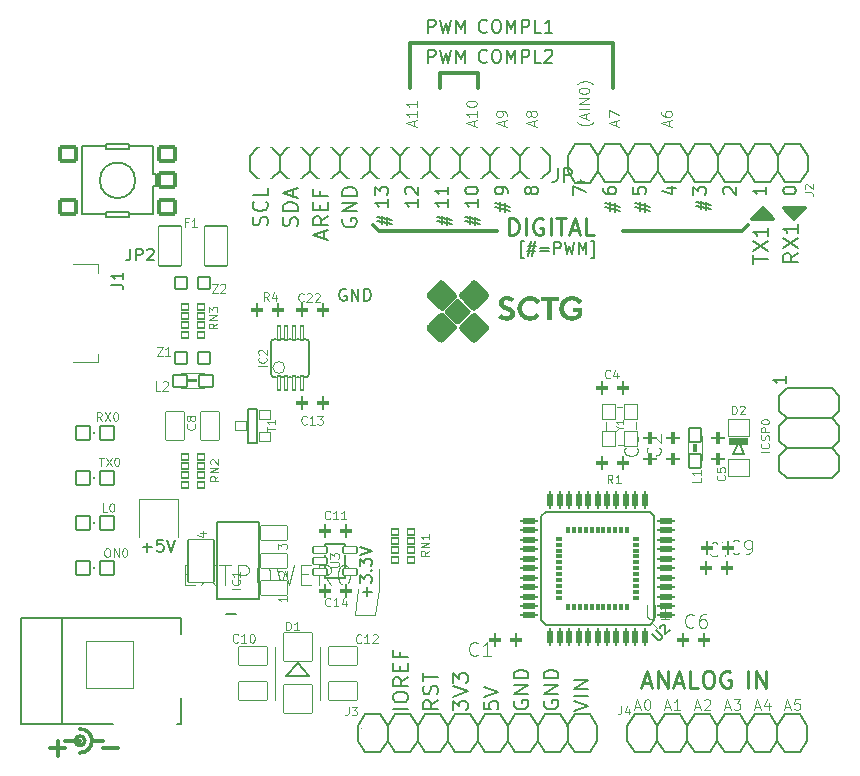
<source format=gto>
G04 #@! TF.GenerationSoftware,KiCad,Pcbnew,(7.0.0-0)*
G04 #@! TF.CreationDate,2023-02-27T08:41:07+01:00*
G04 #@! TF.ProjectId,Leonardo_Rev3e,4c656f6e-6172-4646-9f5f-52657633652e,3d*
G04 #@! TF.SameCoordinates,Original*
G04 #@! TF.FileFunction,Legend,Top*
G04 #@! TF.FilePolarity,Positive*
%FSLAX46Y46*%
G04 Gerber Fmt 4.6, Leading zero omitted, Abs format (unit mm)*
G04 Created by KiCad (PCBNEW (7.0.0-0)) date 2023-02-27 08:41:07*
%MOMM*%
%LPD*%
G01*
G04 APERTURE LIST*
G04 Aperture macros list*
%AMRoundRect*
0 Rectangle with rounded corners*
0 $1 Rounding radius*
0 $2 $3 $4 $5 $6 $7 $8 $9 X,Y pos of 4 corners*
0 Add a 4 corners polygon primitive as box body*
4,1,4,$2,$3,$4,$5,$6,$7,$8,$9,$2,$3,0*
0 Add four circle primitives for the rounded corners*
1,1,$1+$1,$2,$3*
1,1,$1+$1,$4,$5*
1,1,$1+$1,$6,$7*
1,1,$1+$1,$8,$9*
0 Add four rect primitives between the rounded corners*
20,1,$1+$1,$2,$3,$4,$5,0*
20,1,$1+$1,$4,$5,$6,$7,0*
20,1,$1+$1,$6,$7,$8,$9,0*
20,1,$1+$1,$8,$9,$2,$3,0*%
%AMFreePoly0*
4,1,17,0.356937,0.810921,0.810921,0.356937,0.825800,0.321016,0.825800,-0.321016,0.810921,-0.356937,0.356937,-0.810921,0.321016,-0.825800,-0.321016,-0.825800,-0.356937,-0.810921,-0.810921,-0.356937,-0.825800,-0.321016,-0.825800,0.321016,-0.810921,0.356937,-0.356937,0.810921,-0.321016,0.825800,0.321016,0.825800,0.356937,0.810921,0.356937,0.810921,$1*%
%AMFreePoly1*
4,1,17,0.864348,2.035921,2.035921,0.864348,2.050800,0.828427,2.050800,-0.828427,2.035921,-0.864348,0.864348,-2.035921,0.828427,-2.050800,-0.828427,-2.050800,-0.864348,-2.035921,-2.035921,-0.864348,-2.050800,-0.828427,-2.050800,0.828427,-2.035921,0.864348,-0.864348,2.035921,-0.828427,2.050800,0.828427,2.050800,0.864348,2.035921,0.864348,2.035921,$1*%
G04 Aperture macros list end*
%ADD10C,0.304800*%
%ADD11C,0.120000*%
%ADD12C,0.050800*%
%ADD13C,0.121920*%
%ADD14C,0.152400*%
%ADD15C,0.142240*%
%ADD16C,0.170688*%
%ADD17C,0.150000*%
%ADD18C,0.145288*%
%ADD19C,0.190500*%
%ADD20C,0.251460*%
%ADD21C,0.093472*%
%ADD22C,0.097536*%
%ADD23C,0.101600*%
%ADD24C,0.074778*%
%ADD25C,0.114300*%
%ADD26C,0.130861*%
%ADD27C,0.044867*%
%ADD28C,0.127000*%
%ADD29C,0.088900*%
%ADD30C,0.203200*%
%ADD31C,0.013229*%
%ADD32C,0.070000*%
%ADD33C,1.200000*%
%ADD34C,2.540000*%
%ADD35C,3.200000*%
%ADD36RoundRect,0.050800X1.117600X-0.609600X1.117600X0.609600X-1.117600X0.609600X-1.117600X-0.609600X0*%
%ADD37RoundRect,0.050800X1.100000X-1.800000X1.100000X1.800000X-1.100000X1.800000X-1.100000X-1.800000X0*%
%ADD38RoundRect,0.558800X0.000000X0.000000X0.000000X0.000000X0.000000X0.000000X0.000000X0.000000X0*%
%ADD39RoundRect,0.410160X0.089840X-0.190640X0.089840X0.190640X-0.089840X0.190640X-0.089840X-0.190640X0*%
%ADD40RoundRect,0.410160X-0.089840X0.190640X-0.089840X-0.190640X0.089840X-0.190640X0.089840X0.190640X0*%
%ADD41RoundRect,0.050800X-0.600000X0.275000X-0.600000X-0.275000X0.600000X-0.275000X0.600000X0.275000X0*%
%ADD42RoundRect,0.050800X-0.900000X0.700000X-0.900000X-0.700000X0.900000X-0.700000X0.900000X0.700000X0*%
%ADD43C,1.524000*%
%ADD44RoundRect,0.050800X-0.500000X-0.500000X0.500000X-0.500000X0.500000X0.500000X-0.500000X0.500000X0*%
%ADD45RoundRect,0.050800X-0.444500X0.393700X-0.444500X-0.393700X0.444500X-0.393700X0.444500X0.393700X0*%
%ADD46RoundRect,0.050800X0.600000X-0.600000X0.600000X0.600000X-0.600000X0.600000X-0.600000X-0.600000X0*%
%ADD47RoundRect,0.230800X0.520000X0.045000X-0.520000X0.045000X-0.520000X-0.045000X0.520000X-0.045000X0*%
%ADD48RoundRect,0.230800X0.045000X0.520000X-0.045000X0.520000X-0.045000X-0.520000X0.045000X-0.520000X0*%
%ADD49RoundRect,0.550800X0.000000X0.000000X0.000000X0.000000X0.000000X0.000000X0.000000X0.000000X0*%
%ADD50O,1.524000X2.946400*%
%ADD51RoundRect,0.050800X-1.200000X1.200000X-1.200000X-1.200000X1.200000X-1.200000X1.200000X1.200000X0*%
%ADD52RoundRect,0.050800X-0.500000X0.600000X-0.500000X-0.600000X0.500000X-0.600000X0.500000X0.600000X0*%
%ADD53RoundRect,0.050800X0.325000X-0.250000X0.325000X0.250000X-0.325000X0.250000X-0.325000X-0.250000X0*%
%ADD54RoundRect,0.050800X0.950000X1.700000X-0.950000X1.700000X-0.950000X-1.700000X0.950000X-1.700000X0*%
%ADD55RoundRect,0.410160X-0.089840X-0.190640X0.089840X-0.190640X0.089840X0.190640X-0.089840X0.190640X0*%
%ADD56R,1.346200X0.457200*%
%ADD57R,1.651000X1.498600*%
%ADD58O,1.651000X1.016000*%
%ADD59O,1.016000X1.295400*%
%ADD60RoundRect,0.050800X-1.200000X0.800000X-1.200000X-0.800000X1.200000X-0.800000X1.200000X0.800000X0*%
%ADD61RoundRect,0.050800X1.200000X-0.800000X1.200000X0.800000X-1.200000X0.800000X-1.200000X-0.800000X0*%
%ADD62RoundRect,0.050800X0.800000X1.200000X-0.800000X1.200000X-0.800000X-1.200000X0.800000X-1.200000X0*%
%ADD63RoundRect,0.050800X-0.800000X-1.200000X0.800000X-1.200000X0.800000X1.200000X-0.800000X1.200000X0*%
%ADD64RoundRect,0.050800X-0.150000X-0.600000X0.150000X-0.600000X0.150000X0.600000X-0.150000X0.600000X0*%
%ADD65RoundRect,0.050800X-0.325000X0.250000X-0.325000X-0.250000X0.325000X-0.250000X0.325000X0.250000X0*%
%ADD66FreePoly0,270.000000*%
%ADD67RoundRect,0.050800X-0.525000X-0.650000X0.525000X-0.650000X0.525000X0.650000X-0.525000X0.650000X0*%
%ADD68RoundRect,0.050800X-0.600000X-0.500000X0.600000X-0.500000X0.600000X0.500000X-0.600000X0.500000X0*%
%ADD69RoundRect,0.410160X0.190640X0.089840X-0.190640X0.089840X-0.190640X-0.089840X0.190640X-0.089840X0*%
%ADD70RoundRect,0.410160X-0.190640X-0.089840X0.190640X-0.089840X0.190640X0.089840X-0.190640X0.089840X0*%
%ADD71RoundRect,0.160800X0.265000X0.027500X-0.265000X0.027500X-0.265000X-0.027500X0.265000X-0.027500X0*%
%ADD72RoundRect,0.160800X-0.027500X0.265000X-0.027500X-0.265000X0.027500X-0.265000X0.027500X0.265000X0*%
%ADD73RoundRect,0.160800X-0.265000X-0.027500X0.265000X-0.027500X0.265000X0.027500X-0.265000X0.027500X0*%
%ADD74RoundRect,0.160800X0.027500X-0.265000X0.027500X0.265000X-0.027500X0.265000X-0.027500X-0.265000X0*%
%ADD75RoundRect,0.155800X0.695000X0.595000X-0.695000X0.595000X-0.695000X-0.595000X0.695000X-0.595000X0*%
%ADD76FreePoly1,180.000000*%
%ADD77FreePoly1,90.000000*%
%ADD78RoundRect,0.050800X2.000000X-2.000000X2.000000X2.000000X-2.000000X2.000000X-2.000000X-2.000000X0*%
%ADD79C,2.051600*%
%ADD80RoundRect,0.410160X0.089840X0.190640X-0.089840X0.190640X-0.089840X-0.190640X0.089840X-0.190640X0*%
G04 APERTURE END LIST*
D10*
X115481100Y-129768600D02*
X115481100Y-131038600D01*
X147866100Y-73253600D02*
X151041100Y-73253600D01*
X177457100Y-84937600D02*
X177965100Y-84937600D01*
X178346100Y-84810600D02*
X177838100Y-85318600D01*
X145326100Y-74523600D02*
X145326100Y-70713600D01*
D11*
X140640000Y-119120000D02*
X142390000Y-119130000D01*
D10*
X151041100Y-73253600D02*
X151041100Y-74523600D01*
X152692100Y-86588600D02*
X142659100Y-86588600D01*
D11*
X122360000Y-109290000D02*
X125680000Y-109290000D01*
D10*
X114846100Y-130403600D02*
X116116100Y-130403600D01*
D11*
X140960000Y-116890000D02*
X140640000Y-119120000D01*
D10*
X142659100Y-86588600D02*
X142151100Y-86080600D01*
X174917100Y-85445600D02*
X175298100Y-85191600D01*
X177838100Y-85064600D02*
X177838100Y-85191600D01*
X119291100Y-130403600D02*
X120561100Y-130403600D01*
X176060100Y-85572600D02*
X175171100Y-84683600D01*
X175171100Y-84683600D02*
X174282100Y-85572600D01*
X175679100Y-85445600D02*
X174917100Y-85445600D01*
D12*
X141198500Y-128650600D02*
X141198600Y-128650500D01*
D10*
X174282100Y-85572600D02*
X176060100Y-85572600D01*
X177330100Y-84810600D02*
X178346100Y-84810600D01*
X118402100Y-129768600D02*
X119291100Y-129768600D01*
X176949100Y-84683600D02*
X177838100Y-85572600D01*
X147866100Y-74523600D02*
X147866100Y-73253600D01*
X177838100Y-85572600D02*
X178727100Y-84683600D01*
X177838100Y-85318600D02*
X177457100Y-84937600D01*
X117386100Y-130784600D02*
G75*
G03*
X118402100Y-129768600I0J1016000D01*
G01*
X162471100Y-70713600D02*
X162471100Y-74523600D01*
X116116100Y-129768600D02*
X117386100Y-129768600D01*
X173393100Y-86588600D02*
X163360100Y-86588600D01*
X118402100Y-129768600D02*
G75*
G03*
X117386100Y-128752600I-1016000J0D01*
G01*
X117787700Y-129768600D02*
G75*
G03*
X117787700Y-129768600I-401600J0D01*
G01*
D11*
X122350000Y-109295000D02*
X122350000Y-112505000D01*
D10*
X174663100Y-85445600D02*
X175171100Y-84937600D01*
D11*
X142390000Y-119130000D02*
X142660000Y-116890000D01*
D10*
X145326100Y-70713600D02*
X162471100Y-70713600D01*
D11*
X142660000Y-116890000D02*
X142660000Y-115210000D01*
D10*
X173901100Y-86080600D02*
X173393100Y-86588600D01*
D11*
X125680000Y-109290000D02*
X125680000Y-112500000D01*
D10*
X178727100Y-84683600D02*
X176949100Y-84683600D01*
X175171100Y-84937600D02*
X175679100Y-85445600D01*
D13*
X171990000Y-126893380D02*
X172415753Y-126893380D01*
X171904850Y-127148831D02*
X172202877Y-126254751D01*
X172202877Y-126254751D02*
X172500903Y-127148831D01*
X172713779Y-126254751D02*
X173267257Y-126254751D01*
X173267257Y-126254751D02*
X172969231Y-126595353D01*
X172969231Y-126595353D02*
X173096956Y-126595353D01*
X173096956Y-126595353D02*
X173182107Y-126637928D01*
X173182107Y-126637928D02*
X173224682Y-126680504D01*
X173224682Y-126680504D02*
X173267257Y-126765654D01*
X173267257Y-126765654D02*
X173267257Y-126978530D01*
X173267257Y-126978530D02*
X173224682Y-127063681D01*
X173224682Y-127063681D02*
X173182107Y-127106256D01*
X173182107Y-127106256D02*
X173096956Y-127148831D01*
X173096956Y-127148831D02*
X172841505Y-127148831D01*
X172841505Y-127148831D02*
X172756354Y-127106256D01*
X172756354Y-127106256D02*
X172713779Y-127063681D01*
D14*
X153629480Y-83396666D02*
X153629480Y-83183790D01*
X153629480Y-83183790D02*
X153576261Y-83077352D01*
X153576261Y-83077352D02*
X153523042Y-83024133D01*
X153523042Y-83024133D02*
X153363385Y-82917695D01*
X153363385Y-82917695D02*
X153150509Y-82864476D01*
X153150509Y-82864476D02*
X152724757Y-82864476D01*
X152724757Y-82864476D02*
X152618319Y-82917695D01*
X152618319Y-82917695D02*
X152565100Y-82970914D01*
X152565100Y-82970914D02*
X152511880Y-83077352D01*
X152511880Y-83077352D02*
X152511880Y-83290228D01*
X152511880Y-83290228D02*
X152565100Y-83396666D01*
X152565100Y-83396666D02*
X152618319Y-83449885D01*
X152618319Y-83449885D02*
X152724757Y-83503104D01*
X152724757Y-83503104D02*
X152990852Y-83503104D01*
X152990852Y-83503104D02*
X153097290Y-83449885D01*
X153097290Y-83449885D02*
X153150509Y-83396666D01*
X153150509Y-83396666D02*
X153203728Y-83290228D01*
X153203728Y-83290228D02*
X153203728Y-83077352D01*
X153203728Y-83077352D02*
X153150509Y-82970914D01*
X153150509Y-82970914D02*
X153097290Y-82917695D01*
X153097290Y-82917695D02*
X152990852Y-82864476D01*
X164195880Y-82917695D02*
X164195880Y-83449885D01*
X164195880Y-83449885D02*
X164728071Y-83503104D01*
X164728071Y-83503104D02*
X164674852Y-83449885D01*
X164674852Y-83449885D02*
X164621633Y-83343447D01*
X164621633Y-83343447D02*
X164621633Y-83077352D01*
X164621633Y-83077352D02*
X164674852Y-82970914D01*
X164674852Y-82970914D02*
X164728071Y-82917695D01*
X164728071Y-82917695D02*
X164834509Y-82864476D01*
X164834509Y-82864476D02*
X165100604Y-82864476D01*
X165100604Y-82864476D02*
X165207042Y-82917695D01*
X165207042Y-82917695D02*
X165260261Y-82970914D01*
X165260261Y-82970914D02*
X165313480Y-83077352D01*
X165313480Y-83077352D02*
X165313480Y-83343447D01*
X165313480Y-83343447D02*
X165260261Y-83449885D01*
X165260261Y-83449885D02*
X165207042Y-83503104D01*
D15*
X148944553Y-127185920D02*
X148944553Y-126393440D01*
X148944553Y-126393440D02*
X149432233Y-126820160D01*
X149432233Y-126820160D02*
X149432233Y-126637280D01*
X149432233Y-126637280D02*
X149493193Y-126515360D01*
X149493193Y-126515360D02*
X149554153Y-126454400D01*
X149554153Y-126454400D02*
X149676073Y-126393440D01*
X149676073Y-126393440D02*
X149980873Y-126393440D01*
X149980873Y-126393440D02*
X150102793Y-126454400D01*
X150102793Y-126454400D02*
X150163753Y-126515360D01*
X150163753Y-126515360D02*
X150224713Y-126637280D01*
X150224713Y-126637280D02*
X150224713Y-127003040D01*
X150224713Y-127003040D02*
X150163753Y-127124960D01*
X150163753Y-127124960D02*
X150102793Y-127185920D01*
X148944553Y-126027680D02*
X150224713Y-125600960D01*
X150224713Y-125600960D02*
X148944553Y-125174240D01*
X148944553Y-124869440D02*
X148944553Y-124076960D01*
X148944553Y-124076960D02*
X149432233Y-124503680D01*
X149432233Y-124503680D02*
X149432233Y-124320800D01*
X149432233Y-124320800D02*
X149493193Y-124198880D01*
X149493193Y-124198880D02*
X149554153Y-124137920D01*
X149554153Y-124137920D02*
X149676073Y-124076960D01*
X149676073Y-124076960D02*
X149980873Y-124076960D01*
X149980873Y-124076960D02*
X150102793Y-124137920D01*
X150102793Y-124137920D02*
X150163753Y-124198880D01*
X150163753Y-124198880D02*
X150224713Y-124320800D01*
X150224713Y-124320800D02*
X150224713Y-124686560D01*
X150224713Y-124686560D02*
X150163753Y-124808480D01*
X150163753Y-124808480D02*
X150102793Y-124869440D01*
D16*
X159182191Y-127227989D02*
X160433903Y-126810752D01*
X160433903Y-126810752D02*
X159182191Y-126393514D01*
X160433903Y-125976277D02*
X159182191Y-125976277D01*
X160433903Y-125380224D02*
X159182191Y-125380224D01*
X159182191Y-125380224D02*
X160433903Y-124664960D01*
X160433903Y-124664960D02*
X159182191Y-124664960D01*
D15*
X178194513Y-88473280D02*
X177584913Y-88900000D01*
X178194513Y-89204800D02*
X176914353Y-89204800D01*
X176914353Y-89204800D02*
X176914353Y-88717120D01*
X176914353Y-88717120D02*
X176975313Y-88595200D01*
X176975313Y-88595200D02*
X177036273Y-88534240D01*
X177036273Y-88534240D02*
X177158193Y-88473280D01*
X177158193Y-88473280D02*
X177341073Y-88473280D01*
X177341073Y-88473280D02*
X177462993Y-88534240D01*
X177462993Y-88534240D02*
X177523953Y-88595200D01*
X177523953Y-88595200D02*
X177584913Y-88717120D01*
X177584913Y-88717120D02*
X177584913Y-89204800D01*
X176914353Y-88046560D02*
X178194513Y-87193120D01*
X176914353Y-87193120D02*
X178194513Y-88046560D01*
X178194513Y-86034880D02*
X178194513Y-86766400D01*
X178194513Y-86400640D02*
X176914353Y-86400640D01*
X176914353Y-86400640D02*
X177097233Y-86522560D01*
X177097233Y-86522560D02*
X177219153Y-86644480D01*
X177219153Y-86644480D02*
X177280113Y-86766400D01*
X135750453Y-86196160D02*
X135811413Y-86013280D01*
X135811413Y-86013280D02*
X135811413Y-85708480D01*
X135811413Y-85708480D02*
X135750453Y-85586560D01*
X135750453Y-85586560D02*
X135689493Y-85525600D01*
X135689493Y-85525600D02*
X135567573Y-85464640D01*
X135567573Y-85464640D02*
X135445653Y-85464640D01*
X135445653Y-85464640D02*
X135323733Y-85525600D01*
X135323733Y-85525600D02*
X135262773Y-85586560D01*
X135262773Y-85586560D02*
X135201813Y-85708480D01*
X135201813Y-85708480D02*
X135140853Y-85952320D01*
X135140853Y-85952320D02*
X135079893Y-86074240D01*
X135079893Y-86074240D02*
X135018933Y-86135200D01*
X135018933Y-86135200D02*
X134897013Y-86196160D01*
X134897013Y-86196160D02*
X134775093Y-86196160D01*
X134775093Y-86196160D02*
X134653173Y-86135200D01*
X134653173Y-86135200D02*
X134592213Y-86074240D01*
X134592213Y-86074240D02*
X134531253Y-85952320D01*
X134531253Y-85952320D02*
X134531253Y-85647520D01*
X134531253Y-85647520D02*
X134592213Y-85464640D01*
X135811413Y-84916000D02*
X134531253Y-84916000D01*
X134531253Y-84916000D02*
X134531253Y-84611200D01*
X134531253Y-84611200D02*
X134592213Y-84428320D01*
X134592213Y-84428320D02*
X134714133Y-84306400D01*
X134714133Y-84306400D02*
X134836053Y-84245440D01*
X134836053Y-84245440D02*
X135079893Y-84184480D01*
X135079893Y-84184480D02*
X135262773Y-84184480D01*
X135262773Y-84184480D02*
X135506613Y-84245440D01*
X135506613Y-84245440D02*
X135628533Y-84306400D01*
X135628533Y-84306400D02*
X135750453Y-84428320D01*
X135750453Y-84428320D02*
X135811413Y-84611200D01*
X135811413Y-84611200D02*
X135811413Y-84916000D01*
X135445653Y-83696800D02*
X135445653Y-83087200D01*
X135811413Y-83818720D02*
X134531253Y-83392000D01*
X134531253Y-83392000D02*
X135811413Y-82965280D01*
D17*
X141696428Y-117539999D02*
X141696428Y-116778095D01*
X142077380Y-117159047D02*
X141315476Y-117159047D01*
X141077380Y-116397142D02*
X141077380Y-115778095D01*
X141077380Y-115778095D02*
X141458333Y-116111428D01*
X141458333Y-116111428D02*
X141458333Y-115968571D01*
X141458333Y-115968571D02*
X141505952Y-115873333D01*
X141505952Y-115873333D02*
X141553571Y-115825714D01*
X141553571Y-115825714D02*
X141648809Y-115778095D01*
X141648809Y-115778095D02*
X141886904Y-115778095D01*
X141886904Y-115778095D02*
X141982142Y-115825714D01*
X141982142Y-115825714D02*
X142029761Y-115873333D01*
X142029761Y-115873333D02*
X142077380Y-115968571D01*
X142077380Y-115968571D02*
X142077380Y-116254285D01*
X142077380Y-116254285D02*
X142029761Y-116349523D01*
X142029761Y-116349523D02*
X141982142Y-116397142D01*
X141982142Y-115349523D02*
X142029761Y-115301904D01*
X142029761Y-115301904D02*
X142077380Y-115349523D01*
X142077380Y-115349523D02*
X142029761Y-115397142D01*
X142029761Y-115397142D02*
X141982142Y-115349523D01*
X141982142Y-115349523D02*
X142077380Y-115349523D01*
X141077380Y-114968571D02*
X141077380Y-114349524D01*
X141077380Y-114349524D02*
X141458333Y-114682857D01*
X141458333Y-114682857D02*
X141458333Y-114540000D01*
X141458333Y-114540000D02*
X141505952Y-114444762D01*
X141505952Y-114444762D02*
X141553571Y-114397143D01*
X141553571Y-114397143D02*
X141648809Y-114349524D01*
X141648809Y-114349524D02*
X141886904Y-114349524D01*
X141886904Y-114349524D02*
X141982142Y-114397143D01*
X141982142Y-114397143D02*
X142029761Y-114444762D01*
X142029761Y-114444762D02*
X142077380Y-114540000D01*
X142077380Y-114540000D02*
X142077380Y-114825714D01*
X142077380Y-114825714D02*
X142029761Y-114920952D01*
X142029761Y-114920952D02*
X141982142Y-114968571D01*
X141077380Y-114063809D02*
X142077380Y-113730476D01*
X142077380Y-113730476D02*
X141077380Y-113397143D01*
D18*
X169993298Y-84752397D02*
X169993298Y-84057889D01*
X169576593Y-84474594D02*
X170826708Y-84752397D01*
X170410003Y-84150490D02*
X170410003Y-84844998D01*
X170826708Y-84428293D02*
X169576593Y-84150490D01*
D14*
X171922319Y-83503104D02*
X171869100Y-83449885D01*
X171869100Y-83449885D02*
X171815880Y-83343447D01*
X171815880Y-83343447D02*
X171815880Y-83077352D01*
X171815880Y-83077352D02*
X171869100Y-82970914D01*
X171869100Y-82970914D02*
X171922319Y-82917695D01*
X171922319Y-82917695D02*
X172028757Y-82864476D01*
X172028757Y-82864476D02*
X172135195Y-82864476D01*
X172135195Y-82864476D02*
X172294852Y-82917695D01*
X172294852Y-82917695D02*
X172933480Y-83556323D01*
X172933480Y-83556323D02*
X172933480Y-82864476D01*
D19*
X177125080Y-98877523D02*
X177125080Y-99494380D01*
X177125080Y-99185952D02*
X176045580Y-99185952D01*
X176045580Y-99185952D02*
X176199794Y-99288761D01*
X176199794Y-99288761D02*
X176302604Y-99391571D01*
X176302604Y-99391571D02*
X176354008Y-99494380D01*
D18*
X150435298Y-86022397D02*
X150435298Y-85327889D01*
X150018593Y-85744594D02*
X151268708Y-86022397D01*
X150852003Y-85420490D02*
X150852003Y-86114998D01*
X151268708Y-85698293D02*
X150018593Y-85420490D01*
X154979406Y-88860110D02*
X154747903Y-88860110D01*
X154747903Y-88860110D02*
X154747903Y-87471093D01*
X154747903Y-87471093D02*
X154979406Y-87471093D01*
X155303510Y-87887798D02*
X155998018Y-87887798D01*
X155581313Y-87471093D02*
X155303510Y-88721208D01*
X155905417Y-88304503D02*
X155210909Y-88304503D01*
X155627614Y-88721208D02*
X155905417Y-87471093D01*
X156322122Y-88026700D02*
X157062932Y-88026700D01*
X157062932Y-88304503D02*
X156322122Y-88304503D01*
X157525937Y-88536006D02*
X157525937Y-87563694D01*
X157525937Y-87563694D02*
X157896342Y-87563694D01*
X157896342Y-87563694D02*
X157988943Y-87609995D01*
X157988943Y-87609995D02*
X158035244Y-87656295D01*
X158035244Y-87656295D02*
X158081544Y-87748896D01*
X158081544Y-87748896D02*
X158081544Y-87887798D01*
X158081544Y-87887798D02*
X158035244Y-87980399D01*
X158035244Y-87980399D02*
X157988943Y-88026700D01*
X157988943Y-88026700D02*
X157896342Y-88073000D01*
X157896342Y-88073000D02*
X157525937Y-88073000D01*
X158405648Y-87563694D02*
X158637151Y-88536006D01*
X158637151Y-88536006D02*
X158822353Y-87841497D01*
X158822353Y-87841497D02*
X159007556Y-88536006D01*
X159007556Y-88536006D02*
X159239059Y-87563694D01*
X159609463Y-88536006D02*
X159609463Y-87563694D01*
X159609463Y-87563694D02*
X159933567Y-88258203D01*
X159933567Y-88258203D02*
X160257671Y-87563694D01*
X160257671Y-87563694D02*
X160257671Y-88536006D01*
X160628076Y-88860110D02*
X160859579Y-88860110D01*
X160859579Y-88860110D02*
X160859579Y-87471093D01*
X160859579Y-87471093D02*
X160628076Y-87471093D01*
X162246298Y-84879397D02*
X162246298Y-84184889D01*
X161829593Y-84601594D02*
X163079708Y-84879397D01*
X162663003Y-84277490D02*
X162663003Y-84971998D01*
X163079708Y-84555293D02*
X161829593Y-84277490D01*
D17*
X139908095Y-91555000D02*
X139812857Y-91507380D01*
X139812857Y-91507380D02*
X139670000Y-91507380D01*
X139670000Y-91507380D02*
X139527143Y-91555000D01*
X139527143Y-91555000D02*
X139431905Y-91650238D01*
X139431905Y-91650238D02*
X139384286Y-91745476D01*
X139384286Y-91745476D02*
X139336667Y-91935952D01*
X139336667Y-91935952D02*
X139336667Y-92078809D01*
X139336667Y-92078809D02*
X139384286Y-92269285D01*
X139384286Y-92269285D02*
X139431905Y-92364523D01*
X139431905Y-92364523D02*
X139527143Y-92459761D01*
X139527143Y-92459761D02*
X139670000Y-92507380D01*
X139670000Y-92507380D02*
X139765238Y-92507380D01*
X139765238Y-92507380D02*
X139908095Y-92459761D01*
X139908095Y-92459761D02*
X139955714Y-92412142D01*
X139955714Y-92412142D02*
X139955714Y-92078809D01*
X139955714Y-92078809D02*
X139765238Y-92078809D01*
X140384286Y-92507380D02*
X140384286Y-91507380D01*
X140384286Y-91507380D02*
X140955714Y-92507380D01*
X140955714Y-92507380D02*
X140955714Y-91507380D01*
X141431905Y-92507380D02*
X141431905Y-91507380D01*
X141431905Y-91507380D02*
X141670000Y-91507380D01*
X141670000Y-91507380D02*
X141812857Y-91555000D01*
X141812857Y-91555000D02*
X141908095Y-91650238D01*
X141908095Y-91650238D02*
X141955714Y-91745476D01*
X141955714Y-91745476D02*
X142003333Y-91935952D01*
X142003333Y-91935952D02*
X142003333Y-92078809D01*
X142003333Y-92078809D02*
X141955714Y-92269285D01*
X141955714Y-92269285D02*
X141908095Y-92364523D01*
X141908095Y-92364523D02*
X141812857Y-92459761D01*
X141812857Y-92459761D02*
X141670000Y-92507380D01*
X141670000Y-92507380D02*
X141431905Y-92507380D01*
D16*
X156701797Y-126393514D02*
X156642191Y-126512725D01*
X156642191Y-126512725D02*
X156642191Y-126691541D01*
X156642191Y-126691541D02*
X156701797Y-126870357D01*
X156701797Y-126870357D02*
X156821007Y-126989568D01*
X156821007Y-126989568D02*
X156940218Y-127049173D01*
X156940218Y-127049173D02*
X157178639Y-127108778D01*
X157178639Y-127108778D02*
X157357455Y-127108778D01*
X157357455Y-127108778D02*
X157595877Y-127049173D01*
X157595877Y-127049173D02*
X157715087Y-126989568D01*
X157715087Y-126989568D02*
X157834298Y-126870357D01*
X157834298Y-126870357D02*
X157893903Y-126691541D01*
X157893903Y-126691541D02*
X157893903Y-126572330D01*
X157893903Y-126572330D02*
X157834298Y-126393514D01*
X157834298Y-126393514D02*
X157774693Y-126333909D01*
X157774693Y-126333909D02*
X157357455Y-126333909D01*
X157357455Y-126333909D02*
X157357455Y-126572330D01*
X157893903Y-125797461D02*
X156642191Y-125797461D01*
X156642191Y-125797461D02*
X157893903Y-125082197D01*
X157893903Y-125082197D02*
X156642191Y-125082197D01*
X157893903Y-124486144D02*
X156642191Y-124486144D01*
X156642191Y-124486144D02*
X156642191Y-124188117D01*
X156642191Y-124188117D02*
X156701797Y-124009301D01*
X156701797Y-124009301D02*
X156821007Y-123890091D01*
X156821007Y-123890091D02*
X156940218Y-123830485D01*
X156940218Y-123830485D02*
X157178639Y-123770880D01*
X157178639Y-123770880D02*
X157357455Y-123770880D01*
X157357455Y-123770880D02*
X157595877Y-123830485D01*
X157595877Y-123830485D02*
X157715087Y-123890091D01*
X157715087Y-123890091D02*
X157834298Y-124009301D01*
X157834298Y-124009301D02*
X157893903Y-124188117D01*
X157893903Y-124188117D02*
X157893903Y-124486144D01*
D15*
X138047953Y-87246960D02*
X138047953Y-86637360D01*
X138413713Y-87368880D02*
X137133553Y-86942160D01*
X137133553Y-86942160D02*
X138413713Y-86515440D01*
X138413713Y-85357200D02*
X137804113Y-85783920D01*
X138413713Y-86088720D02*
X137133553Y-86088720D01*
X137133553Y-86088720D02*
X137133553Y-85601040D01*
X137133553Y-85601040D02*
X137194513Y-85479120D01*
X137194513Y-85479120D02*
X137255473Y-85418160D01*
X137255473Y-85418160D02*
X137377393Y-85357200D01*
X137377393Y-85357200D02*
X137560273Y-85357200D01*
X137560273Y-85357200D02*
X137682193Y-85418160D01*
X137682193Y-85418160D02*
X137743153Y-85479120D01*
X137743153Y-85479120D02*
X137804113Y-85601040D01*
X137804113Y-85601040D02*
X137804113Y-86088720D01*
X137743153Y-84808560D02*
X137743153Y-84381840D01*
X138413713Y-84198960D02*
X138413713Y-84808560D01*
X138413713Y-84808560D02*
X137133553Y-84808560D01*
X137133553Y-84808560D02*
X137133553Y-84198960D01*
X137743153Y-83223600D02*
X137743153Y-83650320D01*
X138413713Y-83650320D02*
X137133553Y-83650320D01*
X137133553Y-83650320D02*
X137133553Y-83040720D01*
D14*
X167108414Y-82970914D02*
X167853480Y-82970914D01*
X166682661Y-83237009D02*
X167480947Y-83503104D01*
X167480947Y-83503104D02*
X167480947Y-82811257D01*
D15*
X145144713Y-127064000D02*
X143864553Y-127064000D01*
X143864553Y-126210560D02*
X143864553Y-125966720D01*
X143864553Y-125966720D02*
X143925513Y-125844800D01*
X143925513Y-125844800D02*
X144047433Y-125722880D01*
X144047433Y-125722880D02*
X144291273Y-125661920D01*
X144291273Y-125661920D02*
X144717993Y-125661920D01*
X144717993Y-125661920D02*
X144961833Y-125722880D01*
X144961833Y-125722880D02*
X145083753Y-125844800D01*
X145083753Y-125844800D02*
X145144713Y-125966720D01*
X145144713Y-125966720D02*
X145144713Y-126210560D01*
X145144713Y-126210560D02*
X145083753Y-126332480D01*
X145083753Y-126332480D02*
X144961833Y-126454400D01*
X144961833Y-126454400D02*
X144717993Y-126515360D01*
X144717993Y-126515360D02*
X144291273Y-126515360D01*
X144291273Y-126515360D02*
X144047433Y-126454400D01*
X144047433Y-126454400D02*
X143925513Y-126332480D01*
X143925513Y-126332480D02*
X143864553Y-126210560D01*
X145144713Y-124381760D02*
X144535113Y-124808480D01*
X145144713Y-125113280D02*
X143864553Y-125113280D01*
X143864553Y-125113280D02*
X143864553Y-124625600D01*
X143864553Y-124625600D02*
X143925513Y-124503680D01*
X143925513Y-124503680D02*
X143986473Y-124442720D01*
X143986473Y-124442720D02*
X144108393Y-124381760D01*
X144108393Y-124381760D02*
X144291273Y-124381760D01*
X144291273Y-124381760D02*
X144413193Y-124442720D01*
X144413193Y-124442720D02*
X144474153Y-124503680D01*
X144474153Y-124503680D02*
X144535113Y-124625600D01*
X144535113Y-124625600D02*
X144535113Y-125113280D01*
X144474153Y-123833120D02*
X144474153Y-123406400D01*
X145144713Y-123223520D02*
X145144713Y-123833120D01*
X145144713Y-123833120D02*
X143864553Y-123833120D01*
X143864553Y-123833120D02*
X143864553Y-123223520D01*
X144474153Y-122248160D02*
X144474153Y-122674880D01*
X145144713Y-122674880D02*
X143864553Y-122674880D01*
X143864553Y-122674880D02*
X143864553Y-122065280D01*
D13*
X150705880Y-77704699D02*
X150705880Y-77278946D01*
X150961331Y-77789849D02*
X150067251Y-77491822D01*
X150067251Y-77491822D02*
X150961331Y-77193796D01*
X150961331Y-76427442D02*
X150961331Y-76938345D01*
X150961331Y-76682893D02*
X150067251Y-76682893D01*
X150067251Y-76682893D02*
X150194977Y-76768044D01*
X150194977Y-76768044D02*
X150280127Y-76853194D01*
X150280127Y-76853194D02*
X150322703Y-76938345D01*
X150067251Y-75873963D02*
X150067251Y-75788813D01*
X150067251Y-75788813D02*
X150109827Y-75703662D01*
X150109827Y-75703662D02*
X150152402Y-75661087D01*
X150152402Y-75661087D02*
X150237552Y-75618512D01*
X150237552Y-75618512D02*
X150407853Y-75575937D01*
X150407853Y-75575937D02*
X150620729Y-75575937D01*
X150620729Y-75575937D02*
X150791030Y-75618512D01*
X150791030Y-75618512D02*
X150876181Y-75661087D01*
X150876181Y-75661087D02*
X150918756Y-75703662D01*
X150918756Y-75703662D02*
X150961331Y-75788813D01*
X150961331Y-75788813D02*
X150961331Y-75873963D01*
X150961331Y-75873963D02*
X150918756Y-75959114D01*
X150918756Y-75959114D02*
X150876181Y-76001689D01*
X150876181Y-76001689D02*
X150791030Y-76044264D01*
X150791030Y-76044264D02*
X150620729Y-76086840D01*
X150620729Y-76086840D02*
X150407853Y-76086840D01*
X150407853Y-76086840D02*
X150237552Y-76044264D01*
X150237552Y-76044264D02*
X150152402Y-76001689D01*
X150152402Y-76001689D02*
X150109827Y-75959114D01*
X150109827Y-75959114D02*
X150067251Y-75873963D01*
D14*
X143469480Y-83928857D02*
X143469480Y-84567485D01*
X143469480Y-84248171D02*
X142351880Y-84248171D01*
X142351880Y-84248171D02*
X142511538Y-84354609D01*
X142511538Y-84354609D02*
X142617976Y-84461047D01*
X142617976Y-84461047D02*
X142671195Y-84567485D01*
X142351880Y-83556323D02*
X142351880Y-82864476D01*
X142351880Y-82864476D02*
X142777633Y-83237009D01*
X142777633Y-83237009D02*
X142777633Y-83077352D01*
X142777633Y-83077352D02*
X142830852Y-82970914D01*
X142830852Y-82970914D02*
X142884071Y-82917695D01*
X142884071Y-82917695D02*
X142990509Y-82864476D01*
X142990509Y-82864476D02*
X143256604Y-82864476D01*
X143256604Y-82864476D02*
X143363042Y-82917695D01*
X143363042Y-82917695D02*
X143416261Y-82970914D01*
X143416261Y-82970914D02*
X143469480Y-83077352D01*
X143469480Y-83077352D02*
X143469480Y-83396666D01*
X143469480Y-83396666D02*
X143416261Y-83503104D01*
X143416261Y-83503104D02*
X143363042Y-83556323D01*
X175473480Y-82864476D02*
X175473480Y-83503104D01*
X175473480Y-83183790D02*
X174355880Y-83183790D01*
X174355880Y-83183790D02*
X174515538Y-83290228D01*
X174515538Y-83290228D02*
X174621976Y-83396666D01*
X174621976Y-83396666D02*
X174675195Y-83503104D01*
X161655880Y-82970914D02*
X161655880Y-83183790D01*
X161655880Y-83183790D02*
X161709100Y-83290228D01*
X161709100Y-83290228D02*
X161762319Y-83343447D01*
X161762319Y-83343447D02*
X161921976Y-83449885D01*
X161921976Y-83449885D02*
X162134852Y-83503104D01*
X162134852Y-83503104D02*
X162560604Y-83503104D01*
X162560604Y-83503104D02*
X162667042Y-83449885D01*
X162667042Y-83449885D02*
X162720261Y-83396666D01*
X162720261Y-83396666D02*
X162773480Y-83290228D01*
X162773480Y-83290228D02*
X162773480Y-83077352D01*
X162773480Y-83077352D02*
X162720261Y-82970914D01*
X162720261Y-82970914D02*
X162667042Y-82917695D01*
X162667042Y-82917695D02*
X162560604Y-82864476D01*
X162560604Y-82864476D02*
X162294509Y-82864476D01*
X162294509Y-82864476D02*
X162188071Y-82917695D01*
X162188071Y-82917695D02*
X162134852Y-82970914D01*
X162134852Y-82970914D02*
X162081633Y-83077352D01*
X162081633Y-83077352D02*
X162081633Y-83290228D01*
X162081633Y-83290228D02*
X162134852Y-83396666D01*
X162134852Y-83396666D02*
X162188071Y-83449885D01*
X162188071Y-83449885D02*
X162294509Y-83503104D01*
D13*
X167215880Y-77704699D02*
X167215880Y-77278946D01*
X167471331Y-77789849D02*
X166577251Y-77491822D01*
X166577251Y-77491822D02*
X167471331Y-77193796D01*
X166577251Y-76512592D02*
X166577251Y-76682893D01*
X166577251Y-76682893D02*
X166619827Y-76768044D01*
X166619827Y-76768044D02*
X166662402Y-76810619D01*
X166662402Y-76810619D02*
X166790127Y-76895769D01*
X166790127Y-76895769D02*
X166960428Y-76938345D01*
X166960428Y-76938345D02*
X167301030Y-76938345D01*
X167301030Y-76938345D02*
X167386181Y-76895769D01*
X167386181Y-76895769D02*
X167428756Y-76853194D01*
X167428756Y-76853194D02*
X167471331Y-76768044D01*
X167471331Y-76768044D02*
X167471331Y-76597743D01*
X167471331Y-76597743D02*
X167428756Y-76512592D01*
X167428756Y-76512592D02*
X167386181Y-76470017D01*
X167386181Y-76470017D02*
X167301030Y-76427442D01*
X167301030Y-76427442D02*
X167088154Y-76427442D01*
X167088154Y-76427442D02*
X167003004Y-76470017D01*
X167003004Y-76470017D02*
X166960428Y-76512592D01*
X166960428Y-76512592D02*
X166917853Y-76597743D01*
X166917853Y-76597743D02*
X166917853Y-76768044D01*
X166917853Y-76768044D02*
X166960428Y-76853194D01*
X166960428Y-76853194D02*
X167003004Y-76895769D01*
X167003004Y-76895769D02*
X167088154Y-76938345D01*
X164370000Y-126893380D02*
X164795753Y-126893380D01*
X164284850Y-127148831D02*
X164582877Y-126254751D01*
X164582877Y-126254751D02*
X164880903Y-127148831D01*
X165349231Y-126254751D02*
X165434381Y-126254751D01*
X165434381Y-126254751D02*
X165519532Y-126297327D01*
X165519532Y-126297327D02*
X165562107Y-126339902D01*
X165562107Y-126339902D02*
X165604682Y-126425052D01*
X165604682Y-126425052D02*
X165647257Y-126595353D01*
X165647257Y-126595353D02*
X165647257Y-126808229D01*
X165647257Y-126808229D02*
X165604682Y-126978530D01*
X165604682Y-126978530D02*
X165562107Y-127063681D01*
X165562107Y-127063681D02*
X165519532Y-127106256D01*
X165519532Y-127106256D02*
X165434381Y-127148831D01*
X165434381Y-127148831D02*
X165349231Y-127148831D01*
X165349231Y-127148831D02*
X165264080Y-127106256D01*
X165264080Y-127106256D02*
X165221505Y-127063681D01*
X165221505Y-127063681D02*
X165178930Y-126978530D01*
X165178930Y-126978530D02*
X165136354Y-126808229D01*
X165136354Y-126808229D02*
X165136354Y-126595353D01*
X165136354Y-126595353D02*
X165178930Y-126425052D01*
X165178930Y-126425052D02*
X165221505Y-126339902D01*
X165221505Y-126339902D02*
X165264080Y-126297327D01*
X165264080Y-126297327D02*
X165349231Y-126254751D01*
D15*
X133210453Y-86136160D02*
X133271413Y-85953280D01*
X133271413Y-85953280D02*
X133271413Y-85648480D01*
X133271413Y-85648480D02*
X133210453Y-85526560D01*
X133210453Y-85526560D02*
X133149493Y-85465600D01*
X133149493Y-85465600D02*
X133027573Y-85404640D01*
X133027573Y-85404640D02*
X132905653Y-85404640D01*
X132905653Y-85404640D02*
X132783733Y-85465600D01*
X132783733Y-85465600D02*
X132722773Y-85526560D01*
X132722773Y-85526560D02*
X132661813Y-85648480D01*
X132661813Y-85648480D02*
X132600853Y-85892320D01*
X132600853Y-85892320D02*
X132539893Y-86014240D01*
X132539893Y-86014240D02*
X132478933Y-86075200D01*
X132478933Y-86075200D02*
X132357013Y-86136160D01*
X132357013Y-86136160D02*
X132235093Y-86136160D01*
X132235093Y-86136160D02*
X132113173Y-86075200D01*
X132113173Y-86075200D02*
X132052213Y-86014240D01*
X132052213Y-86014240D02*
X131991253Y-85892320D01*
X131991253Y-85892320D02*
X131991253Y-85587520D01*
X131991253Y-85587520D02*
X132052213Y-85404640D01*
X133149493Y-84124480D02*
X133210453Y-84185440D01*
X133210453Y-84185440D02*
X133271413Y-84368320D01*
X133271413Y-84368320D02*
X133271413Y-84490240D01*
X133271413Y-84490240D02*
X133210453Y-84673120D01*
X133210453Y-84673120D02*
X133088533Y-84795040D01*
X133088533Y-84795040D02*
X132966613Y-84856000D01*
X132966613Y-84856000D02*
X132722773Y-84916960D01*
X132722773Y-84916960D02*
X132539893Y-84916960D01*
X132539893Y-84916960D02*
X132296053Y-84856000D01*
X132296053Y-84856000D02*
X132174133Y-84795040D01*
X132174133Y-84795040D02*
X132052213Y-84673120D01*
X132052213Y-84673120D02*
X131991253Y-84490240D01*
X131991253Y-84490240D02*
X131991253Y-84368320D01*
X131991253Y-84368320D02*
X132052213Y-84185440D01*
X132052213Y-84185440D02*
X132113173Y-84124480D01*
X133271413Y-82966240D02*
X133271413Y-83575840D01*
X133271413Y-83575840D02*
X131991253Y-83575840D01*
D14*
X169275880Y-83556323D02*
X169275880Y-82864476D01*
X169275880Y-82864476D02*
X169701633Y-83237009D01*
X169701633Y-83237009D02*
X169701633Y-83077352D01*
X169701633Y-83077352D02*
X169754852Y-82970914D01*
X169754852Y-82970914D02*
X169808071Y-82917695D01*
X169808071Y-82917695D02*
X169914509Y-82864476D01*
X169914509Y-82864476D02*
X170180604Y-82864476D01*
X170180604Y-82864476D02*
X170287042Y-82917695D01*
X170287042Y-82917695D02*
X170340261Y-82970914D01*
X170340261Y-82970914D02*
X170393480Y-83077352D01*
X170393480Y-83077352D02*
X170393480Y-83396666D01*
X170393480Y-83396666D02*
X170340261Y-83503104D01*
X170340261Y-83503104D02*
X170287042Y-83556323D01*
X148549480Y-83928857D02*
X148549480Y-84567485D01*
X148549480Y-84248171D02*
X147431880Y-84248171D01*
X147431880Y-84248171D02*
X147591538Y-84354609D01*
X147591538Y-84354609D02*
X147697976Y-84461047D01*
X147697976Y-84461047D02*
X147751195Y-84567485D01*
X148549480Y-82864476D02*
X148549480Y-83503104D01*
X148549480Y-83183790D02*
X147431880Y-83183790D01*
X147431880Y-83183790D02*
X147591538Y-83290228D01*
X147591538Y-83290228D02*
X147697976Y-83396666D01*
X147697976Y-83396666D02*
X147751195Y-83503104D01*
D13*
X160826933Y-77406672D02*
X160784358Y-77449247D01*
X160784358Y-77449247D02*
X160656632Y-77534398D01*
X160656632Y-77534398D02*
X160571482Y-77576973D01*
X160571482Y-77576973D02*
X160443756Y-77619548D01*
X160443756Y-77619548D02*
X160230880Y-77662123D01*
X160230880Y-77662123D02*
X160060579Y-77662123D01*
X160060579Y-77662123D02*
X159847703Y-77619548D01*
X159847703Y-77619548D02*
X159719977Y-77576973D01*
X159719977Y-77576973D02*
X159634827Y-77534398D01*
X159634827Y-77534398D02*
X159507101Y-77449247D01*
X159507101Y-77449247D02*
X159464526Y-77406672D01*
X160230880Y-77108646D02*
X160230880Y-76682893D01*
X160486331Y-77193796D02*
X159592251Y-76895769D01*
X159592251Y-76895769D02*
X160486331Y-76597743D01*
X160486331Y-76299716D02*
X159592251Y-76299716D01*
X160486331Y-75873964D02*
X159592251Y-75873964D01*
X159592251Y-75873964D02*
X160486331Y-75363061D01*
X160486331Y-75363061D02*
X159592251Y-75363061D01*
X159592251Y-74767008D02*
X159592251Y-74681858D01*
X159592251Y-74681858D02*
X159634827Y-74596707D01*
X159634827Y-74596707D02*
X159677402Y-74554132D01*
X159677402Y-74554132D02*
X159762552Y-74511557D01*
X159762552Y-74511557D02*
X159932853Y-74468982D01*
X159932853Y-74468982D02*
X160145729Y-74468982D01*
X160145729Y-74468982D02*
X160316030Y-74511557D01*
X160316030Y-74511557D02*
X160401181Y-74554132D01*
X160401181Y-74554132D02*
X160443756Y-74596707D01*
X160443756Y-74596707D02*
X160486331Y-74681858D01*
X160486331Y-74681858D02*
X160486331Y-74767008D01*
X160486331Y-74767008D02*
X160443756Y-74852159D01*
X160443756Y-74852159D02*
X160401181Y-74894734D01*
X160401181Y-74894734D02*
X160316030Y-74937309D01*
X160316030Y-74937309D02*
X160145729Y-74979885D01*
X160145729Y-74979885D02*
X159932853Y-74979885D01*
X159932853Y-74979885D02*
X159762552Y-74937309D01*
X159762552Y-74937309D02*
X159677402Y-74894734D01*
X159677402Y-74894734D02*
X159634827Y-74852159D01*
X159634827Y-74852159D02*
X159592251Y-74767008D01*
X160826933Y-74170955D02*
X160784358Y-74128380D01*
X160784358Y-74128380D02*
X160656632Y-74043229D01*
X160656632Y-74043229D02*
X160571482Y-74000654D01*
X160571482Y-74000654D02*
X160443756Y-73958079D01*
X160443756Y-73958079D02*
X160230880Y-73915503D01*
X160230880Y-73915503D02*
X160060579Y-73915503D01*
X160060579Y-73915503D02*
X159847703Y-73958079D01*
X159847703Y-73958079D02*
X159719977Y-74000654D01*
X159719977Y-74000654D02*
X159634827Y-74043229D01*
X159634827Y-74043229D02*
X159507101Y-74128380D01*
X159507101Y-74128380D02*
X159464526Y-74170955D01*
D20*
X153702771Y-86949306D02*
X153702771Y-85524366D01*
X153702771Y-85524366D02*
X154042042Y-85524366D01*
X154042042Y-85524366D02*
X154245605Y-85592221D01*
X154245605Y-85592221D02*
X154381314Y-85727929D01*
X154381314Y-85727929D02*
X154449168Y-85863638D01*
X154449168Y-85863638D02*
X154517022Y-86135055D01*
X154517022Y-86135055D02*
X154517022Y-86338618D01*
X154517022Y-86338618D02*
X154449168Y-86610035D01*
X154449168Y-86610035D02*
X154381314Y-86745743D01*
X154381314Y-86745743D02*
X154245605Y-86881452D01*
X154245605Y-86881452D02*
X154042042Y-86949306D01*
X154042042Y-86949306D02*
X153702771Y-86949306D01*
X155127711Y-86949306D02*
X155127711Y-85524366D01*
X156552651Y-85592221D02*
X156416943Y-85524366D01*
X156416943Y-85524366D02*
X156213380Y-85524366D01*
X156213380Y-85524366D02*
X156009817Y-85592221D01*
X156009817Y-85592221D02*
X155874108Y-85727929D01*
X155874108Y-85727929D02*
X155806254Y-85863638D01*
X155806254Y-85863638D02*
X155738400Y-86135055D01*
X155738400Y-86135055D02*
X155738400Y-86338618D01*
X155738400Y-86338618D02*
X155806254Y-86610035D01*
X155806254Y-86610035D02*
X155874108Y-86745743D01*
X155874108Y-86745743D02*
X156009817Y-86881452D01*
X156009817Y-86881452D02*
X156213380Y-86949306D01*
X156213380Y-86949306D02*
X156349088Y-86949306D01*
X156349088Y-86949306D02*
X156552651Y-86881452D01*
X156552651Y-86881452D02*
X156620505Y-86813598D01*
X156620505Y-86813598D02*
X156620505Y-86338618D01*
X156620505Y-86338618D02*
X156349088Y-86338618D01*
X157231194Y-86949306D02*
X157231194Y-85524366D01*
X157706174Y-85524366D02*
X158520426Y-85524366D01*
X158113300Y-86949306D02*
X158113300Y-85524366D01*
X158927552Y-86542181D02*
X159606095Y-86542181D01*
X158791843Y-86949306D02*
X159266823Y-85524366D01*
X159266823Y-85524366D02*
X159741803Y-86949306D01*
X160895326Y-86949306D02*
X160216783Y-86949306D01*
X160216783Y-86949306D02*
X160216783Y-85524366D01*
D18*
X164786298Y-84879397D02*
X164786298Y-84184889D01*
X164369593Y-84601594D02*
X165619708Y-84879397D01*
X165203003Y-84277490D02*
X165203003Y-84971998D01*
X165619708Y-84555293D02*
X164369593Y-84277490D01*
D13*
X155785880Y-77704699D02*
X155785880Y-77278946D01*
X156041331Y-77789849D02*
X155147251Y-77491822D01*
X155147251Y-77491822D02*
X156041331Y-77193796D01*
X155530428Y-76768044D02*
X155487853Y-76853194D01*
X155487853Y-76853194D02*
X155445278Y-76895769D01*
X155445278Y-76895769D02*
X155360127Y-76938345D01*
X155360127Y-76938345D02*
X155317552Y-76938345D01*
X155317552Y-76938345D02*
X155232402Y-76895769D01*
X155232402Y-76895769D02*
X155189827Y-76853194D01*
X155189827Y-76853194D02*
X155147251Y-76768044D01*
X155147251Y-76768044D02*
X155147251Y-76597743D01*
X155147251Y-76597743D02*
X155189827Y-76512592D01*
X155189827Y-76512592D02*
X155232402Y-76470017D01*
X155232402Y-76470017D02*
X155317552Y-76427442D01*
X155317552Y-76427442D02*
X155360127Y-76427442D01*
X155360127Y-76427442D02*
X155445278Y-76470017D01*
X155445278Y-76470017D02*
X155487853Y-76512592D01*
X155487853Y-76512592D02*
X155530428Y-76597743D01*
X155530428Y-76597743D02*
X155530428Y-76768044D01*
X155530428Y-76768044D02*
X155573004Y-76853194D01*
X155573004Y-76853194D02*
X155615579Y-76895769D01*
X155615579Y-76895769D02*
X155700729Y-76938345D01*
X155700729Y-76938345D02*
X155871030Y-76938345D01*
X155871030Y-76938345D02*
X155956181Y-76895769D01*
X155956181Y-76895769D02*
X155998756Y-76853194D01*
X155998756Y-76853194D02*
X156041331Y-76768044D01*
X156041331Y-76768044D02*
X156041331Y-76597743D01*
X156041331Y-76597743D02*
X155998756Y-76512592D01*
X155998756Y-76512592D02*
X155956181Y-76470017D01*
X155956181Y-76470017D02*
X155871030Y-76427442D01*
X155871030Y-76427442D02*
X155700729Y-76427442D01*
X155700729Y-76427442D02*
X155615579Y-76470017D01*
X155615579Y-76470017D02*
X155573004Y-76512592D01*
X155573004Y-76512592D02*
X155530428Y-76597743D01*
D20*
X165028517Y-124860381D02*
X165707060Y-124860381D01*
X164892808Y-125267506D02*
X165367788Y-123842566D01*
X165367788Y-123842566D02*
X165842768Y-125267506D01*
X166317748Y-125267506D02*
X166317748Y-123842566D01*
X166317748Y-123842566D02*
X167131999Y-125267506D01*
X167131999Y-125267506D02*
X167131999Y-123842566D01*
X167742688Y-124860381D02*
X168421231Y-124860381D01*
X167606979Y-125267506D02*
X168081959Y-123842566D01*
X168081959Y-123842566D02*
X168556939Y-125267506D01*
X169710462Y-125267506D02*
X169031919Y-125267506D01*
X169031919Y-125267506D02*
X169031919Y-123842566D01*
X170456859Y-123842566D02*
X170728276Y-123842566D01*
X170728276Y-123842566D02*
X170863985Y-123910421D01*
X170863985Y-123910421D02*
X170999693Y-124046129D01*
X170999693Y-124046129D02*
X171067548Y-124317546D01*
X171067548Y-124317546D02*
X171067548Y-124792526D01*
X171067548Y-124792526D02*
X170999693Y-125063943D01*
X170999693Y-125063943D02*
X170863985Y-125199652D01*
X170863985Y-125199652D02*
X170728276Y-125267506D01*
X170728276Y-125267506D02*
X170456859Y-125267506D01*
X170456859Y-125267506D02*
X170321151Y-125199652D01*
X170321151Y-125199652D02*
X170185442Y-125063943D01*
X170185442Y-125063943D02*
X170117588Y-124792526D01*
X170117588Y-124792526D02*
X170117588Y-124317546D01*
X170117588Y-124317546D02*
X170185442Y-124046129D01*
X170185442Y-124046129D02*
X170321151Y-123910421D01*
X170321151Y-123910421D02*
X170456859Y-123842566D01*
X172424633Y-123910421D02*
X172288925Y-123842566D01*
X172288925Y-123842566D02*
X172085362Y-123842566D01*
X172085362Y-123842566D02*
X171881799Y-123910421D01*
X171881799Y-123910421D02*
X171746090Y-124046129D01*
X171746090Y-124046129D02*
X171678236Y-124181838D01*
X171678236Y-124181838D02*
X171610382Y-124453255D01*
X171610382Y-124453255D02*
X171610382Y-124656818D01*
X171610382Y-124656818D02*
X171678236Y-124928235D01*
X171678236Y-124928235D02*
X171746090Y-125063943D01*
X171746090Y-125063943D02*
X171881799Y-125199652D01*
X171881799Y-125199652D02*
X172085362Y-125267506D01*
X172085362Y-125267506D02*
X172221070Y-125267506D01*
X172221070Y-125267506D02*
X172424633Y-125199652D01*
X172424633Y-125199652D02*
X172492487Y-125131798D01*
X172492487Y-125131798D02*
X172492487Y-124656818D01*
X172492487Y-124656818D02*
X172221070Y-124656818D01*
X173958140Y-125267506D02*
X173958140Y-123842566D01*
X174636683Y-125267506D02*
X174636683Y-123842566D01*
X174636683Y-123842566D02*
X175450934Y-125267506D01*
X175450934Y-125267506D02*
X175450934Y-123842566D01*
D14*
X151089480Y-83928857D02*
X151089480Y-84567485D01*
X151089480Y-84248171D02*
X149971880Y-84248171D01*
X149971880Y-84248171D02*
X150131538Y-84354609D01*
X150131538Y-84354609D02*
X150237976Y-84461047D01*
X150237976Y-84461047D02*
X150291195Y-84567485D01*
X149971880Y-83237009D02*
X149971880Y-83130571D01*
X149971880Y-83130571D02*
X150025100Y-83024133D01*
X150025100Y-83024133D02*
X150078319Y-82970914D01*
X150078319Y-82970914D02*
X150184757Y-82917695D01*
X150184757Y-82917695D02*
X150397633Y-82864476D01*
X150397633Y-82864476D02*
X150663728Y-82864476D01*
X150663728Y-82864476D02*
X150876604Y-82917695D01*
X150876604Y-82917695D02*
X150983042Y-82970914D01*
X150983042Y-82970914D02*
X151036261Y-83024133D01*
X151036261Y-83024133D02*
X151089480Y-83130571D01*
X151089480Y-83130571D02*
X151089480Y-83237009D01*
X151089480Y-83237009D02*
X151036261Y-83343447D01*
X151036261Y-83343447D02*
X150983042Y-83396666D01*
X150983042Y-83396666D02*
X150876604Y-83449885D01*
X150876604Y-83449885D02*
X150663728Y-83503104D01*
X150663728Y-83503104D02*
X150397633Y-83503104D01*
X150397633Y-83503104D02*
X150184757Y-83449885D01*
X150184757Y-83449885D02*
X150078319Y-83396666D01*
X150078319Y-83396666D02*
X150025100Y-83343447D01*
X150025100Y-83343447D02*
X149971880Y-83237009D01*
D17*
X122704286Y-113376428D02*
X123466191Y-113376428D01*
X123085238Y-113757380D02*
X123085238Y-112995476D01*
X124418571Y-112757380D02*
X123942381Y-112757380D01*
X123942381Y-112757380D02*
X123894762Y-113233571D01*
X123894762Y-113233571D02*
X123942381Y-113185952D01*
X123942381Y-113185952D02*
X124037619Y-113138333D01*
X124037619Y-113138333D02*
X124275714Y-113138333D01*
X124275714Y-113138333D02*
X124370952Y-113185952D01*
X124370952Y-113185952D02*
X124418571Y-113233571D01*
X124418571Y-113233571D02*
X124466190Y-113328809D01*
X124466190Y-113328809D02*
X124466190Y-113566904D01*
X124466190Y-113566904D02*
X124418571Y-113662142D01*
X124418571Y-113662142D02*
X124370952Y-113709761D01*
X124370952Y-113709761D02*
X124275714Y-113757380D01*
X124275714Y-113757380D02*
X124037619Y-113757380D01*
X124037619Y-113757380D02*
X123942381Y-113709761D01*
X123942381Y-113709761D02*
X123894762Y-113662142D01*
X124751905Y-112757380D02*
X125085238Y-113757380D01*
X125085238Y-113757380D02*
X125418571Y-112757380D01*
D13*
X166910000Y-126893380D02*
X167335753Y-126893380D01*
X166824850Y-127148831D02*
X167122877Y-126254751D01*
X167122877Y-126254751D02*
X167420903Y-127148831D01*
X168187257Y-127148831D02*
X167676354Y-127148831D01*
X167931806Y-127148831D02*
X167931806Y-126254751D01*
X167931806Y-126254751D02*
X167846655Y-126382477D01*
X167846655Y-126382477D02*
X167761505Y-126467627D01*
X167761505Y-126467627D02*
X167676354Y-126510203D01*
X153245880Y-77704699D02*
X153245880Y-77278946D01*
X153501331Y-77789849D02*
X152607251Y-77491822D01*
X152607251Y-77491822D02*
X153501331Y-77193796D01*
X153501331Y-76853194D02*
X153501331Y-76682893D01*
X153501331Y-76682893D02*
X153458756Y-76597743D01*
X153458756Y-76597743D02*
X153416181Y-76555167D01*
X153416181Y-76555167D02*
X153288455Y-76470017D01*
X153288455Y-76470017D02*
X153118154Y-76427442D01*
X153118154Y-76427442D02*
X152777552Y-76427442D01*
X152777552Y-76427442D02*
X152692402Y-76470017D01*
X152692402Y-76470017D02*
X152649827Y-76512592D01*
X152649827Y-76512592D02*
X152607251Y-76597743D01*
X152607251Y-76597743D02*
X152607251Y-76768044D01*
X152607251Y-76768044D02*
X152649827Y-76853194D01*
X152649827Y-76853194D02*
X152692402Y-76895769D01*
X152692402Y-76895769D02*
X152777552Y-76938345D01*
X152777552Y-76938345D02*
X152990428Y-76938345D01*
X152990428Y-76938345D02*
X153075579Y-76895769D01*
X153075579Y-76895769D02*
X153118154Y-76853194D01*
X153118154Y-76853194D02*
X153160729Y-76768044D01*
X153160729Y-76768044D02*
X153160729Y-76597743D01*
X153160729Y-76597743D02*
X153118154Y-76512592D01*
X153118154Y-76512592D02*
X153075579Y-76470017D01*
X153075579Y-76470017D02*
X152990428Y-76427442D01*
D16*
X154161797Y-126393514D02*
X154102191Y-126512725D01*
X154102191Y-126512725D02*
X154102191Y-126691541D01*
X154102191Y-126691541D02*
X154161797Y-126870357D01*
X154161797Y-126870357D02*
X154281007Y-126989568D01*
X154281007Y-126989568D02*
X154400218Y-127049173D01*
X154400218Y-127049173D02*
X154638639Y-127108778D01*
X154638639Y-127108778D02*
X154817455Y-127108778D01*
X154817455Y-127108778D02*
X155055877Y-127049173D01*
X155055877Y-127049173D02*
X155175087Y-126989568D01*
X155175087Y-126989568D02*
X155294298Y-126870357D01*
X155294298Y-126870357D02*
X155353903Y-126691541D01*
X155353903Y-126691541D02*
X155353903Y-126572330D01*
X155353903Y-126572330D02*
X155294298Y-126393514D01*
X155294298Y-126393514D02*
X155234693Y-126333909D01*
X155234693Y-126333909D02*
X154817455Y-126333909D01*
X154817455Y-126333909D02*
X154817455Y-126572330D01*
X155353903Y-125797461D02*
X154102191Y-125797461D01*
X154102191Y-125797461D02*
X155353903Y-125082197D01*
X155353903Y-125082197D02*
X154102191Y-125082197D01*
X155353903Y-124486144D02*
X154102191Y-124486144D01*
X154102191Y-124486144D02*
X154102191Y-124188117D01*
X154102191Y-124188117D02*
X154161797Y-124009301D01*
X154161797Y-124009301D02*
X154281007Y-123890091D01*
X154281007Y-123890091D02*
X154400218Y-123830485D01*
X154400218Y-123830485D02*
X154638639Y-123770880D01*
X154638639Y-123770880D02*
X154817455Y-123770880D01*
X154817455Y-123770880D02*
X155055877Y-123830485D01*
X155055877Y-123830485D02*
X155175087Y-123890091D01*
X155175087Y-123890091D02*
X155294298Y-124009301D01*
X155294298Y-124009301D02*
X155353903Y-124188117D01*
X155353903Y-124188117D02*
X155353903Y-124486144D01*
D14*
X146862195Y-72375388D02*
X146862195Y-71257788D01*
X146862195Y-71257788D02*
X147287947Y-71257788D01*
X147287947Y-71257788D02*
X147394385Y-71311008D01*
X147394385Y-71311008D02*
X147447604Y-71364227D01*
X147447604Y-71364227D02*
X147500823Y-71470665D01*
X147500823Y-71470665D02*
X147500823Y-71630322D01*
X147500823Y-71630322D02*
X147447604Y-71736760D01*
X147447604Y-71736760D02*
X147394385Y-71789979D01*
X147394385Y-71789979D02*
X147287947Y-71843198D01*
X147287947Y-71843198D02*
X146862195Y-71843198D01*
X147873357Y-71257788D02*
X148139452Y-72375388D01*
X148139452Y-72375388D02*
X148352328Y-71577103D01*
X148352328Y-71577103D02*
X148565204Y-72375388D01*
X148565204Y-72375388D02*
X148831300Y-71257788D01*
X149257052Y-72375388D02*
X149257052Y-71257788D01*
X149257052Y-71257788D02*
X149629585Y-72056074D01*
X149629585Y-72056074D02*
X150002118Y-71257788D01*
X150002118Y-71257788D02*
X150002118Y-72375388D01*
X151843497Y-72268950D02*
X151790278Y-72322169D01*
X151790278Y-72322169D02*
X151630621Y-72375388D01*
X151630621Y-72375388D02*
X151524183Y-72375388D01*
X151524183Y-72375388D02*
X151364526Y-72322169D01*
X151364526Y-72322169D02*
X151258088Y-72215731D01*
X151258088Y-72215731D02*
X151204869Y-72109293D01*
X151204869Y-72109293D02*
X151151650Y-71896417D01*
X151151650Y-71896417D02*
X151151650Y-71736760D01*
X151151650Y-71736760D02*
X151204869Y-71523884D01*
X151204869Y-71523884D02*
X151258088Y-71417446D01*
X151258088Y-71417446D02*
X151364526Y-71311008D01*
X151364526Y-71311008D02*
X151524183Y-71257788D01*
X151524183Y-71257788D02*
X151630621Y-71257788D01*
X151630621Y-71257788D02*
X151790278Y-71311008D01*
X151790278Y-71311008D02*
X151843497Y-71364227D01*
X152535345Y-71257788D02*
X152748221Y-71257788D01*
X152748221Y-71257788D02*
X152854659Y-71311008D01*
X152854659Y-71311008D02*
X152961097Y-71417446D01*
X152961097Y-71417446D02*
X153014316Y-71630322D01*
X153014316Y-71630322D02*
X153014316Y-72002855D01*
X153014316Y-72002855D02*
X152961097Y-72215731D01*
X152961097Y-72215731D02*
X152854659Y-72322169D01*
X152854659Y-72322169D02*
X152748221Y-72375388D01*
X152748221Y-72375388D02*
X152535345Y-72375388D01*
X152535345Y-72375388D02*
X152428907Y-72322169D01*
X152428907Y-72322169D02*
X152322469Y-72215731D01*
X152322469Y-72215731D02*
X152269250Y-72002855D01*
X152269250Y-72002855D02*
X152269250Y-71630322D01*
X152269250Y-71630322D02*
X152322469Y-71417446D01*
X152322469Y-71417446D02*
X152428907Y-71311008D01*
X152428907Y-71311008D02*
X152535345Y-71257788D01*
X153493288Y-72375388D02*
X153493288Y-71257788D01*
X153493288Y-71257788D02*
X153865821Y-72056074D01*
X153865821Y-72056074D02*
X154238354Y-71257788D01*
X154238354Y-71257788D02*
X154238354Y-72375388D01*
X154770545Y-72375388D02*
X154770545Y-71257788D01*
X154770545Y-71257788D02*
X155196297Y-71257788D01*
X155196297Y-71257788D02*
X155302735Y-71311008D01*
X155302735Y-71311008D02*
X155355954Y-71364227D01*
X155355954Y-71364227D02*
X155409173Y-71470665D01*
X155409173Y-71470665D02*
X155409173Y-71630322D01*
X155409173Y-71630322D02*
X155355954Y-71736760D01*
X155355954Y-71736760D02*
X155302735Y-71789979D01*
X155302735Y-71789979D02*
X155196297Y-71843198D01*
X155196297Y-71843198D02*
X154770545Y-71843198D01*
X156420335Y-72375388D02*
X155888145Y-72375388D01*
X155888145Y-72375388D02*
X155888145Y-71257788D01*
X156739650Y-71364227D02*
X156792869Y-71311008D01*
X156792869Y-71311008D02*
X156899307Y-71257788D01*
X156899307Y-71257788D02*
X157165402Y-71257788D01*
X157165402Y-71257788D02*
X157271840Y-71311008D01*
X157271840Y-71311008D02*
X157325059Y-71364227D01*
X157325059Y-71364227D02*
X157378278Y-71470665D01*
X157378278Y-71470665D02*
X157378278Y-71577103D01*
X157378278Y-71577103D02*
X157325059Y-71736760D01*
X157325059Y-71736760D02*
X156686431Y-72375388D01*
X156686431Y-72375388D02*
X157378278Y-72375388D01*
D15*
X174369953Y-89375480D02*
X174369953Y-88643960D01*
X175650113Y-89009720D02*
X174369953Y-89009720D01*
X174369953Y-88339160D02*
X175650113Y-87485720D01*
X174369953Y-87485720D02*
X175650113Y-88339160D01*
X175650113Y-86327480D02*
X175650113Y-87059000D01*
X175650113Y-86693240D02*
X174369953Y-86693240D01*
X174369953Y-86693240D02*
X174552833Y-86815160D01*
X174552833Y-86815160D02*
X174674753Y-86937080D01*
X174674753Y-86937080D02*
X174735713Y-87059000D01*
X147684713Y-126332480D02*
X147075113Y-126759200D01*
X147684713Y-127064000D02*
X146404553Y-127064000D01*
X146404553Y-127064000D02*
X146404553Y-126576320D01*
X146404553Y-126576320D02*
X146465513Y-126454400D01*
X146465513Y-126454400D02*
X146526473Y-126393440D01*
X146526473Y-126393440D02*
X146648393Y-126332480D01*
X146648393Y-126332480D02*
X146831273Y-126332480D01*
X146831273Y-126332480D02*
X146953193Y-126393440D01*
X146953193Y-126393440D02*
X147014153Y-126454400D01*
X147014153Y-126454400D02*
X147075113Y-126576320D01*
X147075113Y-126576320D02*
X147075113Y-127064000D01*
X147623753Y-125844800D02*
X147684713Y-125661920D01*
X147684713Y-125661920D02*
X147684713Y-125357120D01*
X147684713Y-125357120D02*
X147623753Y-125235200D01*
X147623753Y-125235200D02*
X147562793Y-125174240D01*
X147562793Y-125174240D02*
X147440873Y-125113280D01*
X147440873Y-125113280D02*
X147318953Y-125113280D01*
X147318953Y-125113280D02*
X147197033Y-125174240D01*
X147197033Y-125174240D02*
X147136073Y-125235200D01*
X147136073Y-125235200D02*
X147075113Y-125357120D01*
X147075113Y-125357120D02*
X147014153Y-125600960D01*
X147014153Y-125600960D02*
X146953193Y-125722880D01*
X146953193Y-125722880D02*
X146892233Y-125783840D01*
X146892233Y-125783840D02*
X146770313Y-125844800D01*
X146770313Y-125844800D02*
X146648393Y-125844800D01*
X146648393Y-125844800D02*
X146526473Y-125783840D01*
X146526473Y-125783840D02*
X146465513Y-125722880D01*
X146465513Y-125722880D02*
X146404553Y-125600960D01*
X146404553Y-125600960D02*
X146404553Y-125296160D01*
X146404553Y-125296160D02*
X146465513Y-125113280D01*
X146404553Y-124747520D02*
X146404553Y-124016000D01*
X147684713Y-124381760D02*
X146404553Y-124381760D01*
D13*
X145625880Y-77704699D02*
X145625880Y-77278946D01*
X145881331Y-77789849D02*
X144987251Y-77491822D01*
X144987251Y-77491822D02*
X145881331Y-77193796D01*
X145881331Y-76427442D02*
X145881331Y-76938345D01*
X145881331Y-76682893D02*
X144987251Y-76682893D01*
X144987251Y-76682893D02*
X145114977Y-76768044D01*
X145114977Y-76768044D02*
X145200127Y-76853194D01*
X145200127Y-76853194D02*
X145242703Y-76938345D01*
X145881331Y-75575937D02*
X145881331Y-76086840D01*
X145881331Y-75831388D02*
X144987251Y-75831388D01*
X144987251Y-75831388D02*
X145114977Y-75916539D01*
X145114977Y-75916539D02*
X145200127Y-76001689D01*
X145200127Y-76001689D02*
X145242703Y-76086840D01*
D18*
X148022298Y-86022397D02*
X148022298Y-85327889D01*
X147605593Y-85744594D02*
X148855708Y-86022397D01*
X148439003Y-85420490D02*
X148439003Y-86114998D01*
X148855708Y-85698293D02*
X147605593Y-85420490D01*
D14*
X146009480Y-83928857D02*
X146009480Y-84567485D01*
X146009480Y-84248171D02*
X144891880Y-84248171D01*
X144891880Y-84248171D02*
X145051538Y-84354609D01*
X145051538Y-84354609D02*
X145157976Y-84461047D01*
X145157976Y-84461047D02*
X145211195Y-84567485D01*
X144998319Y-83503104D02*
X144945100Y-83449885D01*
X144945100Y-83449885D02*
X144891880Y-83343447D01*
X144891880Y-83343447D02*
X144891880Y-83077352D01*
X144891880Y-83077352D02*
X144945100Y-82970914D01*
X144945100Y-82970914D02*
X144998319Y-82917695D01*
X144998319Y-82917695D02*
X145104757Y-82864476D01*
X145104757Y-82864476D02*
X145211195Y-82864476D01*
X145211195Y-82864476D02*
X145370852Y-82917695D01*
X145370852Y-82917695D02*
X146009480Y-83556323D01*
X146009480Y-83556323D02*
X146009480Y-82864476D01*
D18*
X152975298Y-84879397D02*
X152975298Y-84184889D01*
X152558593Y-84601594D02*
X153808708Y-84879397D01*
X153392003Y-84277490D02*
X153392003Y-84971998D01*
X153808708Y-84555293D02*
X152558593Y-84277490D01*
D16*
X151562191Y-126453120D02*
X151562191Y-127049173D01*
X151562191Y-127049173D02*
X152158245Y-127108778D01*
X152158245Y-127108778D02*
X152098639Y-127049173D01*
X152098639Y-127049173D02*
X152039034Y-126929962D01*
X152039034Y-126929962D02*
X152039034Y-126631936D01*
X152039034Y-126631936D02*
X152098639Y-126512725D01*
X152098639Y-126512725D02*
X152158245Y-126453120D01*
X152158245Y-126453120D02*
X152277455Y-126393514D01*
X152277455Y-126393514D02*
X152575482Y-126393514D01*
X152575482Y-126393514D02*
X152694693Y-126453120D01*
X152694693Y-126453120D02*
X152754298Y-126512725D01*
X152754298Y-126512725D02*
X152813903Y-126631936D01*
X152813903Y-126631936D02*
X152813903Y-126929962D01*
X152813903Y-126929962D02*
X152754298Y-127049173D01*
X152754298Y-127049173D02*
X152694693Y-127108778D01*
X151562191Y-126035882D02*
X152813903Y-125618645D01*
X152813903Y-125618645D02*
X151562191Y-125201407D01*
D13*
X174530000Y-126893380D02*
X174955753Y-126893380D01*
X174444850Y-127148831D02*
X174742877Y-126254751D01*
X174742877Y-126254751D02*
X175040903Y-127148831D01*
X175722107Y-126552778D02*
X175722107Y-127148831D01*
X175509231Y-126212176D02*
X175296354Y-126850805D01*
X175296354Y-126850805D02*
X175849833Y-126850805D01*
X177070000Y-126893380D02*
X177495753Y-126893380D01*
X176984850Y-127148831D02*
X177282877Y-126254751D01*
X177282877Y-126254751D02*
X177580903Y-127148831D01*
X178304682Y-126254751D02*
X177878930Y-126254751D01*
X177878930Y-126254751D02*
X177836354Y-126680504D01*
X177836354Y-126680504D02*
X177878930Y-126637928D01*
X177878930Y-126637928D02*
X177964080Y-126595353D01*
X177964080Y-126595353D02*
X178176956Y-126595353D01*
X178176956Y-126595353D02*
X178262107Y-126637928D01*
X178262107Y-126637928D02*
X178304682Y-126680504D01*
X178304682Y-126680504D02*
X178347257Y-126765654D01*
X178347257Y-126765654D02*
X178347257Y-126978530D01*
X178347257Y-126978530D02*
X178304682Y-127063681D01*
X178304682Y-127063681D02*
X178262107Y-127106256D01*
X178262107Y-127106256D02*
X178176956Y-127148831D01*
X178176956Y-127148831D02*
X177964080Y-127148831D01*
X177964080Y-127148831D02*
X177878930Y-127106256D01*
X177878930Y-127106256D02*
X177836354Y-127063681D01*
D15*
X139632213Y-85564640D02*
X139571253Y-85686560D01*
X139571253Y-85686560D02*
X139571253Y-85869440D01*
X139571253Y-85869440D02*
X139632213Y-86052320D01*
X139632213Y-86052320D02*
X139754133Y-86174240D01*
X139754133Y-86174240D02*
X139876053Y-86235200D01*
X139876053Y-86235200D02*
X140119893Y-86296160D01*
X140119893Y-86296160D02*
X140302773Y-86296160D01*
X140302773Y-86296160D02*
X140546613Y-86235200D01*
X140546613Y-86235200D02*
X140668533Y-86174240D01*
X140668533Y-86174240D02*
X140790453Y-86052320D01*
X140790453Y-86052320D02*
X140851413Y-85869440D01*
X140851413Y-85869440D02*
X140851413Y-85747520D01*
X140851413Y-85747520D02*
X140790453Y-85564640D01*
X140790453Y-85564640D02*
X140729493Y-85503680D01*
X140729493Y-85503680D02*
X140302773Y-85503680D01*
X140302773Y-85503680D02*
X140302773Y-85747520D01*
X140851413Y-84955040D02*
X139571253Y-84955040D01*
X139571253Y-84955040D02*
X140851413Y-84223520D01*
X140851413Y-84223520D02*
X139571253Y-84223520D01*
X140851413Y-83613920D02*
X139571253Y-83613920D01*
X139571253Y-83613920D02*
X139571253Y-83309120D01*
X139571253Y-83309120D02*
X139632213Y-83126240D01*
X139632213Y-83126240D02*
X139754133Y-83004320D01*
X139754133Y-83004320D02*
X139876053Y-82943360D01*
X139876053Y-82943360D02*
X140119893Y-82882400D01*
X140119893Y-82882400D02*
X140302773Y-82882400D01*
X140302773Y-82882400D02*
X140546613Y-82943360D01*
X140546613Y-82943360D02*
X140668533Y-83004320D01*
X140668533Y-83004320D02*
X140790453Y-83126240D01*
X140790453Y-83126240D02*
X140851413Y-83309120D01*
X140851413Y-83309120D02*
X140851413Y-83613920D01*
D13*
X169450000Y-126893380D02*
X169875753Y-126893380D01*
X169364850Y-127148831D02*
X169662877Y-126254751D01*
X169662877Y-126254751D02*
X169960903Y-127148831D01*
X170216354Y-126339902D02*
X170258930Y-126297327D01*
X170258930Y-126297327D02*
X170344080Y-126254751D01*
X170344080Y-126254751D02*
X170556956Y-126254751D01*
X170556956Y-126254751D02*
X170642107Y-126297327D01*
X170642107Y-126297327D02*
X170684682Y-126339902D01*
X170684682Y-126339902D02*
X170727257Y-126425052D01*
X170727257Y-126425052D02*
X170727257Y-126510203D01*
X170727257Y-126510203D02*
X170684682Y-126637928D01*
X170684682Y-126637928D02*
X170173779Y-127148831D01*
X170173779Y-127148831D02*
X170727257Y-127148831D01*
D14*
X155530852Y-83290228D02*
X155477633Y-83396666D01*
X155477633Y-83396666D02*
X155424414Y-83449885D01*
X155424414Y-83449885D02*
X155317976Y-83503104D01*
X155317976Y-83503104D02*
X155264757Y-83503104D01*
X155264757Y-83503104D02*
X155158319Y-83449885D01*
X155158319Y-83449885D02*
X155105100Y-83396666D01*
X155105100Y-83396666D02*
X155051880Y-83290228D01*
X155051880Y-83290228D02*
X155051880Y-83077352D01*
X155051880Y-83077352D02*
X155105100Y-82970914D01*
X155105100Y-82970914D02*
X155158319Y-82917695D01*
X155158319Y-82917695D02*
X155264757Y-82864476D01*
X155264757Y-82864476D02*
X155317976Y-82864476D01*
X155317976Y-82864476D02*
X155424414Y-82917695D01*
X155424414Y-82917695D02*
X155477633Y-82970914D01*
X155477633Y-82970914D02*
X155530852Y-83077352D01*
X155530852Y-83077352D02*
X155530852Y-83290228D01*
X155530852Y-83290228D02*
X155584071Y-83396666D01*
X155584071Y-83396666D02*
X155637290Y-83449885D01*
X155637290Y-83449885D02*
X155743728Y-83503104D01*
X155743728Y-83503104D02*
X155956604Y-83503104D01*
X155956604Y-83503104D02*
X156063042Y-83449885D01*
X156063042Y-83449885D02*
X156116261Y-83396666D01*
X156116261Y-83396666D02*
X156169480Y-83290228D01*
X156169480Y-83290228D02*
X156169480Y-83077352D01*
X156169480Y-83077352D02*
X156116261Y-82970914D01*
X156116261Y-82970914D02*
X156063042Y-82917695D01*
X156063042Y-82917695D02*
X155956604Y-82864476D01*
X155956604Y-82864476D02*
X155743728Y-82864476D01*
X155743728Y-82864476D02*
X155637290Y-82917695D01*
X155637290Y-82917695D02*
X155584071Y-82970914D01*
X155584071Y-82970914D02*
X155530852Y-83077352D01*
D13*
X162770880Y-77704699D02*
X162770880Y-77278946D01*
X163026331Y-77789849D02*
X162132251Y-77491822D01*
X162132251Y-77491822D02*
X163026331Y-77193796D01*
X162132251Y-76980920D02*
X162132251Y-76384866D01*
X162132251Y-76384866D02*
X163026331Y-76768044D01*
D14*
X129717195Y-119066636D02*
X130568700Y-119066636D01*
X159115880Y-83556323D02*
X159115880Y-82811257D01*
X159115880Y-82811257D02*
X160233480Y-83290228D01*
X146862195Y-69835388D02*
X146862195Y-68717788D01*
X146862195Y-68717788D02*
X147287947Y-68717788D01*
X147287947Y-68717788D02*
X147394385Y-68771008D01*
X147394385Y-68771008D02*
X147447604Y-68824227D01*
X147447604Y-68824227D02*
X147500823Y-68930665D01*
X147500823Y-68930665D02*
X147500823Y-69090322D01*
X147500823Y-69090322D02*
X147447604Y-69196760D01*
X147447604Y-69196760D02*
X147394385Y-69249979D01*
X147394385Y-69249979D02*
X147287947Y-69303198D01*
X147287947Y-69303198D02*
X146862195Y-69303198D01*
X147873357Y-68717788D02*
X148139452Y-69835388D01*
X148139452Y-69835388D02*
X148352328Y-69037103D01*
X148352328Y-69037103D02*
X148565204Y-69835388D01*
X148565204Y-69835388D02*
X148831300Y-68717788D01*
X149257052Y-69835388D02*
X149257052Y-68717788D01*
X149257052Y-68717788D02*
X149629585Y-69516074D01*
X149629585Y-69516074D02*
X150002118Y-68717788D01*
X150002118Y-68717788D02*
X150002118Y-69835388D01*
X151843497Y-69728950D02*
X151790278Y-69782169D01*
X151790278Y-69782169D02*
X151630621Y-69835388D01*
X151630621Y-69835388D02*
X151524183Y-69835388D01*
X151524183Y-69835388D02*
X151364526Y-69782169D01*
X151364526Y-69782169D02*
X151258088Y-69675731D01*
X151258088Y-69675731D02*
X151204869Y-69569293D01*
X151204869Y-69569293D02*
X151151650Y-69356417D01*
X151151650Y-69356417D02*
X151151650Y-69196760D01*
X151151650Y-69196760D02*
X151204869Y-68983884D01*
X151204869Y-68983884D02*
X151258088Y-68877446D01*
X151258088Y-68877446D02*
X151364526Y-68771008D01*
X151364526Y-68771008D02*
X151524183Y-68717788D01*
X151524183Y-68717788D02*
X151630621Y-68717788D01*
X151630621Y-68717788D02*
X151790278Y-68771008D01*
X151790278Y-68771008D02*
X151843497Y-68824227D01*
X152535345Y-68717788D02*
X152748221Y-68717788D01*
X152748221Y-68717788D02*
X152854659Y-68771008D01*
X152854659Y-68771008D02*
X152961097Y-68877446D01*
X152961097Y-68877446D02*
X153014316Y-69090322D01*
X153014316Y-69090322D02*
X153014316Y-69462855D01*
X153014316Y-69462855D02*
X152961097Y-69675731D01*
X152961097Y-69675731D02*
X152854659Y-69782169D01*
X152854659Y-69782169D02*
X152748221Y-69835388D01*
X152748221Y-69835388D02*
X152535345Y-69835388D01*
X152535345Y-69835388D02*
X152428907Y-69782169D01*
X152428907Y-69782169D02*
X152322469Y-69675731D01*
X152322469Y-69675731D02*
X152269250Y-69462855D01*
X152269250Y-69462855D02*
X152269250Y-69090322D01*
X152269250Y-69090322D02*
X152322469Y-68877446D01*
X152322469Y-68877446D02*
X152428907Y-68771008D01*
X152428907Y-68771008D02*
X152535345Y-68717788D01*
X153493288Y-69835388D02*
X153493288Y-68717788D01*
X153493288Y-68717788D02*
X153865821Y-69516074D01*
X153865821Y-69516074D02*
X154238354Y-68717788D01*
X154238354Y-68717788D02*
X154238354Y-69835388D01*
X154770545Y-69835388D02*
X154770545Y-68717788D01*
X154770545Y-68717788D02*
X155196297Y-68717788D01*
X155196297Y-68717788D02*
X155302735Y-68771008D01*
X155302735Y-68771008D02*
X155355954Y-68824227D01*
X155355954Y-68824227D02*
X155409173Y-68930665D01*
X155409173Y-68930665D02*
X155409173Y-69090322D01*
X155409173Y-69090322D02*
X155355954Y-69196760D01*
X155355954Y-69196760D02*
X155302735Y-69249979D01*
X155302735Y-69249979D02*
X155196297Y-69303198D01*
X155196297Y-69303198D02*
X154770545Y-69303198D01*
X156420335Y-69835388D02*
X155888145Y-69835388D01*
X155888145Y-69835388D02*
X155888145Y-68717788D01*
X157378278Y-69835388D02*
X156739650Y-69835388D01*
X157058964Y-69835388D02*
X157058964Y-68717788D01*
X157058964Y-68717788D02*
X156952526Y-68877446D01*
X156952526Y-68877446D02*
X156846088Y-68983884D01*
X156846088Y-68983884D02*
X156739650Y-69037103D01*
X176895880Y-83237009D02*
X176895880Y-83130571D01*
X176895880Y-83130571D02*
X176949100Y-83024133D01*
X176949100Y-83024133D02*
X177002319Y-82970914D01*
X177002319Y-82970914D02*
X177108757Y-82917695D01*
X177108757Y-82917695D02*
X177321633Y-82864476D01*
X177321633Y-82864476D02*
X177587728Y-82864476D01*
X177587728Y-82864476D02*
X177800604Y-82917695D01*
X177800604Y-82917695D02*
X177907042Y-82970914D01*
X177907042Y-82970914D02*
X177960261Y-83024133D01*
X177960261Y-83024133D02*
X178013480Y-83130571D01*
X178013480Y-83130571D02*
X178013480Y-83237009D01*
X178013480Y-83237009D02*
X177960261Y-83343447D01*
X177960261Y-83343447D02*
X177907042Y-83396666D01*
X177907042Y-83396666D02*
X177800604Y-83449885D01*
X177800604Y-83449885D02*
X177587728Y-83503104D01*
X177587728Y-83503104D02*
X177321633Y-83503104D01*
X177321633Y-83503104D02*
X177108757Y-83449885D01*
X177108757Y-83449885D02*
X177002319Y-83396666D01*
X177002319Y-83396666D02*
X176949100Y-83343447D01*
X176949100Y-83343447D02*
X176895880Y-83237009D01*
D18*
X142942298Y-86022397D02*
X142942298Y-85327889D01*
X142525593Y-85744594D02*
X143775708Y-86022397D01*
X143359003Y-85420490D02*
X143359003Y-86114998D01*
X143775708Y-85698293D02*
X142525593Y-85420490D01*
D21*
X130934568Y-116897331D02*
X130215240Y-116897331D01*
X130866060Y-116143749D02*
X130900314Y-116178003D01*
X130900314Y-116178003D02*
X130934568Y-116280764D01*
X130934568Y-116280764D02*
X130934568Y-116349272D01*
X130934568Y-116349272D02*
X130900314Y-116452033D01*
X130900314Y-116452033D02*
X130831807Y-116520540D01*
X130831807Y-116520540D02*
X130763299Y-116554794D01*
X130763299Y-116554794D02*
X130626284Y-116589048D01*
X130626284Y-116589048D02*
X130523523Y-116589048D01*
X130523523Y-116589048D02*
X130386508Y-116554794D01*
X130386508Y-116554794D02*
X130318001Y-116520540D01*
X130318001Y-116520540D02*
X130249494Y-116452033D01*
X130249494Y-116452033D02*
X130215240Y-116349272D01*
X130215240Y-116349272D02*
X130215240Y-116280764D01*
X130215240Y-116280764D02*
X130249494Y-116178003D01*
X130249494Y-116178003D02*
X130283747Y-116143749D01*
X130934568Y-115458675D02*
X130934568Y-115869720D01*
X130934568Y-115664197D02*
X130215240Y-115664197D01*
X130215240Y-115664197D02*
X130318001Y-115732705D01*
X130318001Y-115732705D02*
X130386508Y-115801212D01*
X130386508Y-115801212D02*
X130420762Y-115869720D01*
D22*
X134168181Y-113527819D02*
X134168181Y-113085036D01*
X134168181Y-113085036D02*
X134440663Y-113323458D01*
X134440663Y-113323458D02*
X134440663Y-113221277D01*
X134440663Y-113221277D02*
X134474723Y-113153157D01*
X134474723Y-113153157D02*
X134508783Y-113119097D01*
X134508783Y-113119097D02*
X134576904Y-113085036D01*
X134576904Y-113085036D02*
X134747205Y-113085036D01*
X134747205Y-113085036D02*
X134815325Y-113119097D01*
X134815325Y-113119097D02*
X134849385Y-113153157D01*
X134849385Y-113153157D02*
X134883445Y-113221277D01*
X134883445Y-113221277D02*
X134883445Y-113425638D01*
X134883445Y-113425638D02*
X134849385Y-113493759D01*
X134849385Y-113493759D02*
X134815325Y-113527819D01*
X127548603Y-112146757D02*
X128025445Y-112146757D01*
X127276121Y-112317058D02*
X127787024Y-112487359D01*
X127787024Y-112487359D02*
X127787024Y-112044576D01*
X134883445Y-117545036D02*
X134883445Y-117953759D01*
X134883445Y-117749398D02*
X134168181Y-117749398D01*
X134168181Y-117749398D02*
X134270362Y-117817518D01*
X134270362Y-117817518D02*
X134338482Y-117885638D01*
X134338482Y-117885638D02*
X134372542Y-117953759D01*
X134237202Y-115783759D02*
X134203142Y-115749699D01*
X134203142Y-115749699D02*
X134169081Y-115681578D01*
X134169081Y-115681578D02*
X134169081Y-115511277D01*
X134169081Y-115511277D02*
X134203142Y-115443157D01*
X134203142Y-115443157D02*
X134237202Y-115409097D01*
X134237202Y-115409097D02*
X134305322Y-115375036D01*
X134305322Y-115375036D02*
X134373442Y-115375036D01*
X134373442Y-115375036D02*
X134475623Y-115409097D01*
X134475623Y-115409097D02*
X134884345Y-115817819D01*
X134884345Y-115817819D02*
X134884345Y-115375036D01*
D21*
X162262313Y-99025760D02*
X162228059Y-99060014D01*
X162228059Y-99060014D02*
X162125298Y-99094268D01*
X162125298Y-99094268D02*
X162056790Y-99094268D01*
X162056790Y-99094268D02*
X161954029Y-99060014D01*
X161954029Y-99060014D02*
X161885522Y-98991507D01*
X161885522Y-98991507D02*
X161851268Y-98922999D01*
X161851268Y-98922999D02*
X161817014Y-98785984D01*
X161817014Y-98785984D02*
X161817014Y-98683223D01*
X161817014Y-98683223D02*
X161851268Y-98546208D01*
X161851268Y-98546208D02*
X161885522Y-98477701D01*
X161885522Y-98477701D02*
X161954029Y-98409194D01*
X161954029Y-98409194D02*
X162056790Y-98374940D01*
X162056790Y-98374940D02*
X162125298Y-98374940D01*
X162125298Y-98374940D02*
X162228059Y-98409194D01*
X162228059Y-98409194D02*
X162262313Y-98443447D01*
X162878880Y-98614716D02*
X162878880Y-99094268D01*
X162707611Y-98340686D02*
X162536342Y-98854492D01*
X162536342Y-98854492D02*
X162981641Y-98854492D01*
D23*
X173194847Y-113846757D02*
X173139209Y-113902395D01*
X173139209Y-113902395D02*
X172972295Y-113958033D01*
X172972295Y-113958033D02*
X172861019Y-113958033D01*
X172861019Y-113958033D02*
X172694104Y-113902395D01*
X172694104Y-113902395D02*
X172582828Y-113791119D01*
X172582828Y-113791119D02*
X172527190Y-113679843D01*
X172527190Y-113679843D02*
X172471552Y-113457291D01*
X172471552Y-113457291D02*
X172471552Y-113290376D01*
X172471552Y-113290376D02*
X172527190Y-113067824D01*
X172527190Y-113067824D02*
X172582828Y-112956548D01*
X172582828Y-112956548D02*
X172694104Y-112845272D01*
X172694104Y-112845272D02*
X172861019Y-112789633D01*
X172861019Y-112789633D02*
X172972295Y-112789633D01*
X172972295Y-112789633D02*
X173139209Y-112845272D01*
X173139209Y-112845272D02*
X173194847Y-112900910D01*
X173751228Y-113958033D02*
X173973780Y-113958033D01*
X173973780Y-113958033D02*
X174085057Y-113902395D01*
X174085057Y-113902395D02*
X174140695Y-113846757D01*
X174140695Y-113846757D02*
X174251971Y-113679843D01*
X174251971Y-113679843D02*
X174307609Y-113457291D01*
X174307609Y-113457291D02*
X174307609Y-113012186D01*
X174307609Y-113012186D02*
X174251971Y-112900910D01*
X174251971Y-112900910D02*
X174196333Y-112845272D01*
X174196333Y-112845272D02*
X174085057Y-112789633D01*
X174085057Y-112789633D02*
X173862504Y-112789633D01*
X173862504Y-112789633D02*
X173751228Y-112845272D01*
X173751228Y-112845272D02*
X173695590Y-112900910D01*
X173695590Y-112900910D02*
X173639952Y-113012186D01*
X173639952Y-113012186D02*
X173639952Y-113290376D01*
X173639952Y-113290376D02*
X173695590Y-113401652D01*
X173695590Y-113401652D02*
X173751228Y-113457291D01*
X173751228Y-113457291D02*
X173862504Y-113512929D01*
X173862504Y-113512929D02*
X174085057Y-113512929D01*
X174085057Y-113512929D02*
X174196333Y-113457291D01*
X174196333Y-113457291D02*
X174251971Y-113401652D01*
X174251971Y-113401652D02*
X174307609Y-113290376D01*
D21*
X138584940Y-115047387D02*
X139167253Y-115047387D01*
X139167253Y-115047387D02*
X139235760Y-115013133D01*
X139235760Y-115013133D02*
X139270014Y-114978880D01*
X139270014Y-114978880D02*
X139304268Y-114910372D01*
X139304268Y-114910372D02*
X139304268Y-114773357D01*
X139304268Y-114773357D02*
X139270014Y-114704850D01*
X139270014Y-114704850D02*
X139235760Y-114670596D01*
X139235760Y-114670596D02*
X139167253Y-114636342D01*
X139167253Y-114636342D02*
X138584940Y-114636342D01*
X138584940Y-114362312D02*
X138584940Y-113917014D01*
X138584940Y-113917014D02*
X138858970Y-114156790D01*
X138858970Y-114156790D02*
X138858970Y-114054029D01*
X138858970Y-114054029D02*
X138893223Y-113985522D01*
X138893223Y-113985522D02*
X138927477Y-113951268D01*
X138927477Y-113951268D02*
X138995984Y-113917014D01*
X138995984Y-113917014D02*
X139167253Y-113917014D01*
X139167253Y-113917014D02*
X139235760Y-113951268D01*
X139235760Y-113951268D02*
X139270014Y-113985522D01*
X139270014Y-113985522D02*
X139304268Y-114054029D01*
X139304268Y-114054029D02*
X139304268Y-114259551D01*
X139304268Y-114259551D02*
X139270014Y-114328059D01*
X139270014Y-114328059D02*
X139235760Y-114362312D01*
X172571268Y-102134268D02*
X172571268Y-101414940D01*
X172571268Y-101414940D02*
X172742537Y-101414940D01*
X172742537Y-101414940D02*
X172845298Y-101449194D01*
X172845298Y-101449194D02*
X172913805Y-101517701D01*
X172913805Y-101517701D02*
X172948059Y-101586208D01*
X172948059Y-101586208D02*
X172982313Y-101723223D01*
X172982313Y-101723223D02*
X172982313Y-101825984D01*
X172982313Y-101825984D02*
X172948059Y-101962999D01*
X172948059Y-101962999D02*
X172913805Y-102031507D01*
X172913805Y-102031507D02*
X172845298Y-102100014D01*
X172845298Y-102100014D02*
X172742537Y-102134268D01*
X172742537Y-102134268D02*
X172571268Y-102134268D01*
X173256342Y-101483447D02*
X173290596Y-101449194D01*
X173290596Y-101449194D02*
X173359104Y-101414940D01*
X173359104Y-101414940D02*
X173530372Y-101414940D01*
X173530372Y-101414940D02*
X173598880Y-101449194D01*
X173598880Y-101449194D02*
X173633133Y-101483447D01*
X173633133Y-101483447D02*
X173667387Y-101551955D01*
X173667387Y-101551955D02*
X173667387Y-101620462D01*
X173667387Y-101620462D02*
X173633133Y-101723223D01*
X173633133Y-101723223D02*
X173222089Y-102134268D01*
X173222089Y-102134268D02*
X173667387Y-102134268D01*
D17*
X121636666Y-88107380D02*
X121636666Y-88821666D01*
X121636666Y-88821666D02*
X121589047Y-88964523D01*
X121589047Y-88964523D02*
X121493809Y-89059761D01*
X121493809Y-89059761D02*
X121350952Y-89107380D01*
X121350952Y-89107380D02*
X121255714Y-89107380D01*
X122112857Y-89107380D02*
X122112857Y-88107380D01*
X122112857Y-88107380D02*
X122493809Y-88107380D01*
X122493809Y-88107380D02*
X122589047Y-88155000D01*
X122589047Y-88155000D02*
X122636666Y-88202619D01*
X122636666Y-88202619D02*
X122684285Y-88297857D01*
X122684285Y-88297857D02*
X122684285Y-88440714D01*
X122684285Y-88440714D02*
X122636666Y-88535952D01*
X122636666Y-88535952D02*
X122589047Y-88583571D01*
X122589047Y-88583571D02*
X122493809Y-88631190D01*
X122493809Y-88631190D02*
X122112857Y-88631190D01*
X123065238Y-88202619D02*
X123112857Y-88155000D01*
X123112857Y-88155000D02*
X123208095Y-88107380D01*
X123208095Y-88107380D02*
X123446190Y-88107380D01*
X123446190Y-88107380D02*
X123541428Y-88155000D01*
X123541428Y-88155000D02*
X123589047Y-88202619D01*
X123589047Y-88202619D02*
X123636666Y-88297857D01*
X123636666Y-88297857D02*
X123636666Y-88393095D01*
X123636666Y-88393095D02*
X123589047Y-88535952D01*
X123589047Y-88535952D02*
X123017619Y-89107380D01*
X123017619Y-89107380D02*
X123636666Y-89107380D01*
D24*
X128535431Y-91083114D02*
X129027446Y-91083114D01*
X129027446Y-91083114D02*
X128535431Y-91821136D01*
X128535431Y-91821136D02*
X129027446Y-91821136D01*
X129273453Y-91153401D02*
X129308597Y-91118258D01*
X129308597Y-91118258D02*
X129378885Y-91083114D01*
X129378885Y-91083114D02*
X129554604Y-91083114D01*
X129554604Y-91083114D02*
X129624892Y-91118258D01*
X129624892Y-91118258D02*
X129660036Y-91153401D01*
X129660036Y-91153401D02*
X129695180Y-91223689D01*
X129695180Y-91223689D02*
X129695180Y-91293977D01*
X129695180Y-91293977D02*
X129660036Y-91399409D01*
X129660036Y-91399409D02*
X129238309Y-91821136D01*
X129238309Y-91821136D02*
X129695180Y-91821136D01*
D25*
X133187216Y-103579076D02*
X133187216Y-103179933D01*
X133885716Y-103379504D02*
X133187216Y-103379504D01*
X133885716Y-102581219D02*
X133885716Y-102980362D01*
X133885716Y-102780790D02*
X133187216Y-102780790D01*
X133187216Y-102780790D02*
X133287001Y-102847314D01*
X133287001Y-102847314D02*
X133353525Y-102913838D01*
X133353525Y-102913838D02*
X133386787Y-102980362D01*
D21*
X119618283Y-113484940D02*
X119755298Y-113484940D01*
X119755298Y-113484940D02*
X119823805Y-113519194D01*
X119823805Y-113519194D02*
X119892313Y-113587701D01*
X119892313Y-113587701D02*
X119926566Y-113724716D01*
X119926566Y-113724716D02*
X119926566Y-113964492D01*
X119926566Y-113964492D02*
X119892313Y-114101507D01*
X119892313Y-114101507D02*
X119823805Y-114170014D01*
X119823805Y-114170014D02*
X119755298Y-114204268D01*
X119755298Y-114204268D02*
X119618283Y-114204268D01*
X119618283Y-114204268D02*
X119549776Y-114170014D01*
X119549776Y-114170014D02*
X119481268Y-114101507D01*
X119481268Y-114101507D02*
X119447014Y-113964492D01*
X119447014Y-113964492D02*
X119447014Y-113724716D01*
X119447014Y-113724716D02*
X119481268Y-113587701D01*
X119481268Y-113587701D02*
X119549776Y-113519194D01*
X119549776Y-113519194D02*
X119618283Y-113484940D01*
X120234850Y-114204268D02*
X120234850Y-113484940D01*
X120234850Y-113484940D02*
X120645895Y-114204268D01*
X120645895Y-114204268D02*
X120645895Y-113484940D01*
X121125447Y-113484940D02*
X121193954Y-113484940D01*
X121193954Y-113484940D02*
X121262462Y-113519194D01*
X121262462Y-113519194D02*
X121296716Y-113553447D01*
X121296716Y-113553447D02*
X121330969Y-113621955D01*
X121330969Y-113621955D02*
X121365223Y-113758970D01*
X121365223Y-113758970D02*
X121365223Y-113930238D01*
X121365223Y-113930238D02*
X121330969Y-114067253D01*
X121330969Y-114067253D02*
X121296716Y-114135760D01*
X121296716Y-114135760D02*
X121262462Y-114170014D01*
X121262462Y-114170014D02*
X121193954Y-114204268D01*
X121193954Y-114204268D02*
X121125447Y-114204268D01*
X121125447Y-114204268D02*
X121056940Y-114170014D01*
X121056940Y-114170014D02*
X121022686Y-114135760D01*
X121022686Y-114135760D02*
X120988432Y-114067253D01*
X120988432Y-114067253D02*
X120954178Y-113930238D01*
X120954178Y-113930238D02*
X120954178Y-113758970D01*
X120954178Y-113758970D02*
X120988432Y-113621955D01*
X120988432Y-113621955D02*
X121022686Y-113553447D01*
X121022686Y-113553447D02*
X121056940Y-113519194D01*
X121056940Y-113519194D02*
X121125447Y-113484940D01*
D26*
X165846823Y-120747449D02*
X166304759Y-121205385D01*
X166304759Y-121205385D02*
X166385571Y-121232322D01*
X166385571Y-121232322D02*
X166439446Y-121232322D01*
X166439446Y-121232322D02*
X166520258Y-121205385D01*
X166520258Y-121205385D02*
X166628008Y-121097635D01*
X166628008Y-121097635D02*
X166654945Y-121016823D01*
X166654945Y-121016823D02*
X166654945Y-120962948D01*
X166654945Y-120962948D02*
X166628008Y-120882136D01*
X166628008Y-120882136D02*
X166170072Y-120424200D01*
X166466383Y-120235639D02*
X166466383Y-120181764D01*
X166466383Y-120181764D02*
X166493321Y-120100952D01*
X166493321Y-120100952D02*
X166628008Y-119966265D01*
X166628008Y-119966265D02*
X166708820Y-119939327D01*
X166708820Y-119939327D02*
X166762695Y-119939327D01*
X166762695Y-119939327D02*
X166843507Y-119966265D01*
X166843507Y-119966265D02*
X166897382Y-120020139D01*
X166897382Y-120020139D02*
X166951256Y-120127889D01*
X166951256Y-120127889D02*
X166951256Y-120774387D01*
X166951256Y-120774387D02*
X167301443Y-120424200D01*
D25*
X163195880Y-126848116D02*
X163195880Y-127347044D01*
X163195880Y-127347044D02*
X163162619Y-127446830D01*
X163162619Y-127446830D02*
X163096095Y-127513354D01*
X163096095Y-127513354D02*
X162996309Y-127546616D01*
X162996309Y-127546616D02*
X162929785Y-127546616D01*
X163827856Y-127080949D02*
X163827856Y-127546616D01*
X163661547Y-126814854D02*
X163495237Y-127313782D01*
X163495237Y-127313782D02*
X163927642Y-127313782D01*
X140115880Y-126928116D02*
X140115880Y-127427044D01*
X140115880Y-127427044D02*
X140082619Y-127526830D01*
X140082619Y-127526830D02*
X140016095Y-127593354D01*
X140016095Y-127593354D02*
X139916309Y-127626616D01*
X139916309Y-127626616D02*
X139849785Y-127626616D01*
X140381975Y-126928116D02*
X140814380Y-126928116D01*
X140814380Y-126928116D02*
X140581547Y-127194211D01*
X140581547Y-127194211D02*
X140681332Y-127194211D01*
X140681332Y-127194211D02*
X140747856Y-127227473D01*
X140747856Y-127227473D02*
X140781118Y-127260735D01*
X140781118Y-127260735D02*
X140814380Y-127327258D01*
X140814380Y-127327258D02*
X140814380Y-127493568D01*
X140814380Y-127493568D02*
X140781118Y-127560092D01*
X140781118Y-127560092D02*
X140747856Y-127593354D01*
X140747856Y-127593354D02*
X140681332Y-127626616D01*
X140681332Y-127626616D02*
X140481761Y-127626616D01*
X140481761Y-127626616D02*
X140415237Y-127593354D01*
X140415237Y-127593354D02*
X140381975Y-127560092D01*
D21*
X119232313Y-102664268D02*
X118992537Y-102321731D01*
X118821268Y-102664268D02*
X118821268Y-101944940D01*
X118821268Y-101944940D02*
X119095298Y-101944940D01*
X119095298Y-101944940D02*
X119163805Y-101979194D01*
X119163805Y-101979194D02*
X119198059Y-102013447D01*
X119198059Y-102013447D02*
X119232313Y-102081955D01*
X119232313Y-102081955D02*
X119232313Y-102184716D01*
X119232313Y-102184716D02*
X119198059Y-102253223D01*
X119198059Y-102253223D02*
X119163805Y-102287477D01*
X119163805Y-102287477D02*
X119095298Y-102321731D01*
X119095298Y-102321731D02*
X118821268Y-102321731D01*
X119472089Y-101944940D02*
X119951641Y-102664268D01*
X119951641Y-101944940D02*
X119472089Y-102664268D01*
X120362685Y-101944940D02*
X120431192Y-101944940D01*
X120431192Y-101944940D02*
X120499700Y-101979194D01*
X120499700Y-101979194D02*
X120533954Y-102013447D01*
X120533954Y-102013447D02*
X120568207Y-102081955D01*
X120568207Y-102081955D02*
X120602461Y-102218970D01*
X120602461Y-102218970D02*
X120602461Y-102390238D01*
X120602461Y-102390238D02*
X120568207Y-102527253D01*
X120568207Y-102527253D02*
X120533954Y-102595760D01*
X120533954Y-102595760D02*
X120499700Y-102630014D01*
X120499700Y-102630014D02*
X120431192Y-102664268D01*
X120431192Y-102664268D02*
X120362685Y-102664268D01*
X120362685Y-102664268D02*
X120294178Y-102630014D01*
X120294178Y-102630014D02*
X120259924Y-102595760D01*
X120259924Y-102595760D02*
X120225670Y-102527253D01*
X120225670Y-102527253D02*
X120191416Y-102390238D01*
X120191416Y-102390238D02*
X120191416Y-102218970D01*
X120191416Y-102218970D02*
X120225670Y-102081955D01*
X120225670Y-102081955D02*
X120259924Y-102013447D01*
X120259924Y-102013447D02*
X120294178Y-101979194D01*
X120294178Y-101979194D02*
X120362685Y-101944940D01*
X134831268Y-120414268D02*
X134831268Y-119694940D01*
X134831268Y-119694940D02*
X135002537Y-119694940D01*
X135002537Y-119694940D02*
X135105298Y-119729194D01*
X135105298Y-119729194D02*
X135173805Y-119797701D01*
X135173805Y-119797701D02*
X135208059Y-119866208D01*
X135208059Y-119866208D02*
X135242313Y-120003223D01*
X135242313Y-120003223D02*
X135242313Y-120105984D01*
X135242313Y-120105984D02*
X135208059Y-120242999D01*
X135208059Y-120242999D02*
X135173805Y-120311507D01*
X135173805Y-120311507D02*
X135105298Y-120380014D01*
X135105298Y-120380014D02*
X135002537Y-120414268D01*
X135002537Y-120414268D02*
X134831268Y-120414268D01*
X135927387Y-120414268D02*
X135516342Y-120414268D01*
X135721865Y-120414268D02*
X135721865Y-119694940D01*
X135721865Y-119694940D02*
X135653357Y-119797701D01*
X135653357Y-119797701D02*
X135584850Y-119866208D01*
X135584850Y-119866208D02*
X135516342Y-119900462D01*
D27*
X169952124Y-107521476D02*
X169952124Y-107887158D01*
X169952124Y-107887158D02*
X169184191Y-107887158D01*
X169952124Y-106863248D02*
X169952124Y-107302067D01*
X169952124Y-107082657D02*
X169184191Y-107082657D01*
X169184191Y-107082657D02*
X169293896Y-107155794D01*
X169293896Y-107155794D02*
X169367032Y-107228930D01*
X169367032Y-107228930D02*
X169403601Y-107302067D01*
D24*
X123875431Y-96423114D02*
X124367446Y-96423114D01*
X124367446Y-96423114D02*
X123875431Y-97161136D01*
X123875431Y-97161136D02*
X124367446Y-97161136D01*
X125035180Y-97161136D02*
X124613453Y-97161136D01*
X124824317Y-97161136D02*
X124824317Y-96423114D01*
X124824317Y-96423114D02*
X124754029Y-96528545D01*
X124754029Y-96528545D02*
X124683741Y-96598833D01*
X124683741Y-96598833D02*
X124613453Y-96633977D01*
D25*
X129007716Y-94448147D02*
X128675097Y-94680980D01*
X129007716Y-94847290D02*
X128309216Y-94847290D01*
X128309216Y-94847290D02*
X128309216Y-94581195D01*
X128309216Y-94581195D02*
X128342478Y-94514671D01*
X128342478Y-94514671D02*
X128375739Y-94481409D01*
X128375739Y-94481409D02*
X128442263Y-94448147D01*
X128442263Y-94448147D02*
X128542049Y-94448147D01*
X128542049Y-94448147D02*
X128608573Y-94481409D01*
X128608573Y-94481409D02*
X128641835Y-94514671D01*
X128641835Y-94514671D02*
X128675097Y-94581195D01*
X128675097Y-94581195D02*
X128675097Y-94847290D01*
X129007716Y-94148790D02*
X128309216Y-94148790D01*
X128309216Y-94148790D02*
X129007716Y-93749647D01*
X129007716Y-93749647D02*
X128309216Y-93749647D01*
X128309216Y-93483552D02*
X128309216Y-93051147D01*
X128309216Y-93051147D02*
X128575311Y-93283980D01*
X128575311Y-93283980D02*
X128575311Y-93184195D01*
X128575311Y-93184195D02*
X128608573Y-93117671D01*
X128608573Y-93117671D02*
X128641835Y-93084409D01*
X128641835Y-93084409D02*
X128708358Y-93051147D01*
X128708358Y-93051147D02*
X128874668Y-93051147D01*
X128874668Y-93051147D02*
X128941192Y-93084409D01*
X128941192Y-93084409D02*
X128974454Y-93117671D01*
X128974454Y-93117671D02*
X129007716Y-93184195D01*
X129007716Y-93184195D02*
X129007716Y-93383766D01*
X129007716Y-93383766D02*
X128974454Y-93450290D01*
X128974454Y-93450290D02*
X128941192Y-93483552D01*
X178738116Y-83341547D02*
X179237044Y-83341547D01*
X179237044Y-83341547D02*
X179336830Y-83374808D01*
X179336830Y-83374808D02*
X179403354Y-83441332D01*
X179403354Y-83441332D02*
X179436616Y-83541118D01*
X179436616Y-83541118D02*
X179436616Y-83607642D01*
X178804639Y-83042190D02*
X178771378Y-83008928D01*
X178771378Y-83008928D02*
X178738116Y-82942404D01*
X178738116Y-82942404D02*
X178738116Y-82776095D01*
X178738116Y-82776095D02*
X178771378Y-82709571D01*
X178771378Y-82709571D02*
X178804639Y-82676309D01*
X178804639Y-82676309D02*
X178871163Y-82643047D01*
X178871163Y-82643047D02*
X178937687Y-82643047D01*
X178937687Y-82643047D02*
X179037473Y-82676309D01*
X179037473Y-82676309D02*
X179436616Y-83075452D01*
X179436616Y-83075452D02*
X179436616Y-82643047D01*
D21*
X151042427Y-122480184D02*
X150986402Y-122536209D01*
X150986402Y-122536209D02*
X150818326Y-122592234D01*
X150818326Y-122592234D02*
X150706276Y-122592234D01*
X150706276Y-122592234D02*
X150538201Y-122536209D01*
X150538201Y-122536209D02*
X150426150Y-122424159D01*
X150426150Y-122424159D02*
X150370125Y-122312109D01*
X150370125Y-122312109D02*
X150314100Y-122088008D01*
X150314100Y-122088008D02*
X150314100Y-121919933D01*
X150314100Y-121919933D02*
X150370125Y-121695832D01*
X150370125Y-121695832D02*
X150426150Y-121583782D01*
X150426150Y-121583782D02*
X150538201Y-121471732D01*
X150538201Y-121471732D02*
X150706276Y-121415706D01*
X150706276Y-121415706D02*
X150818326Y-121415706D01*
X150818326Y-121415706D02*
X150986402Y-121471732D01*
X150986402Y-121471732D02*
X151042427Y-121527757D01*
X152162930Y-122592234D02*
X151490628Y-122592234D01*
X151826779Y-122592234D02*
X151826779Y-121415706D01*
X151826779Y-121415706D02*
X151714729Y-121583782D01*
X151714729Y-121583782D02*
X151602678Y-121695832D01*
X151602678Y-121695832D02*
X151490628Y-121751857D01*
X126517144Y-85871077D02*
X126277368Y-85871077D01*
X126277368Y-86247868D02*
X126277368Y-85528540D01*
X126277368Y-85528540D02*
X126619905Y-85528540D01*
X127270726Y-86247868D02*
X126859681Y-86247868D01*
X127065204Y-86247868D02*
X127065204Y-85528540D01*
X127065204Y-85528540D02*
X126996696Y-85631301D01*
X126996696Y-85631301D02*
X126928189Y-85699808D01*
X126928189Y-85699808D02*
X126859681Y-85734062D01*
X119673805Y-110394268D02*
X119331268Y-110394268D01*
X119331268Y-110394268D02*
X119331268Y-109674940D01*
X120050596Y-109674940D02*
X120119103Y-109674940D01*
X120119103Y-109674940D02*
X120187611Y-109709194D01*
X120187611Y-109709194D02*
X120221865Y-109743447D01*
X120221865Y-109743447D02*
X120256118Y-109811955D01*
X120256118Y-109811955D02*
X120290372Y-109948970D01*
X120290372Y-109948970D02*
X120290372Y-110120238D01*
X120290372Y-110120238D02*
X120256118Y-110257253D01*
X120256118Y-110257253D02*
X120221865Y-110325760D01*
X120221865Y-110325760D02*
X120187611Y-110360014D01*
X120187611Y-110360014D02*
X120119103Y-110394268D01*
X120119103Y-110394268D02*
X120050596Y-110394268D01*
X120050596Y-110394268D02*
X119982089Y-110360014D01*
X119982089Y-110360014D02*
X119947835Y-110325760D01*
X119947835Y-110325760D02*
X119913581Y-110257253D01*
X119913581Y-110257253D02*
X119879327Y-110120238D01*
X119879327Y-110120238D02*
X119879327Y-109948970D01*
X119879327Y-109948970D02*
X119913581Y-109811955D01*
X119913581Y-109811955D02*
X119947835Y-109743447D01*
X119947835Y-109743447D02*
X119982089Y-109709194D01*
X119982089Y-109709194D02*
X120050596Y-109674940D01*
X162464413Y-107948868D02*
X162224637Y-107606331D01*
X162053368Y-107948868D02*
X162053368Y-107229540D01*
X162053368Y-107229540D02*
X162327398Y-107229540D01*
X162327398Y-107229540D02*
X162395905Y-107263794D01*
X162395905Y-107263794D02*
X162430159Y-107298047D01*
X162430159Y-107298047D02*
X162464413Y-107366555D01*
X162464413Y-107366555D02*
X162464413Y-107469316D01*
X162464413Y-107469316D02*
X162430159Y-107537823D01*
X162430159Y-107537823D02*
X162395905Y-107572077D01*
X162395905Y-107572077D02*
X162327398Y-107606331D01*
X162327398Y-107606331D02*
X162053368Y-107606331D01*
X163149487Y-107948868D02*
X162738442Y-107948868D01*
X162943965Y-107948868D02*
X162943965Y-107229540D01*
X162943965Y-107229540D02*
X162875457Y-107332301D01*
X162875457Y-107332301D02*
X162806950Y-107400808D01*
X162806950Y-107400808D02*
X162738442Y-107435062D01*
D17*
X120037380Y-91143333D02*
X120751666Y-91143333D01*
X120751666Y-91143333D02*
X120894523Y-91190952D01*
X120894523Y-91190952D02*
X120989761Y-91286190D01*
X120989761Y-91286190D02*
X121037380Y-91429047D01*
X121037380Y-91429047D02*
X121037380Y-91524285D01*
X121037380Y-90143333D02*
X121037380Y-90714761D01*
X121037380Y-90429047D02*
X120037380Y-90429047D01*
X120037380Y-90429047D02*
X120180238Y-90524285D01*
X120180238Y-90524285D02*
X120275476Y-90619523D01*
X120275476Y-90619523D02*
X120323095Y-90714761D01*
D24*
X130757446Y-121390848D02*
X130722302Y-121425992D01*
X130722302Y-121425992D02*
X130616870Y-121461136D01*
X130616870Y-121461136D02*
X130546582Y-121461136D01*
X130546582Y-121461136D02*
X130441151Y-121425992D01*
X130441151Y-121425992D02*
X130370863Y-121355704D01*
X130370863Y-121355704D02*
X130335719Y-121285416D01*
X130335719Y-121285416D02*
X130300575Y-121144840D01*
X130300575Y-121144840D02*
X130300575Y-121039409D01*
X130300575Y-121039409D02*
X130335719Y-120898833D01*
X130335719Y-120898833D02*
X130370863Y-120828545D01*
X130370863Y-120828545D02*
X130441151Y-120758258D01*
X130441151Y-120758258D02*
X130546582Y-120723114D01*
X130546582Y-120723114D02*
X130616870Y-120723114D01*
X130616870Y-120723114D02*
X130722302Y-120758258D01*
X130722302Y-120758258D02*
X130757446Y-120793401D01*
X131460324Y-121461136D02*
X131038597Y-121461136D01*
X131249461Y-121461136D02*
X131249461Y-120723114D01*
X131249461Y-120723114D02*
X131179173Y-120828545D01*
X131179173Y-120828545D02*
X131108885Y-120898833D01*
X131108885Y-120898833D02*
X131038597Y-120933977D01*
X131917195Y-120723114D02*
X131987482Y-120723114D01*
X131987482Y-120723114D02*
X132057770Y-120758258D01*
X132057770Y-120758258D02*
X132092914Y-120793401D01*
X132092914Y-120793401D02*
X132128058Y-120863689D01*
X132128058Y-120863689D02*
X132163202Y-121004265D01*
X132163202Y-121004265D02*
X132163202Y-121179984D01*
X132163202Y-121179984D02*
X132128058Y-121320560D01*
X132128058Y-121320560D02*
X132092914Y-121390848D01*
X132092914Y-121390848D02*
X132057770Y-121425992D01*
X132057770Y-121425992D02*
X131987482Y-121461136D01*
X131987482Y-121461136D02*
X131917195Y-121461136D01*
X131917195Y-121461136D02*
X131846907Y-121425992D01*
X131846907Y-121425992D02*
X131811763Y-121390848D01*
X131811763Y-121390848D02*
X131776619Y-121320560D01*
X131776619Y-121320560D02*
X131741475Y-121179984D01*
X131741475Y-121179984D02*
X131741475Y-121004265D01*
X131741475Y-121004265D02*
X131776619Y-120863689D01*
X131776619Y-120863689D02*
X131811763Y-120793401D01*
X131811763Y-120793401D02*
X131846907Y-120758258D01*
X131846907Y-120758258D02*
X131917195Y-120723114D01*
X127080848Y-102972553D02*
X127115992Y-103007697D01*
X127115992Y-103007697D02*
X127151136Y-103113129D01*
X127151136Y-103113129D02*
X127151136Y-103183417D01*
X127151136Y-103183417D02*
X127115992Y-103288848D01*
X127115992Y-103288848D02*
X127045704Y-103359136D01*
X127045704Y-103359136D02*
X126975416Y-103394280D01*
X126975416Y-103394280D02*
X126834840Y-103429424D01*
X126834840Y-103429424D02*
X126729409Y-103429424D01*
X126729409Y-103429424D02*
X126588833Y-103394280D01*
X126588833Y-103394280D02*
X126518545Y-103359136D01*
X126518545Y-103359136D02*
X126448258Y-103288848D01*
X126448258Y-103288848D02*
X126413114Y-103183417D01*
X126413114Y-103183417D02*
X126413114Y-103113129D01*
X126413114Y-103113129D02*
X126448258Y-103007697D01*
X126448258Y-103007697D02*
X126483401Y-102972553D01*
X126729409Y-102550826D02*
X126694265Y-102621114D01*
X126694265Y-102621114D02*
X126659121Y-102656258D01*
X126659121Y-102656258D02*
X126588833Y-102691402D01*
X126588833Y-102691402D02*
X126553689Y-102691402D01*
X126553689Y-102691402D02*
X126483401Y-102656258D01*
X126483401Y-102656258D02*
X126448258Y-102621114D01*
X126448258Y-102621114D02*
X126413114Y-102550826D01*
X126413114Y-102550826D02*
X126413114Y-102410251D01*
X126413114Y-102410251D02*
X126448258Y-102339963D01*
X126448258Y-102339963D02*
X126483401Y-102304819D01*
X126483401Y-102304819D02*
X126553689Y-102269675D01*
X126553689Y-102269675D02*
X126588833Y-102269675D01*
X126588833Y-102269675D02*
X126659121Y-102304819D01*
X126659121Y-102304819D02*
X126694265Y-102339963D01*
X126694265Y-102339963D02*
X126729409Y-102410251D01*
X126729409Y-102410251D02*
X126729409Y-102550826D01*
X126729409Y-102550826D02*
X126764553Y-102621114D01*
X126764553Y-102621114D02*
X126799697Y-102656258D01*
X126799697Y-102656258D02*
X126869984Y-102691402D01*
X126869984Y-102691402D02*
X127010560Y-102691402D01*
X127010560Y-102691402D02*
X127080848Y-102656258D01*
X127080848Y-102656258D02*
X127115992Y-102621114D01*
X127115992Y-102621114D02*
X127151136Y-102550826D01*
X127151136Y-102550826D02*
X127151136Y-102410251D01*
X127151136Y-102410251D02*
X127115992Y-102339963D01*
X127115992Y-102339963D02*
X127080848Y-102304819D01*
X127080848Y-102304819D02*
X127010560Y-102269675D01*
X127010560Y-102269675D02*
X126869984Y-102269675D01*
X126869984Y-102269675D02*
X126799697Y-102304819D01*
X126799697Y-102304819D02*
X126764553Y-102339963D01*
X126764553Y-102339963D02*
X126729409Y-102410251D01*
D28*
X157812014Y-81310661D02*
X157812014Y-82127090D01*
X157812014Y-82127090D02*
X157757585Y-82290375D01*
X157757585Y-82290375D02*
X157648728Y-82399232D01*
X157648728Y-82399232D02*
X157485442Y-82453661D01*
X157485442Y-82453661D02*
X157376585Y-82453661D01*
X158356299Y-82453661D02*
X158356299Y-81310661D01*
X158356299Y-81310661D02*
X158791728Y-81310661D01*
X158791728Y-81310661D02*
X158900585Y-81365090D01*
X158900585Y-81365090D02*
X158955014Y-81419518D01*
X158955014Y-81419518D02*
X159009442Y-81528375D01*
X159009442Y-81528375D02*
X159009442Y-81691661D01*
X159009442Y-81691661D02*
X158955014Y-81800518D01*
X158955014Y-81800518D02*
X158900585Y-81854947D01*
X158900585Y-81854947D02*
X158791728Y-81909375D01*
X158791728Y-81909375D02*
X158356299Y-81909375D01*
X160098014Y-82453661D02*
X159444871Y-82453661D01*
X159771442Y-82453661D02*
X159771442Y-81310661D01*
X159771442Y-81310661D02*
X159662585Y-81473947D01*
X159662585Y-81473947D02*
X159553728Y-81582804D01*
X159553728Y-81582804D02*
X159444871Y-81637232D01*
D23*
X171356847Y-114042457D02*
X171301209Y-114098095D01*
X171301209Y-114098095D02*
X171134295Y-114153733D01*
X171134295Y-114153733D02*
X171023019Y-114153733D01*
X171023019Y-114153733D02*
X170856104Y-114098095D01*
X170856104Y-114098095D02*
X170744828Y-113986819D01*
X170744828Y-113986819D02*
X170689190Y-113875543D01*
X170689190Y-113875543D02*
X170633552Y-113652991D01*
X170633552Y-113652991D02*
X170633552Y-113486076D01*
X170633552Y-113486076D02*
X170689190Y-113263524D01*
X170689190Y-113263524D02*
X170744828Y-113152248D01*
X170744828Y-113152248D02*
X170856104Y-113040972D01*
X170856104Y-113040972D02*
X171023019Y-112985333D01*
X171023019Y-112985333D02*
X171134295Y-112985333D01*
X171134295Y-112985333D02*
X171301209Y-113040972D01*
X171301209Y-113040972D02*
X171356847Y-113096610D01*
X171746314Y-112985333D02*
X172525247Y-112985333D01*
X172525247Y-112985333D02*
X172024504Y-114153733D01*
D25*
X133176616Y-98073690D02*
X132478116Y-98073690D01*
X133110092Y-97341928D02*
X133143354Y-97375190D01*
X133143354Y-97375190D02*
X133176616Y-97474976D01*
X133176616Y-97474976D02*
X133176616Y-97541500D01*
X133176616Y-97541500D02*
X133143354Y-97641285D01*
X133143354Y-97641285D02*
X133076830Y-97707809D01*
X133076830Y-97707809D02*
X133010306Y-97741071D01*
X133010306Y-97741071D02*
X132877258Y-97774333D01*
X132877258Y-97774333D02*
X132777473Y-97774333D01*
X132777473Y-97774333D02*
X132644425Y-97741071D01*
X132644425Y-97741071D02*
X132577901Y-97707809D01*
X132577901Y-97707809D02*
X132511378Y-97641285D01*
X132511378Y-97641285D02*
X132478116Y-97541500D01*
X132478116Y-97541500D02*
X132478116Y-97474976D01*
X132478116Y-97474976D02*
X132511378Y-97375190D01*
X132511378Y-97375190D02*
X132544639Y-97341928D01*
X132544639Y-97075833D02*
X132511378Y-97042571D01*
X132511378Y-97042571D02*
X132478116Y-96976047D01*
X132478116Y-96976047D02*
X132478116Y-96809738D01*
X132478116Y-96809738D02*
X132511378Y-96743214D01*
X132511378Y-96743214D02*
X132544639Y-96709952D01*
X132544639Y-96709952D02*
X132611163Y-96676690D01*
X132611163Y-96676690D02*
X132677687Y-96676690D01*
X132677687Y-96676690D02*
X132777473Y-96709952D01*
X132777473Y-96709952D02*
X133176616Y-97109095D01*
X133176616Y-97109095D02*
X133176616Y-96676690D01*
X129107716Y-107348147D02*
X128775097Y-107580980D01*
X129107716Y-107747290D02*
X128409216Y-107747290D01*
X128409216Y-107747290D02*
X128409216Y-107481195D01*
X128409216Y-107481195D02*
X128442478Y-107414671D01*
X128442478Y-107414671D02*
X128475739Y-107381409D01*
X128475739Y-107381409D02*
X128542263Y-107348147D01*
X128542263Y-107348147D02*
X128642049Y-107348147D01*
X128642049Y-107348147D02*
X128708573Y-107381409D01*
X128708573Y-107381409D02*
X128741835Y-107414671D01*
X128741835Y-107414671D02*
X128775097Y-107481195D01*
X128775097Y-107481195D02*
X128775097Y-107747290D01*
X129107716Y-107048790D02*
X128409216Y-107048790D01*
X128409216Y-107048790D02*
X129107716Y-106649647D01*
X129107716Y-106649647D02*
X128409216Y-106649647D01*
X128475739Y-106350290D02*
X128442478Y-106317028D01*
X128442478Y-106317028D02*
X128409216Y-106250504D01*
X128409216Y-106250504D02*
X128409216Y-106084195D01*
X128409216Y-106084195D02*
X128442478Y-106017671D01*
X128442478Y-106017671D02*
X128475739Y-105984409D01*
X128475739Y-105984409D02*
X128542263Y-105951147D01*
X128542263Y-105951147D02*
X128608787Y-105951147D01*
X128608787Y-105951147D02*
X128708573Y-105984409D01*
X128708573Y-105984409D02*
X129107716Y-106383552D01*
X129107716Y-106383552D02*
X129107716Y-105951147D01*
X146916616Y-113700047D02*
X146583997Y-113932880D01*
X146916616Y-114099190D02*
X146218116Y-114099190D01*
X146218116Y-114099190D02*
X146218116Y-113833095D01*
X146218116Y-113833095D02*
X146251378Y-113766571D01*
X146251378Y-113766571D02*
X146284639Y-113733309D01*
X146284639Y-113733309D02*
X146351163Y-113700047D01*
X146351163Y-113700047D02*
X146450949Y-113700047D01*
X146450949Y-113700047D02*
X146517473Y-113733309D01*
X146517473Y-113733309D02*
X146550735Y-113766571D01*
X146550735Y-113766571D02*
X146583997Y-113833095D01*
X146583997Y-113833095D02*
X146583997Y-114099190D01*
X146916616Y-113400690D02*
X146218116Y-113400690D01*
X146218116Y-113400690D02*
X146916616Y-113001547D01*
X146916616Y-113001547D02*
X146218116Y-113001547D01*
X146916616Y-112303047D02*
X146916616Y-112702190D01*
X146916616Y-112502618D02*
X146218116Y-112502618D01*
X146218116Y-112502618D02*
X146317901Y-112569142D01*
X146317901Y-112569142D02*
X146384425Y-112635666D01*
X146384425Y-112635666D02*
X146417687Y-112702190D01*
D21*
X138572313Y-118325760D02*
X138538059Y-118360014D01*
X138538059Y-118360014D02*
X138435298Y-118394268D01*
X138435298Y-118394268D02*
X138366790Y-118394268D01*
X138366790Y-118394268D02*
X138264029Y-118360014D01*
X138264029Y-118360014D02*
X138195522Y-118291507D01*
X138195522Y-118291507D02*
X138161268Y-118222999D01*
X138161268Y-118222999D02*
X138127014Y-118085984D01*
X138127014Y-118085984D02*
X138127014Y-117983223D01*
X138127014Y-117983223D02*
X138161268Y-117846208D01*
X138161268Y-117846208D02*
X138195522Y-117777701D01*
X138195522Y-117777701D02*
X138264029Y-117709194D01*
X138264029Y-117709194D02*
X138366790Y-117674940D01*
X138366790Y-117674940D02*
X138435298Y-117674940D01*
X138435298Y-117674940D02*
X138538059Y-117709194D01*
X138538059Y-117709194D02*
X138572313Y-117743447D01*
X139257387Y-118394268D02*
X138846342Y-118394268D01*
X139051865Y-118394268D02*
X139051865Y-117674940D01*
X139051865Y-117674940D02*
X138983357Y-117777701D01*
X138983357Y-117777701D02*
X138914850Y-117846208D01*
X138914850Y-117846208D02*
X138846342Y-117880462D01*
X139873954Y-117914716D02*
X139873954Y-118394268D01*
X139702685Y-117640686D02*
X139531416Y-118154492D01*
X139531416Y-118154492D02*
X139976715Y-118154492D01*
D25*
X175739716Y-105317385D02*
X175041216Y-105317385D01*
X175673192Y-104585623D02*
X175706454Y-104618885D01*
X175706454Y-104618885D02*
X175739716Y-104718671D01*
X175739716Y-104718671D02*
X175739716Y-104785195D01*
X175739716Y-104785195D02*
X175706454Y-104884980D01*
X175706454Y-104884980D02*
X175639930Y-104951504D01*
X175639930Y-104951504D02*
X175573406Y-104984766D01*
X175573406Y-104984766D02*
X175440358Y-105018028D01*
X175440358Y-105018028D02*
X175340573Y-105018028D01*
X175340573Y-105018028D02*
X175207525Y-104984766D01*
X175207525Y-104984766D02*
X175141001Y-104951504D01*
X175141001Y-104951504D02*
X175074478Y-104884980D01*
X175074478Y-104884980D02*
X175041216Y-104785195D01*
X175041216Y-104785195D02*
X175041216Y-104718671D01*
X175041216Y-104718671D02*
X175074478Y-104618885D01*
X175074478Y-104618885D02*
X175107739Y-104585623D01*
X175706454Y-104319528D02*
X175739716Y-104219742D01*
X175739716Y-104219742D02*
X175739716Y-104053433D01*
X175739716Y-104053433D02*
X175706454Y-103986909D01*
X175706454Y-103986909D02*
X175673192Y-103953647D01*
X175673192Y-103953647D02*
X175606668Y-103920385D01*
X175606668Y-103920385D02*
X175540144Y-103920385D01*
X175540144Y-103920385D02*
X175473620Y-103953647D01*
X175473620Y-103953647D02*
X175440358Y-103986909D01*
X175440358Y-103986909D02*
X175407097Y-104053433D01*
X175407097Y-104053433D02*
X175373835Y-104186480D01*
X175373835Y-104186480D02*
X175340573Y-104253004D01*
X175340573Y-104253004D02*
X175307311Y-104286266D01*
X175307311Y-104286266D02*
X175240787Y-104319528D01*
X175240787Y-104319528D02*
X175174263Y-104319528D01*
X175174263Y-104319528D02*
X175107739Y-104286266D01*
X175107739Y-104286266D02*
X175074478Y-104253004D01*
X175074478Y-104253004D02*
X175041216Y-104186480D01*
X175041216Y-104186480D02*
X175041216Y-104020171D01*
X175041216Y-104020171D02*
X175074478Y-103920385D01*
X175739716Y-103621028D02*
X175041216Y-103621028D01*
X175041216Y-103621028D02*
X175041216Y-103354933D01*
X175041216Y-103354933D02*
X175074478Y-103288409D01*
X175074478Y-103288409D02*
X175107739Y-103255147D01*
X175107739Y-103255147D02*
X175174263Y-103221885D01*
X175174263Y-103221885D02*
X175274049Y-103221885D01*
X175274049Y-103221885D02*
X175340573Y-103255147D01*
X175340573Y-103255147D02*
X175373835Y-103288409D01*
X175373835Y-103288409D02*
X175407097Y-103354933D01*
X175407097Y-103354933D02*
X175407097Y-103621028D01*
X175041216Y-102789480D02*
X175041216Y-102722957D01*
X175041216Y-102722957D02*
X175074478Y-102656433D01*
X175074478Y-102656433D02*
X175107739Y-102623171D01*
X175107739Y-102623171D02*
X175174263Y-102589909D01*
X175174263Y-102589909D02*
X175307311Y-102556647D01*
X175307311Y-102556647D02*
X175473620Y-102556647D01*
X175473620Y-102556647D02*
X175606668Y-102589909D01*
X175606668Y-102589909D02*
X175673192Y-102623171D01*
X175673192Y-102623171D02*
X175706454Y-102656433D01*
X175706454Y-102656433D02*
X175739716Y-102722957D01*
X175739716Y-102722957D02*
X175739716Y-102789480D01*
X175739716Y-102789480D02*
X175706454Y-102856004D01*
X175706454Y-102856004D02*
X175673192Y-102889266D01*
X175673192Y-102889266D02*
X175606668Y-102922528D01*
X175606668Y-102922528D02*
X175473620Y-102955790D01*
X175473620Y-102955790D02*
X175307311Y-102955790D01*
X175307311Y-102955790D02*
X175174263Y-102922528D01*
X175174263Y-102922528D02*
X175107739Y-102889266D01*
X175107739Y-102889266D02*
X175074478Y-102856004D01*
X175074478Y-102856004D02*
X175041216Y-102789480D01*
D21*
X163054714Y-103328572D02*
X163340428Y-103328572D01*
X162740428Y-103528572D02*
X163054714Y-103328572D01*
X163054714Y-103328572D02*
X162740428Y-103128572D01*
X163340428Y-102614286D02*
X163340428Y-102957143D01*
X163340428Y-102785714D02*
X162740428Y-102785714D01*
X162740428Y-102785714D02*
X162826142Y-102842857D01*
X162826142Y-102842857D02*
X162883285Y-102900000D01*
X162883285Y-102900000D02*
X162911857Y-102957143D01*
D27*
X124178523Y-100122124D02*
X123812841Y-100122124D01*
X123812841Y-100122124D02*
X123812841Y-99354191D01*
X124397932Y-99427328D02*
X124434501Y-99390760D01*
X124434501Y-99390760D02*
X124507637Y-99354191D01*
X124507637Y-99354191D02*
X124690478Y-99354191D01*
X124690478Y-99354191D02*
X124763615Y-99390760D01*
X124763615Y-99390760D02*
X124800183Y-99427328D01*
X124800183Y-99427328D02*
X124836751Y-99500464D01*
X124836751Y-99500464D02*
X124836751Y-99573601D01*
X124836751Y-99573601D02*
X124800183Y-99683305D01*
X124800183Y-99683305D02*
X124361364Y-100122124D01*
X124361364Y-100122124D02*
X124836751Y-100122124D01*
D24*
X141187446Y-121440848D02*
X141152302Y-121475992D01*
X141152302Y-121475992D02*
X141046870Y-121511136D01*
X141046870Y-121511136D02*
X140976582Y-121511136D01*
X140976582Y-121511136D02*
X140871151Y-121475992D01*
X140871151Y-121475992D02*
X140800863Y-121405704D01*
X140800863Y-121405704D02*
X140765719Y-121335416D01*
X140765719Y-121335416D02*
X140730575Y-121194840D01*
X140730575Y-121194840D02*
X140730575Y-121089409D01*
X140730575Y-121089409D02*
X140765719Y-120948833D01*
X140765719Y-120948833D02*
X140800863Y-120878545D01*
X140800863Y-120878545D02*
X140871151Y-120808258D01*
X140871151Y-120808258D02*
X140976582Y-120773114D01*
X140976582Y-120773114D02*
X141046870Y-120773114D01*
X141046870Y-120773114D02*
X141152302Y-120808258D01*
X141152302Y-120808258D02*
X141187446Y-120843401D01*
X141890324Y-121511136D02*
X141468597Y-121511136D01*
X141679461Y-121511136D02*
X141679461Y-120773114D01*
X141679461Y-120773114D02*
X141609173Y-120878545D01*
X141609173Y-120878545D02*
X141538885Y-120948833D01*
X141538885Y-120948833D02*
X141468597Y-120983977D01*
X142171475Y-120843401D02*
X142206619Y-120808258D01*
X142206619Y-120808258D02*
X142276907Y-120773114D01*
X142276907Y-120773114D02*
X142452626Y-120773114D01*
X142452626Y-120773114D02*
X142522914Y-120808258D01*
X142522914Y-120808258D02*
X142558058Y-120843401D01*
X142558058Y-120843401D02*
X142593202Y-120913689D01*
X142593202Y-120913689D02*
X142593202Y-120983977D01*
X142593202Y-120983977D02*
X142558058Y-121089409D01*
X142558058Y-121089409D02*
X142136331Y-121511136D01*
X142136331Y-121511136D02*
X142593202Y-121511136D01*
D23*
X164518557Y-104946752D02*
X164574195Y-105002390D01*
X164574195Y-105002390D02*
X164629833Y-105169304D01*
X164629833Y-105169304D02*
X164629833Y-105280580D01*
X164629833Y-105280580D02*
X164574195Y-105447495D01*
X164574195Y-105447495D02*
X164462919Y-105558771D01*
X164462919Y-105558771D02*
X164351643Y-105614409D01*
X164351643Y-105614409D02*
X164129091Y-105670047D01*
X164129091Y-105670047D02*
X163962176Y-105670047D01*
X163962176Y-105670047D02*
X163739624Y-105614409D01*
X163739624Y-105614409D02*
X163628348Y-105558771D01*
X163628348Y-105558771D02*
X163517072Y-105447495D01*
X163517072Y-105447495D02*
X163461433Y-105280580D01*
X163461433Y-105280580D02*
X163461433Y-105169304D01*
X163461433Y-105169304D02*
X163517072Y-105002390D01*
X163517072Y-105002390D02*
X163572710Y-104946752D01*
X163461433Y-104557285D02*
X163461433Y-103833990D01*
X163461433Y-103833990D02*
X163906538Y-104223457D01*
X163906538Y-104223457D02*
X163906538Y-104056542D01*
X163906538Y-104056542D02*
X163962176Y-103945266D01*
X163962176Y-103945266D02*
X164017814Y-103889628D01*
X164017814Y-103889628D02*
X164129091Y-103833990D01*
X164129091Y-103833990D02*
X164407281Y-103833990D01*
X164407281Y-103833990D02*
X164518557Y-103889628D01*
X164518557Y-103889628D02*
X164574195Y-103945266D01*
X164574195Y-103945266D02*
X164629833Y-104056542D01*
X164629833Y-104056542D02*
X164629833Y-104390371D01*
X164629833Y-104390371D02*
X164574195Y-104501647D01*
X164574195Y-104501647D02*
X164518557Y-104557285D01*
X169342947Y-120096057D02*
X169287309Y-120151695D01*
X169287309Y-120151695D02*
X169120395Y-120207333D01*
X169120395Y-120207333D02*
X169009119Y-120207333D01*
X169009119Y-120207333D02*
X168842204Y-120151695D01*
X168842204Y-120151695D02*
X168730928Y-120040419D01*
X168730928Y-120040419D02*
X168675290Y-119929143D01*
X168675290Y-119929143D02*
X168619652Y-119706591D01*
X168619652Y-119706591D02*
X168619652Y-119539676D01*
X168619652Y-119539676D02*
X168675290Y-119317124D01*
X168675290Y-119317124D02*
X168730928Y-119205848D01*
X168730928Y-119205848D02*
X168842204Y-119094572D01*
X168842204Y-119094572D02*
X169009119Y-119038933D01*
X169009119Y-119038933D02*
X169120395Y-119038933D01*
X169120395Y-119038933D02*
X169287309Y-119094572D01*
X169287309Y-119094572D02*
X169342947Y-119150210D01*
X170344433Y-119038933D02*
X170121880Y-119038933D01*
X170121880Y-119038933D02*
X170010604Y-119094572D01*
X170010604Y-119094572D02*
X169954966Y-119150210D01*
X169954966Y-119150210D02*
X169843690Y-119317124D01*
X169843690Y-119317124D02*
X169788052Y-119539676D01*
X169788052Y-119539676D02*
X169788052Y-119984781D01*
X169788052Y-119984781D02*
X169843690Y-120096057D01*
X169843690Y-120096057D02*
X169899328Y-120151695D01*
X169899328Y-120151695D02*
X170010604Y-120207333D01*
X170010604Y-120207333D02*
X170233157Y-120207333D01*
X170233157Y-120207333D02*
X170344433Y-120151695D01*
X170344433Y-120151695D02*
X170400071Y-120096057D01*
X170400071Y-120096057D02*
X170455709Y-119984781D01*
X170455709Y-119984781D02*
X170455709Y-119706591D01*
X170455709Y-119706591D02*
X170400071Y-119595314D01*
X170400071Y-119595314D02*
X170344433Y-119539676D01*
X170344433Y-119539676D02*
X170233157Y-119484038D01*
X170233157Y-119484038D02*
X170010604Y-119484038D01*
X170010604Y-119484038D02*
X169899328Y-119539676D01*
X169899328Y-119539676D02*
X169843690Y-119595314D01*
X169843690Y-119595314D02*
X169788052Y-119706591D01*
D21*
X136564413Y-102927360D02*
X136530159Y-102961614D01*
X136530159Y-102961614D02*
X136427398Y-102995868D01*
X136427398Y-102995868D02*
X136358890Y-102995868D01*
X136358890Y-102995868D02*
X136256129Y-102961614D01*
X136256129Y-102961614D02*
X136187622Y-102893107D01*
X136187622Y-102893107D02*
X136153368Y-102824599D01*
X136153368Y-102824599D02*
X136119114Y-102687584D01*
X136119114Y-102687584D02*
X136119114Y-102584823D01*
X136119114Y-102584823D02*
X136153368Y-102447808D01*
X136153368Y-102447808D02*
X136187622Y-102379301D01*
X136187622Y-102379301D02*
X136256129Y-102310794D01*
X136256129Y-102310794D02*
X136358890Y-102276540D01*
X136358890Y-102276540D02*
X136427398Y-102276540D01*
X136427398Y-102276540D02*
X136530159Y-102310794D01*
X136530159Y-102310794D02*
X136564413Y-102345047D01*
X137249487Y-102995868D02*
X136838442Y-102995868D01*
X137043965Y-102995868D02*
X137043965Y-102276540D01*
X137043965Y-102276540D02*
X136975457Y-102379301D01*
X136975457Y-102379301D02*
X136906950Y-102447808D01*
X136906950Y-102447808D02*
X136838442Y-102482062D01*
X137489263Y-102276540D02*
X137934561Y-102276540D01*
X137934561Y-102276540D02*
X137694785Y-102550570D01*
X137694785Y-102550570D02*
X137797546Y-102550570D01*
X137797546Y-102550570D02*
X137866054Y-102584823D01*
X137866054Y-102584823D02*
X137900307Y-102619077D01*
X137900307Y-102619077D02*
X137934561Y-102687584D01*
X137934561Y-102687584D02*
X137934561Y-102858853D01*
X137934561Y-102858853D02*
X137900307Y-102927360D01*
X137900307Y-102927360D02*
X137866054Y-102961614D01*
X137866054Y-102961614D02*
X137797546Y-102995868D01*
X137797546Y-102995868D02*
X137592024Y-102995868D01*
X137592024Y-102995868D02*
X137523516Y-102961614D01*
X137523516Y-102961614D02*
X137489263Y-102927360D01*
D23*
X166423557Y-104946752D02*
X166479195Y-105002390D01*
X166479195Y-105002390D02*
X166534833Y-105169304D01*
X166534833Y-105169304D02*
X166534833Y-105280580D01*
X166534833Y-105280580D02*
X166479195Y-105447495D01*
X166479195Y-105447495D02*
X166367919Y-105558771D01*
X166367919Y-105558771D02*
X166256643Y-105614409D01*
X166256643Y-105614409D02*
X166034091Y-105670047D01*
X166034091Y-105670047D02*
X165867176Y-105670047D01*
X165867176Y-105670047D02*
X165644624Y-105614409D01*
X165644624Y-105614409D02*
X165533348Y-105558771D01*
X165533348Y-105558771D02*
X165422072Y-105447495D01*
X165422072Y-105447495D02*
X165366433Y-105280580D01*
X165366433Y-105280580D02*
X165366433Y-105169304D01*
X165366433Y-105169304D02*
X165422072Y-105002390D01*
X165422072Y-105002390D02*
X165477710Y-104946752D01*
X165477710Y-104501647D02*
X165422072Y-104446009D01*
X165422072Y-104446009D02*
X165366433Y-104334733D01*
X165366433Y-104334733D02*
X165366433Y-104056542D01*
X165366433Y-104056542D02*
X165422072Y-103945266D01*
X165422072Y-103945266D02*
X165477710Y-103889628D01*
X165477710Y-103889628D02*
X165588986Y-103833990D01*
X165588986Y-103833990D02*
X165700262Y-103833990D01*
X165700262Y-103833990D02*
X165867176Y-103889628D01*
X165867176Y-103889628D02*
X166534833Y-104557285D01*
X166534833Y-104557285D02*
X166534833Y-103833990D01*
D21*
X171945760Y-107287686D02*
X171980014Y-107321940D01*
X171980014Y-107321940D02*
X172014268Y-107424701D01*
X172014268Y-107424701D02*
X172014268Y-107493209D01*
X172014268Y-107493209D02*
X171980014Y-107595970D01*
X171980014Y-107595970D02*
X171911507Y-107664477D01*
X171911507Y-107664477D02*
X171842999Y-107698731D01*
X171842999Y-107698731D02*
X171705984Y-107732985D01*
X171705984Y-107732985D02*
X171603223Y-107732985D01*
X171603223Y-107732985D02*
X171466208Y-107698731D01*
X171466208Y-107698731D02*
X171397701Y-107664477D01*
X171397701Y-107664477D02*
X171329194Y-107595970D01*
X171329194Y-107595970D02*
X171294940Y-107493209D01*
X171294940Y-107493209D02*
X171294940Y-107424701D01*
X171294940Y-107424701D02*
X171329194Y-107321940D01*
X171329194Y-107321940D02*
X171363447Y-107287686D01*
X171294940Y-106636866D02*
X171294940Y-106979403D01*
X171294940Y-106979403D02*
X171637477Y-107013657D01*
X171637477Y-107013657D02*
X171603223Y-106979403D01*
X171603223Y-106979403D02*
X171568970Y-106910896D01*
X171568970Y-106910896D02*
X171568970Y-106739627D01*
X171568970Y-106739627D02*
X171603223Y-106671120D01*
X171603223Y-106671120D02*
X171637477Y-106636866D01*
X171637477Y-106636866D02*
X171705984Y-106602612D01*
X171705984Y-106602612D02*
X171877253Y-106602612D01*
X171877253Y-106602612D02*
X171945760Y-106636866D01*
X171945760Y-106636866D02*
X171980014Y-106671120D01*
X171980014Y-106671120D02*
X172014268Y-106739627D01*
X172014268Y-106739627D02*
X172014268Y-106910896D01*
X172014268Y-106910896D02*
X171980014Y-106979403D01*
X171980014Y-106979403D02*
X171945760Y-107013657D01*
D23*
X165379290Y-118290933D02*
X165379290Y-119236781D01*
X165379290Y-119236781D02*
X165434928Y-119348057D01*
X165434928Y-119348057D02*
X165490566Y-119403695D01*
X165490566Y-119403695D02*
X165601842Y-119459333D01*
X165601842Y-119459333D02*
X165824395Y-119459333D01*
X165824395Y-119459333D02*
X165935671Y-119403695D01*
X165935671Y-119403695D02*
X165991309Y-119348057D01*
X165991309Y-119348057D02*
X166046947Y-119236781D01*
X166046947Y-119236781D02*
X166046947Y-118290933D01*
X167215347Y-119459333D02*
X166547690Y-119459333D01*
X166881518Y-119459333D02*
X166881518Y-118290933D01*
X166881518Y-118290933D02*
X166770242Y-118457848D01*
X166770242Y-118457848D02*
X166658966Y-118569124D01*
X166658966Y-118569124D02*
X166547690Y-118624762D01*
D29*
X126297266Y-115689254D02*
X126860300Y-115689254D01*
X127101600Y-116574020D02*
X126297266Y-116574020D01*
X126297266Y-116574020D02*
X126297266Y-114884920D01*
X126297266Y-114884920D02*
X127101600Y-114884920D01*
X127664633Y-114884920D02*
X128790699Y-116574020D01*
X128790699Y-114884920D02*
X127664633Y-116574020D01*
X129192866Y-114884920D02*
X130158066Y-114884920D01*
X129675466Y-116574020D02*
X129675466Y-114884920D01*
X130721099Y-116574020D02*
X130721099Y-114884920D01*
X130721099Y-114884920D02*
X131364566Y-114884920D01*
X131364566Y-114884920D02*
X131525433Y-114965354D01*
X131525433Y-114965354D02*
X131605866Y-115045787D01*
X131605866Y-115045787D02*
X131686299Y-115206654D01*
X131686299Y-115206654D02*
X131686299Y-115447954D01*
X131686299Y-115447954D02*
X131605866Y-115608820D01*
X131605866Y-115608820D02*
X131525433Y-115689254D01*
X131525433Y-115689254D02*
X131364566Y-115769687D01*
X131364566Y-115769687D02*
X130721099Y-115769687D01*
X132731933Y-114884920D02*
X133053666Y-114884920D01*
X133053666Y-114884920D02*
X133214533Y-114965354D01*
X133214533Y-114965354D02*
X133375399Y-115126220D01*
X133375399Y-115126220D02*
X133455833Y-115447954D01*
X133455833Y-115447954D02*
X133455833Y-116010987D01*
X133455833Y-116010987D02*
X133375399Y-116332720D01*
X133375399Y-116332720D02*
X133214533Y-116493587D01*
X133214533Y-116493587D02*
X133053666Y-116574020D01*
X133053666Y-116574020D02*
X132731933Y-116574020D01*
X132731933Y-116574020D02*
X132571066Y-116493587D01*
X132571066Y-116493587D02*
X132410199Y-116332720D01*
X132410199Y-116332720D02*
X132329766Y-116010987D01*
X132329766Y-116010987D02*
X132329766Y-115447954D01*
X132329766Y-115447954D02*
X132410199Y-115126220D01*
X132410199Y-115126220D02*
X132571066Y-114965354D01*
X132571066Y-114965354D02*
X132731933Y-114884920D01*
X134018866Y-114884920D02*
X134421032Y-116574020D01*
X134421032Y-116574020D02*
X134742766Y-115367520D01*
X134742766Y-115367520D02*
X135064499Y-116574020D01*
X135064499Y-116574020D02*
X135466666Y-114884920D01*
X136110132Y-115689254D02*
X136673166Y-115689254D01*
X136914466Y-116574020D02*
X136110132Y-116574020D01*
X136110132Y-116574020D02*
X136110132Y-114884920D01*
X136110132Y-114884920D02*
X136914466Y-114884920D01*
X138603565Y-116574020D02*
X138040532Y-115769687D01*
X137638365Y-116574020D02*
X137638365Y-114884920D01*
X137638365Y-114884920D02*
X138281832Y-114884920D01*
X138281832Y-114884920D02*
X138442699Y-114965354D01*
X138442699Y-114965354D02*
X138523132Y-115045787D01*
X138523132Y-115045787D02*
X138603565Y-115206654D01*
X138603565Y-115206654D02*
X138603565Y-115447954D01*
X138603565Y-115447954D02*
X138523132Y-115608820D01*
X138523132Y-115608820D02*
X138442699Y-115689254D01*
X138442699Y-115689254D02*
X138281832Y-115769687D01*
X138281832Y-115769687D02*
X137638365Y-115769687D01*
X139649199Y-114884920D02*
X139810065Y-114884920D01*
X139810065Y-114884920D02*
X139970932Y-114965354D01*
X139970932Y-114965354D02*
X140051365Y-115045787D01*
X140051365Y-115045787D02*
X140131799Y-115206654D01*
X140131799Y-115206654D02*
X140212232Y-115528387D01*
X140212232Y-115528387D02*
X140212232Y-115930554D01*
X140212232Y-115930554D02*
X140131799Y-116252287D01*
X140131799Y-116252287D02*
X140051365Y-116413154D01*
X140051365Y-116413154D02*
X139970932Y-116493587D01*
X139970932Y-116493587D02*
X139810065Y-116574020D01*
X139810065Y-116574020D02*
X139649199Y-116574020D01*
X139649199Y-116574020D02*
X139488332Y-116493587D01*
X139488332Y-116493587D02*
X139407899Y-116413154D01*
X139407899Y-116413154D02*
X139327465Y-116252287D01*
X139327465Y-116252287D02*
X139247032Y-115930554D01*
X139247032Y-115930554D02*
X139247032Y-115528387D01*
X139247032Y-115528387D02*
X139327465Y-115206654D01*
X139327465Y-115206654D02*
X139407899Y-115045787D01*
X139407899Y-115045787D02*
X139488332Y-114965354D01*
X139488332Y-114965354D02*
X139649199Y-114884920D01*
D21*
X118988507Y-105794940D02*
X119399552Y-105794940D01*
X119194029Y-106514268D02*
X119194029Y-105794940D01*
X119570820Y-105794940D02*
X120050372Y-106514268D01*
X120050372Y-105794940D02*
X119570820Y-106514268D01*
X120461416Y-105794940D02*
X120529923Y-105794940D01*
X120529923Y-105794940D02*
X120598431Y-105829194D01*
X120598431Y-105829194D02*
X120632685Y-105863447D01*
X120632685Y-105863447D02*
X120666938Y-105931955D01*
X120666938Y-105931955D02*
X120701192Y-106068970D01*
X120701192Y-106068970D02*
X120701192Y-106240238D01*
X120701192Y-106240238D02*
X120666938Y-106377253D01*
X120666938Y-106377253D02*
X120632685Y-106445760D01*
X120632685Y-106445760D02*
X120598431Y-106480014D01*
X120598431Y-106480014D02*
X120529923Y-106514268D01*
X120529923Y-106514268D02*
X120461416Y-106514268D01*
X120461416Y-106514268D02*
X120392909Y-106480014D01*
X120392909Y-106480014D02*
X120358655Y-106445760D01*
X120358655Y-106445760D02*
X120324401Y-106377253D01*
X120324401Y-106377253D02*
X120290147Y-106240238D01*
X120290147Y-106240238D02*
X120290147Y-106068970D01*
X120290147Y-106068970D02*
X120324401Y-105931955D01*
X120324401Y-105931955D02*
X120358655Y-105863447D01*
X120358655Y-105863447D02*
X120392909Y-105829194D01*
X120392909Y-105829194D02*
X120461416Y-105794940D01*
X133362313Y-92524268D02*
X133122537Y-92181731D01*
X132951268Y-92524268D02*
X132951268Y-91804940D01*
X132951268Y-91804940D02*
X133225298Y-91804940D01*
X133225298Y-91804940D02*
X133293805Y-91839194D01*
X133293805Y-91839194D02*
X133328059Y-91873447D01*
X133328059Y-91873447D02*
X133362313Y-91941955D01*
X133362313Y-91941955D02*
X133362313Y-92044716D01*
X133362313Y-92044716D02*
X133328059Y-92113223D01*
X133328059Y-92113223D02*
X133293805Y-92147477D01*
X133293805Y-92147477D02*
X133225298Y-92181731D01*
X133225298Y-92181731D02*
X132951268Y-92181731D01*
X133978880Y-92044716D02*
X133978880Y-92524268D01*
X133807611Y-91770686D02*
X133636342Y-92284492D01*
X133636342Y-92284492D02*
X134081641Y-92284492D01*
X138542837Y-110945760D02*
X138508583Y-110980014D01*
X138508583Y-110980014D02*
X138405822Y-111014268D01*
X138405822Y-111014268D02*
X138337314Y-111014268D01*
X138337314Y-111014268D02*
X138234553Y-110980014D01*
X138234553Y-110980014D02*
X138166046Y-110911507D01*
X138166046Y-110911507D02*
X138131792Y-110842999D01*
X138131792Y-110842999D02*
X138097538Y-110705984D01*
X138097538Y-110705984D02*
X138097538Y-110603223D01*
X138097538Y-110603223D02*
X138131792Y-110466208D01*
X138131792Y-110466208D02*
X138166046Y-110397701D01*
X138166046Y-110397701D02*
X138234553Y-110329194D01*
X138234553Y-110329194D02*
X138337314Y-110294940D01*
X138337314Y-110294940D02*
X138405822Y-110294940D01*
X138405822Y-110294940D02*
X138508583Y-110329194D01*
X138508583Y-110329194D02*
X138542837Y-110363447D01*
X139227911Y-111014268D02*
X138816866Y-111014268D01*
X139022389Y-111014268D02*
X139022389Y-110294940D01*
X139022389Y-110294940D02*
X138953881Y-110397701D01*
X138953881Y-110397701D02*
X138885374Y-110466208D01*
X138885374Y-110466208D02*
X138816866Y-110500462D01*
X139912985Y-111014268D02*
X139501940Y-111014268D01*
X139707463Y-111014268D02*
X139707463Y-110294940D01*
X139707463Y-110294940D02*
X139638955Y-110397701D01*
X139638955Y-110397701D02*
X139570448Y-110466208D01*
X139570448Y-110466208D02*
X139501940Y-110500462D01*
X136312313Y-92525760D02*
X136278059Y-92560014D01*
X136278059Y-92560014D02*
X136175298Y-92594268D01*
X136175298Y-92594268D02*
X136106790Y-92594268D01*
X136106790Y-92594268D02*
X136004029Y-92560014D01*
X136004029Y-92560014D02*
X135935522Y-92491507D01*
X135935522Y-92491507D02*
X135901268Y-92422999D01*
X135901268Y-92422999D02*
X135867014Y-92285984D01*
X135867014Y-92285984D02*
X135867014Y-92183223D01*
X135867014Y-92183223D02*
X135901268Y-92046208D01*
X135901268Y-92046208D02*
X135935522Y-91977701D01*
X135935522Y-91977701D02*
X136004029Y-91909194D01*
X136004029Y-91909194D02*
X136106790Y-91874940D01*
X136106790Y-91874940D02*
X136175298Y-91874940D01*
X136175298Y-91874940D02*
X136278059Y-91909194D01*
X136278059Y-91909194D02*
X136312313Y-91943447D01*
X136586342Y-91943447D02*
X136620596Y-91909194D01*
X136620596Y-91909194D02*
X136689104Y-91874940D01*
X136689104Y-91874940D02*
X136860372Y-91874940D01*
X136860372Y-91874940D02*
X136928880Y-91909194D01*
X136928880Y-91909194D02*
X136963133Y-91943447D01*
X136963133Y-91943447D02*
X136997387Y-92011955D01*
X136997387Y-92011955D02*
X136997387Y-92080462D01*
X136997387Y-92080462D02*
X136963133Y-92183223D01*
X136963133Y-92183223D02*
X136552089Y-92594268D01*
X136552089Y-92594268D02*
X136997387Y-92594268D01*
X137271416Y-91943447D02*
X137305670Y-91909194D01*
X137305670Y-91909194D02*
X137374178Y-91874940D01*
X137374178Y-91874940D02*
X137545446Y-91874940D01*
X137545446Y-91874940D02*
X137613954Y-91909194D01*
X137613954Y-91909194D02*
X137648207Y-91943447D01*
X137648207Y-91943447D02*
X137682461Y-92011955D01*
X137682461Y-92011955D02*
X137682461Y-92080462D01*
X137682461Y-92080462D02*
X137648207Y-92183223D01*
X137648207Y-92183223D02*
X137237163Y-92594268D01*
X137237163Y-92594268D02*
X137682461Y-92594268D01*
D30*
X128943100Y-117805200D02*
X128943100Y-111252000D01*
X132499100Y-117805200D02*
X128943100Y-117805200D01*
X128943100Y-111252000D02*
X132499100Y-111252000D01*
X132499100Y-111252000D02*
X132499100Y-117805200D01*
D31*
X147972518Y-92378764D02*
X147972518Y-92378764D01*
X147972518Y-92378764D02*
X147973016Y-92361141D01*
X147972518Y-93281257D02*
X147972518Y-92378764D01*
X147972518Y-93281257D02*
X147972518Y-93281257D01*
X147972518Y-93566081D02*
X147972518Y-93566081D01*
X147972518Y-93566081D02*
X147989516Y-93566462D01*
X147972518Y-94468178D02*
X147972518Y-93566081D01*
X147972518Y-94468178D02*
X147972518Y-94468178D01*
X147972963Y-94485840D02*
X147972518Y-94468178D01*
X147973016Y-92361141D02*
X147974386Y-92343750D01*
X147974286Y-94503271D02*
X147972963Y-94485840D01*
X147974386Y-92343750D02*
X147976608Y-92326613D01*
X147976464Y-94520450D02*
X147974286Y-94503271D01*
X147976608Y-92326613D02*
X147979661Y-92309751D01*
X147979477Y-94537355D02*
X147976464Y-94520450D01*
X147979661Y-92309751D02*
X147983522Y-92293184D01*
X147983302Y-94553965D02*
X147979477Y-94537355D01*
X147983522Y-92293184D02*
X147988170Y-92276936D01*
X147987919Y-94570258D02*
X147983302Y-94553965D01*
X147988170Y-92276936D02*
X147993584Y-92261025D01*
X147989516Y-93280876D02*
X147972518Y-93281257D01*
X147989516Y-93566462D02*
X148006400Y-93567681D01*
X147993305Y-94586212D02*
X147987919Y-94570258D01*
X147993584Y-92261025D02*
X147999743Y-92245476D01*
X147999440Y-94601806D02*
X147993305Y-94586212D01*
X147999743Y-92245476D02*
X148006625Y-92230307D01*
X148006302Y-94617019D02*
X147999440Y-94601806D01*
X148006400Y-93279658D02*
X147989516Y-93280876D01*
X148006400Y-93567681D02*
X148023142Y-93569724D01*
X148006625Y-92230307D02*
X148014209Y-92215542D01*
X148013869Y-94631829D02*
X148006302Y-94617019D01*
X148014209Y-92215542D02*
X148022474Y-92201201D01*
X148022120Y-94646214D02*
X148013869Y-94631829D01*
X148022474Y-92201201D02*
X148031398Y-92187305D01*
X148023142Y-93569724D02*
X148039714Y-93572581D01*
X148023143Y-93277615D02*
X148006400Y-93279658D01*
X148031034Y-94660153D02*
X148022120Y-94646214D01*
X148031398Y-92187305D02*
X148040960Y-92173876D01*
X148039714Y-93274758D02*
X148023143Y-93277615D01*
X148039714Y-93572581D02*
X148056088Y-93576240D01*
X148040589Y-94673625D02*
X148031034Y-94660153D01*
X148040960Y-92173876D02*
X148051138Y-92160936D01*
X148050764Y-94686608D02*
X148040589Y-94673625D01*
X148051138Y-92160936D02*
X148061911Y-92148505D01*
X148056088Y-93271098D02*
X148039714Y-93274758D01*
X148056088Y-93576240D02*
X148072234Y-93580690D01*
X148061537Y-94699080D02*
X148050764Y-94686608D01*
X148061911Y-92148505D02*
X148073258Y-92136606D01*
X148072234Y-93266649D02*
X148056088Y-93271098D01*
X148072234Y-93580690D02*
X148088125Y-93585918D01*
X148072886Y-94711020D02*
X148061537Y-94699080D01*
X148073258Y-92136606D02*
X148085158Y-92125259D01*
X148084791Y-94722406D02*
X148072886Y-94711020D01*
X148085158Y-92125259D02*
X148097588Y-92114485D01*
X148088125Y-93261421D02*
X148072234Y-93266649D01*
X148088125Y-93585918D02*
X148103733Y-93591913D01*
X148097230Y-94733218D02*
X148084791Y-94722406D01*
X148097588Y-92114485D02*
X148110529Y-92104307D01*
X148103733Y-93255425D02*
X148088125Y-93261421D01*
X148103733Y-93591913D02*
X148119030Y-93598664D01*
X148110181Y-94743432D02*
X148097230Y-94733218D01*
X148110529Y-92104307D02*
X148123957Y-92094745D01*
X148119030Y-93248674D02*
X148103733Y-93255425D01*
X148119030Y-93598664D02*
X148133986Y-93606159D01*
X148123624Y-94753029D02*
X148110181Y-94743432D01*
X148123957Y-92094745D02*
X148137853Y-92085821D01*
X148133986Y-93241180D02*
X148119030Y-93248674D01*
X148133986Y-93606159D02*
X148148575Y-93614386D01*
X148137535Y-94761985D02*
X148123624Y-94753029D01*
X148137853Y-92085821D02*
X148152194Y-92077556D01*
X148148575Y-93232953D02*
X148133986Y-93241180D01*
X148148575Y-93614386D02*
X148162767Y-93623333D01*
X148151895Y-94770281D02*
X148137535Y-94761985D01*
X148152194Y-92077556D02*
X148166960Y-92069972D01*
X148162767Y-93224006D02*
X148148575Y-93232953D01*
X148162767Y-93623333D02*
X148176535Y-93632989D01*
X148166682Y-94777894D02*
X148151895Y-94770281D01*
X148166960Y-92069972D02*
X148182128Y-92063090D01*
X148176535Y-93214350D02*
X148162767Y-93224006D01*
X148176535Y-93632989D02*
X148189850Y-93643342D01*
X148181873Y-94784802D02*
X148166682Y-94777894D01*
X148182128Y-92063090D02*
X148197678Y-92056931D01*
X148189850Y-93203996D02*
X148176535Y-93214350D01*
X148189850Y-93643342D02*
X148202684Y-93654381D01*
X148197448Y-94790985D02*
X148181873Y-94784802D01*
X148197678Y-92056931D02*
X148213588Y-92051517D01*
X148202684Y-93192958D02*
X148189850Y-93203996D01*
X148202684Y-93654381D02*
X148215008Y-93666094D01*
X148213386Y-94796421D02*
X148197448Y-94790985D01*
X148213588Y-92051517D02*
X148229837Y-92046868D01*
X148215008Y-93181245D02*
X148202684Y-93192958D01*
X148215008Y-93181245D02*
X148215008Y-93181245D01*
X148215008Y-93666094D02*
X148215008Y-93666094D01*
X148215008Y-93666094D02*
X149117899Y-94569117D01*
X148229664Y-94801087D02*
X148213386Y-94796421D01*
X148229837Y-92046868D02*
X148246403Y-92043007D01*
X148246262Y-94804964D02*
X148229664Y-94801087D01*
X148246403Y-92043007D02*
X148263266Y-92039955D01*
X148263158Y-94808029D02*
X148246262Y-94804964D01*
X148263266Y-92039955D02*
X148280403Y-92037733D01*
X148280330Y-94810260D02*
X148263158Y-94808029D01*
X148280403Y-92037733D02*
X148297794Y-92036362D01*
X148297757Y-94811636D02*
X148280330Y-94810260D01*
X148297794Y-92036362D02*
X148315417Y-92035864D01*
X148315417Y-92035864D02*
X148315417Y-92035864D01*
X148315417Y-92035864D02*
X148315418Y-92035864D01*
X148315418Y-92035864D02*
X149217911Y-92035864D01*
X148315418Y-94812136D02*
X148297757Y-94811636D01*
X148315418Y-94812136D02*
X148315418Y-94812136D01*
X149117892Y-92278361D02*
X148215008Y-93181245D01*
X149117892Y-92278361D02*
X149117892Y-92278361D01*
X149117899Y-94569117D02*
X149129639Y-94581464D01*
X149129605Y-92266036D02*
X149117892Y-92278361D01*
X149129639Y-94581464D02*
X149140702Y-94594323D01*
X149140645Y-92253203D02*
X149129605Y-92266036D01*
X149140702Y-94594323D02*
X149151076Y-94607665D01*
X149150998Y-92239888D02*
X149140645Y-92253203D01*
X149151076Y-94607665D02*
X149160749Y-94621462D01*
X149160655Y-92226120D02*
X149150998Y-92239888D01*
X149160749Y-94621462D02*
X149169710Y-94635685D01*
X149169602Y-92211928D02*
X149160655Y-92226120D01*
X149169710Y-94635685D02*
X149177947Y-94650306D01*
X149177829Y-92197340D02*
X149169602Y-92211928D01*
X149177947Y-94650306D02*
X149185448Y-94665296D01*
X149185324Y-92182383D02*
X149177829Y-92197340D01*
X149185448Y-94665296D02*
X149192201Y-94680628D01*
X149192076Y-92167086D02*
X149185324Y-92182383D01*
X149192201Y-94680628D02*
X149198195Y-94696272D01*
X149198071Y-92151478D02*
X149192076Y-92167086D01*
X149198195Y-94696272D02*
X149203419Y-94712199D01*
X149203300Y-92135586D02*
X149198071Y-92151478D01*
X149203419Y-94712199D02*
X149207859Y-94728383D01*
X149207750Y-92119439D02*
X149203300Y-92135586D01*
X149207859Y-94728383D02*
X149211505Y-94744793D01*
X149211410Y-92103065D02*
X149207750Y-92119439D01*
X149211505Y-94744793D02*
X149214345Y-94761402D01*
X149214267Y-92086493D02*
X149211410Y-92103065D01*
X149214345Y-94761402D02*
X149216367Y-94778181D01*
X149216311Y-92069749D02*
X149214267Y-92086493D01*
X149216367Y-94778181D02*
X149217560Y-94795102D01*
X149217530Y-92052863D02*
X149216311Y-92069749D01*
X149217560Y-94795102D02*
X149217911Y-94812136D01*
X149217911Y-92035864D02*
X149217530Y-92052863D01*
X149217911Y-92035864D02*
X149217911Y-92035864D01*
X149217911Y-94812136D02*
X148315418Y-94812136D01*
X149217911Y-94812136D02*
X149217911Y-94812136D01*
X149502735Y-92035864D02*
X149502735Y-92035864D01*
X149502735Y-92035864D02*
X150404832Y-92035864D01*
X149502735Y-94812136D02*
X149502735Y-94812136D01*
X149502735Y-94812136D02*
X149503117Y-94795140D01*
X149503116Y-92052867D02*
X149502735Y-92035864D01*
X149503117Y-94795140D02*
X149504337Y-94778258D01*
X149504334Y-92069756D02*
X149503116Y-92052867D01*
X149504337Y-94778258D02*
X149506383Y-94761519D01*
X149506380Y-92086503D02*
X149504334Y-92069756D01*
X149506383Y-94761519D02*
X149509244Y-94744950D01*
X149509240Y-92103079D02*
X149506380Y-92086503D01*
X149509244Y-94744950D02*
X149512909Y-94728581D01*
X149512904Y-92119455D02*
X149509240Y-92103079D01*
X149512909Y-94728581D02*
X149517365Y-94712440D01*
X149517359Y-92135604D02*
X149512904Y-92119455D01*
X149517365Y-94712440D02*
X149522601Y-94696554D01*
X149522595Y-92151498D02*
X149517359Y-92135604D01*
X149522601Y-94696554D02*
X149528605Y-94680953D01*
X149528598Y-92167107D02*
X149522595Y-92151498D01*
X149528605Y-94680953D02*
X149535365Y-94665665D01*
X149535358Y-92182404D02*
X149528598Y-92167107D01*
X149535365Y-94665665D02*
X149542870Y-94650717D01*
X149542863Y-92197360D02*
X149535358Y-92182404D01*
X149542870Y-94650717D02*
X149551108Y-94636138D01*
X149551102Y-92211947D02*
X149542863Y-92197360D01*
X149551108Y-94636138D02*
X149560067Y-94621957D01*
X149560061Y-92226137D02*
X149551102Y-92211947D01*
X149560067Y-94621957D02*
X149569736Y-94608202D01*
X149569730Y-92239900D02*
X149560061Y-92226137D01*
X149569736Y-94608202D02*
X149580102Y-94594901D01*
X149580098Y-92253210D02*
X149569730Y-92239900D01*
X149580102Y-94594901D02*
X149591155Y-94582083D01*
X149591152Y-92266038D02*
X149580098Y-92253210D01*
X149591155Y-94582083D02*
X149602882Y-94569776D01*
X149602880Y-92278354D02*
X149591152Y-92266038D01*
X149602882Y-94569776D02*
X149602882Y-94569776D01*
X149602882Y-94569776D02*
X150505771Y-93666094D01*
X150404832Y-92035864D02*
X150404832Y-92035864D01*
X150404832Y-92035864D02*
X150422494Y-92036309D01*
X150404832Y-94812136D02*
X149502735Y-94812136D01*
X150404832Y-94812136D02*
X150404832Y-94812136D01*
X150421888Y-94811714D02*
X150404832Y-94812136D01*
X150422494Y-92036309D02*
X150439925Y-92037632D01*
X150438828Y-94810453D02*
X150421888Y-94811714D01*
X150439925Y-92037632D02*
X150457104Y-92039810D01*
X150455624Y-94808367D02*
X150438828Y-94810453D01*
X150457104Y-92039810D02*
X150474009Y-92042823D01*
X150472248Y-94805466D02*
X150455624Y-94808367D01*
X150474009Y-92042823D02*
X150490619Y-92046648D01*
X150488672Y-94801763D02*
X150472248Y-94805466D01*
X150490619Y-92046648D02*
X150506912Y-92051265D01*
X150504867Y-94797269D02*
X150488672Y-94801763D01*
X150505771Y-93666094D02*
X150518118Y-93654354D01*
X150506432Y-93181245D02*
X149602880Y-92278354D01*
X150506432Y-93181245D02*
X150506432Y-93181245D01*
X150506912Y-92051265D02*
X150522866Y-92056651D01*
X150518118Y-93654354D02*
X150530977Y-93643291D01*
X150518747Y-93192956D02*
X150506432Y-93181245D01*
X150520806Y-94791995D02*
X150504867Y-94797269D01*
X150522866Y-92056651D02*
X150538460Y-92062786D01*
X150530977Y-93643291D02*
X150544319Y-93632917D01*
X150531572Y-93203994D02*
X150518747Y-93192956D01*
X150536459Y-94785954D02*
X150520806Y-94791995D01*
X150538460Y-92062786D02*
X150553673Y-92069648D01*
X150544319Y-93632917D02*
X150558116Y-93623243D01*
X150544878Y-93214346D02*
X150531572Y-93203994D01*
X150551800Y-94779157D02*
X150536459Y-94785954D01*
X150553673Y-92069648D02*
X150568483Y-92077215D01*
X150558116Y-93623243D02*
X150572339Y-93614282D01*
X150558637Y-93224002D02*
X150544878Y-93214346D01*
X150566799Y-94771616D02*
X150551800Y-94779157D01*
X150568483Y-92077215D02*
X150582868Y-92085466D01*
X150572339Y-93614282D02*
X150586960Y-93606046D01*
X150572821Y-93232948D02*
X150558637Y-93224002D01*
X150581428Y-94763342D02*
X150566799Y-94771616D01*
X150582868Y-92085466D02*
X150596807Y-92094380D01*
X150586960Y-93606046D02*
X150601950Y-93598545D01*
X150587401Y-93241175D02*
X150572821Y-93232948D01*
X150595660Y-94754347D02*
X150581428Y-94763342D01*
X150596807Y-92094380D02*
X150610279Y-92103935D01*
X150601950Y-93598545D02*
X150617282Y-93591791D01*
X150602349Y-93248669D02*
X150587401Y-93241175D01*
X150609466Y-94744643D02*
X150595660Y-94754347D01*
X150610279Y-92103935D02*
X150623262Y-92114110D01*
X150617282Y-93591791D02*
X150632926Y-93585797D01*
X150617638Y-93255420D02*
X150602349Y-93248669D01*
X150622818Y-94734242D02*
X150609466Y-94744643D01*
X150623262Y-92114110D02*
X150635734Y-92124883D01*
X150632926Y-93585797D02*
X150648853Y-93580574D01*
X150633237Y-93261416D02*
X150617638Y-93255420D01*
X150635688Y-94723155D02*
X150622818Y-94734242D01*
X150635734Y-92124883D02*
X150647674Y-92136232D01*
X150647674Y-92136232D02*
X150659060Y-92148137D01*
X150648047Y-94711393D02*
X150635688Y-94723155D01*
X150648047Y-94711393D02*
X150648047Y-94711393D01*
X150648853Y-93580574D02*
X150665037Y-93576134D01*
X150649121Y-93266644D02*
X150633237Y-93261416D01*
X150659060Y-92148137D02*
X150669872Y-92160576D01*
X150659809Y-94699034D02*
X150648047Y-94711393D01*
X150665037Y-93576134D02*
X150681447Y-93572487D01*
X150665259Y-93271094D02*
X150649121Y-93266644D01*
X150669872Y-92160576D02*
X150680086Y-92173527D01*
X150670896Y-94686164D02*
X150659809Y-94699034D01*
X150680086Y-92173527D02*
X150689683Y-92186970D01*
X150681297Y-94672812D02*
X150670896Y-94686164D01*
X150681447Y-93572487D02*
X150698056Y-93569647D01*
X150681624Y-93274754D02*
X150665259Y-93271094D01*
X150689683Y-92186970D02*
X150698639Y-92200881D01*
X150691001Y-94659006D02*
X150681297Y-94672812D01*
X150698056Y-93569647D02*
X150714835Y-93567625D01*
X150698189Y-93277612D02*
X150681624Y-93274754D01*
X150698639Y-92200881D02*
X150706935Y-92215241D01*
X150699996Y-94644774D02*
X150691001Y-94659006D01*
X150706935Y-92215241D02*
X150714548Y-92230028D01*
X150708270Y-94630145D02*
X150699996Y-94644774D01*
X150714548Y-92230028D02*
X150721456Y-92245219D01*
X150714835Y-93567625D02*
X150731756Y-93566433D01*
X150714923Y-93279656D02*
X150698189Y-93277612D01*
X150715811Y-94615146D02*
X150708270Y-94630145D01*
X150721456Y-92245219D02*
X150727639Y-92260794D01*
X150722608Y-94599805D02*
X150715811Y-94615146D01*
X150727639Y-92260794D02*
X150733075Y-92276732D01*
X150728649Y-94584152D02*
X150722608Y-94599805D01*
X150731756Y-93566433D02*
X150748790Y-93566081D01*
X150731800Y-93280875D02*
X150714923Y-93279656D01*
X150733075Y-92276732D02*
X150737741Y-92293010D01*
X150733923Y-94568213D02*
X150728649Y-94584152D01*
X150737741Y-92293010D02*
X150741618Y-92309608D01*
X150738417Y-94552018D02*
X150733923Y-94568213D01*
X150741618Y-92309608D02*
X150744683Y-92326504D01*
X150742120Y-94535594D02*
X150738417Y-94552018D01*
X150744683Y-92326504D02*
X150746914Y-92343676D01*
X150745021Y-94518970D02*
X150742120Y-94535594D01*
X150746914Y-92343676D02*
X150748290Y-92361103D01*
X150747107Y-94502174D02*
X150745021Y-94518970D01*
X150748290Y-92361103D02*
X150748790Y-92378764D01*
X150748368Y-94485234D02*
X150747107Y-94502174D01*
X150748790Y-92378764D02*
X150748790Y-92378764D01*
X150748790Y-92378764D02*
X150748790Y-93281257D01*
X150748790Y-93281257D02*
X150731800Y-93280875D01*
X150748790Y-93281257D02*
X150748790Y-93281257D01*
X150748790Y-93566081D02*
X150748790Y-93566081D01*
X150748790Y-93566081D02*
X150748790Y-94468178D01*
X150748790Y-94468178D02*
X150748368Y-94485234D01*
X150748790Y-94468178D02*
X150748790Y-94468178D01*
G36*
X157900214Y-92510262D02*
G01*
X157346837Y-92510262D01*
X157346837Y-94164966D01*
X156953269Y-94164966D01*
X156953269Y-92510262D01*
X156400291Y-92510262D01*
X156400291Y-92164187D01*
X157900214Y-92164187D01*
X157900214Y-92510262D01*
G37*
G36*
X149367901Y-92336927D02*
G01*
X149375502Y-92337472D01*
X149383075Y-92338380D01*
X149390606Y-92339651D01*
X149398080Y-92341286D01*
X149405484Y-92343284D01*
X149412803Y-92345645D01*
X149420023Y-92348369D01*
X149427131Y-92351457D01*
X149434111Y-92354908D01*
X149440951Y-92358722D01*
X149447635Y-92362899D01*
X149454150Y-92367440D01*
X149460482Y-92372344D01*
X149466616Y-92377611D01*
X149472539Y-92383242D01*
X150400779Y-93311483D01*
X150406409Y-93317405D01*
X150411677Y-93323539D01*
X150416580Y-93329871D01*
X150421121Y-93336386D01*
X150425299Y-93343070D01*
X150429113Y-93349910D01*
X150432564Y-93356890D01*
X150435651Y-93363998D01*
X150438376Y-93371218D01*
X150440737Y-93378537D01*
X150442735Y-93385941D01*
X150444369Y-93393415D01*
X150445641Y-93400946D01*
X150446549Y-93408519D01*
X150447094Y-93416120D01*
X150447275Y-93423736D01*
X150447094Y-93431351D01*
X150446549Y-93438952D01*
X150445641Y-93446525D01*
X150444369Y-93454056D01*
X150442735Y-93461530D01*
X150440737Y-93468934D01*
X150438376Y-93476253D01*
X150435651Y-93483473D01*
X150432564Y-93490581D01*
X150429113Y-93497561D01*
X150425299Y-93504401D01*
X150421121Y-93511085D01*
X150416580Y-93517600D01*
X150411677Y-93523932D01*
X150406409Y-93530066D01*
X150400779Y-93535989D01*
X149472539Y-94464229D01*
X149466616Y-94469860D01*
X149460482Y-94475127D01*
X149454150Y-94480031D01*
X149447635Y-94484572D01*
X149440951Y-94488749D01*
X149434111Y-94492563D01*
X149427131Y-94496014D01*
X149420023Y-94499102D01*
X149412803Y-94501826D01*
X149405484Y-94504187D01*
X149398080Y-94506185D01*
X149390606Y-94507820D01*
X149383075Y-94509091D01*
X149375502Y-94509999D01*
X149367901Y-94510544D01*
X149360286Y-94510726D01*
X149352670Y-94510544D01*
X149345069Y-94509999D01*
X149337496Y-94509091D01*
X149329965Y-94507820D01*
X149322491Y-94506185D01*
X149315087Y-94504187D01*
X149307768Y-94501826D01*
X149300548Y-94499102D01*
X149293440Y-94496014D01*
X149286460Y-94492563D01*
X149279620Y-94488749D01*
X149272936Y-94484572D01*
X149266421Y-94480031D01*
X149260089Y-94475127D01*
X149253955Y-94469860D01*
X149248033Y-94464229D01*
X148319792Y-93535989D01*
X148314161Y-93530066D01*
X148308894Y-93523932D01*
X148303990Y-93517600D01*
X148299449Y-93511085D01*
X148295272Y-93504401D01*
X148291458Y-93497561D01*
X148288007Y-93490581D01*
X148284919Y-93483473D01*
X148282195Y-93476253D01*
X148279834Y-93468934D01*
X148277836Y-93461530D01*
X148276201Y-93454056D01*
X148274930Y-93446525D01*
X148274022Y-93438952D01*
X148273477Y-93431351D01*
X148273295Y-93423736D01*
X148273477Y-93416120D01*
X148274022Y-93408519D01*
X148274930Y-93400946D01*
X148276201Y-93393415D01*
X148277836Y-93385941D01*
X148279834Y-93378537D01*
X148282195Y-93371218D01*
X148284919Y-93363998D01*
X148288007Y-93356890D01*
X148291458Y-93349910D01*
X148295272Y-93343070D01*
X148299449Y-93336386D01*
X148303990Y-93329871D01*
X148308894Y-93323539D01*
X148314161Y-93317405D01*
X148319792Y-93311483D01*
X149248033Y-92383242D01*
X149253955Y-92377611D01*
X149260089Y-92372344D01*
X149266421Y-92367440D01*
X149272936Y-92362900D01*
X149279620Y-92358722D01*
X149286460Y-92354908D01*
X149293440Y-92351457D01*
X149300548Y-92348369D01*
X149307768Y-92345645D01*
X149315087Y-92343284D01*
X149322491Y-92341286D01*
X149329965Y-92339651D01*
X149337496Y-92338380D01*
X149345069Y-92337472D01*
X149352670Y-92336927D01*
X149360286Y-92336745D01*
X149367901Y-92336927D01*
G37*
G36*
X149602880Y-94569117D02*
G01*
X150505771Y-93666226D01*
X150518110Y-93654470D01*
X150530962Y-93643392D01*
X150544299Y-93633004D01*
X150558092Y-93623318D01*
X150572312Y-93614344D01*
X150586932Y-93606096D01*
X150601922Y-93598585D01*
X150617254Y-93591822D01*
X150632899Y-93585820D01*
X150648829Y-93580589D01*
X150665015Y-93576143D01*
X150681429Y-93572492D01*
X150698042Y-93569649D01*
X150714826Y-93567625D01*
X150731751Y-93566432D01*
X150748790Y-93566081D01*
X150765790Y-93566457D01*
X150782675Y-93567671D01*
X150799419Y-93569711D01*
X150815992Y-93572565D01*
X150832366Y-93576222D01*
X150848513Y-93580670D01*
X150864406Y-93585898D01*
X150880014Y-93591893D01*
X150895311Y-93598645D01*
X150910268Y-93606140D01*
X150924856Y-93614369D01*
X150939047Y-93623318D01*
X150952814Y-93632977D01*
X150966127Y-93643334D01*
X150978959Y-93654377D01*
X150991280Y-93666094D01*
X151894171Y-94569117D01*
X151906275Y-94581929D01*
X151917598Y-94595194D01*
X151928140Y-94608882D01*
X151937902Y-94622962D01*
X151946882Y-94637404D01*
X151955081Y-94652178D01*
X151962500Y-94667254D01*
X151969138Y-94682602D01*
X151974994Y-94698191D01*
X151980070Y-94713992D01*
X151984365Y-94729973D01*
X151987879Y-94746106D01*
X151990612Y-94762359D01*
X151992564Y-94778703D01*
X151993736Y-94795107D01*
X151994126Y-94811542D01*
X151993736Y-94827976D01*
X151992564Y-94844380D01*
X151990612Y-94860724D01*
X151987879Y-94876977D01*
X151984365Y-94893110D01*
X151980070Y-94909091D01*
X151974994Y-94924892D01*
X151969138Y-94940481D01*
X151962500Y-94955829D01*
X151955081Y-94970905D01*
X151946882Y-94985679D01*
X151937902Y-95000121D01*
X151928140Y-95014201D01*
X151917598Y-95027889D01*
X151906275Y-95041154D01*
X151894171Y-95053966D01*
X150991281Y-95956856D01*
X150978469Y-95968960D01*
X150965204Y-95980283D01*
X150951516Y-95990825D01*
X150937436Y-96000586D01*
X150922994Y-96009567D01*
X150908220Y-96017766D01*
X150893144Y-96025185D01*
X150877796Y-96031822D01*
X150862207Y-96037679D01*
X150846407Y-96042755D01*
X150830425Y-96047050D01*
X150814292Y-96050564D01*
X150798039Y-96053297D01*
X150781695Y-96055249D01*
X150765291Y-96056421D01*
X150748857Y-96056811D01*
X150732422Y-96056421D01*
X150716018Y-96055249D01*
X150699674Y-96053297D01*
X150683421Y-96050564D01*
X150667288Y-96047050D01*
X150651307Y-96042755D01*
X150635506Y-96037679D01*
X150619917Y-96031822D01*
X150604569Y-96025185D01*
X150589493Y-96017766D01*
X150574719Y-96009567D01*
X150560277Y-96000586D01*
X150546197Y-95990825D01*
X150532509Y-95980283D01*
X150519244Y-95968960D01*
X150506432Y-95956856D01*
X149603542Y-95053966D01*
X149591792Y-95041702D01*
X149580714Y-95028927D01*
X149570319Y-95015668D01*
X149560620Y-95001954D01*
X149551628Y-94987813D01*
X149543354Y-94973273D01*
X149535811Y-94958362D01*
X149529010Y-94943109D01*
X149522963Y-94927541D01*
X149517682Y-94911687D01*
X149513179Y-94895576D01*
X149509464Y-94879234D01*
X149506551Y-94862691D01*
X149504451Y-94845975D01*
X149503175Y-94829114D01*
X149502735Y-94812136D01*
X149503086Y-94795096D01*
X149504279Y-94778170D01*
X149506304Y-94761386D01*
X149509147Y-94744772D01*
X149512798Y-94728358D01*
X149517245Y-94712172D01*
X149522475Y-94696241D01*
X149528478Y-94680596D01*
X149535241Y-94665264D01*
X149542752Y-94650274D01*
X149551001Y-94635655D01*
X149559974Y-94621434D01*
X149569661Y-94607641D01*
X149580049Y-94594305D01*
X149591127Y-94581452D01*
X149602880Y-94569117D01*
G37*
G36*
X147989521Y-93566462D02*
G01*
X148006410Y-93567680D01*
X148023157Y-93569726D01*
X148039733Y-93572586D01*
X148056109Y-93576250D01*
X148072258Y-93580705D01*
X148088152Y-93585941D01*
X148103761Y-93591944D01*
X148119058Y-93598704D01*
X148134014Y-93606209D01*
X148148601Y-93614448D01*
X148162791Y-93623407D01*
X148176554Y-93633076D01*
X148189864Y-93643444D01*
X148202692Y-93654498D01*
X148215008Y-93666226D01*
X149117899Y-94569117D01*
X149129639Y-94581464D01*
X149140702Y-94594323D01*
X149151076Y-94607665D01*
X149160749Y-94621462D01*
X149169710Y-94635685D01*
X149177947Y-94650306D01*
X149185448Y-94665296D01*
X149192201Y-94680628D01*
X149198195Y-94696272D01*
X149203419Y-94712199D01*
X149207859Y-94728383D01*
X149211505Y-94744793D01*
X149214345Y-94761402D01*
X149216367Y-94778181D01*
X149217560Y-94795102D01*
X149217911Y-94812136D01*
X149217535Y-94829136D01*
X149216321Y-94846021D01*
X149214282Y-94862764D01*
X149211427Y-94879337D01*
X149207770Y-94895712D01*
X149203322Y-94911859D01*
X149198095Y-94927751D01*
X149192100Y-94943360D01*
X149185348Y-94958657D01*
X149177853Y-94973613D01*
X149169624Y-94988201D01*
X149160675Y-95002393D01*
X149151016Y-95016160D01*
X149140659Y-95029473D01*
X149129616Y-95042304D01*
X149117899Y-95054626D01*
X148215008Y-95957518D01*
X148202194Y-95969629D01*
X148188927Y-95980960D01*
X148175237Y-95991509D01*
X148161154Y-96001276D01*
X148146709Y-96010263D01*
X148131931Y-96018467D01*
X148116850Y-96025891D01*
X148101498Y-96032533D01*
X148085905Y-96038393D01*
X148070099Y-96043473D01*
X148054113Y-96047770D01*
X148037975Y-96051287D01*
X148021716Y-96054022D01*
X148005367Y-96055975D01*
X147988958Y-96057147D01*
X147972518Y-96057538D01*
X147956078Y-96057147D01*
X147939668Y-96055975D01*
X147923319Y-96054022D01*
X147907060Y-96051287D01*
X147890923Y-96047770D01*
X147874936Y-96043473D01*
X147859131Y-96038393D01*
X147843537Y-96032533D01*
X147828185Y-96025891D01*
X147813105Y-96018467D01*
X147798327Y-96010263D01*
X147783881Y-96001276D01*
X147769798Y-95991509D01*
X147756108Y-95980960D01*
X147742841Y-95969629D01*
X147730027Y-95957518D01*
X146827136Y-95053966D01*
X146815033Y-95041153D01*
X146803710Y-95027889D01*
X146793167Y-95014201D01*
X146783406Y-95000121D01*
X146774426Y-94985679D01*
X146766227Y-94970905D01*
X146758808Y-94955829D01*
X146752170Y-94940481D01*
X146746314Y-94924892D01*
X146741238Y-94909091D01*
X146736943Y-94893110D01*
X146733429Y-94876977D01*
X146730696Y-94860724D01*
X146728743Y-94844380D01*
X146727572Y-94827976D01*
X146727182Y-94811541D01*
X146727477Y-94799096D01*
X148222719Y-94799096D01*
X148229666Y-94801088D01*
X148238510Y-94803153D01*
X148229664Y-94801087D01*
X148222719Y-94799096D01*
X146727477Y-94799096D01*
X146727572Y-94795107D01*
X146728389Y-94783656D01*
X148179353Y-94783656D01*
X148181875Y-94784803D01*
X148197450Y-94790986D01*
X148202515Y-94792713D01*
X148197448Y-94790985D01*
X148181873Y-94784802D01*
X148179353Y-94783656D01*
X146728389Y-94783656D01*
X146728743Y-94778703D01*
X146730696Y-94762359D01*
X146733429Y-94746106D01*
X146736943Y-94729973D01*
X146741238Y-94713991D01*
X146746314Y-94698191D01*
X146752170Y-94682602D01*
X146758808Y-94667254D01*
X146766227Y-94652178D01*
X146774426Y-94637404D01*
X146782396Y-94624587D01*
X148010168Y-94624587D01*
X148013869Y-94631829D01*
X148022120Y-94646214D01*
X148031034Y-94660153D01*
X148040589Y-94673625D01*
X148050764Y-94686608D01*
X148061537Y-94699080D01*
X148072886Y-94711020D01*
X148084791Y-94722406D01*
X148086419Y-94723821D01*
X148097230Y-94733218D01*
X148097231Y-94733218D01*
X148086419Y-94723821D01*
X148084792Y-94722407D01*
X148072887Y-94711021D01*
X148061538Y-94699081D01*
X148050765Y-94686609D01*
X148040590Y-94673626D01*
X148031035Y-94660154D01*
X148022121Y-94646215D01*
X148013870Y-94631830D01*
X148010168Y-94624587D01*
X146782396Y-94624587D01*
X146783406Y-94622962D01*
X146793168Y-94608882D01*
X146803710Y-94595194D01*
X146815033Y-94581929D01*
X146827137Y-94569117D01*
X146910402Y-94485840D01*
X147972963Y-94485840D01*
X147974286Y-94503271D01*
X147976464Y-94520450D01*
X147979477Y-94537355D01*
X147983302Y-94553965D01*
X147987919Y-94570258D01*
X147993305Y-94586212D01*
X147999440Y-94601806D01*
X148002083Y-94607665D01*
X147999441Y-94601807D01*
X147993306Y-94586213D01*
X147987919Y-94570258D01*
X147983303Y-94553965D01*
X147979477Y-94537356D01*
X147976465Y-94520451D01*
X147974286Y-94503272D01*
X147972963Y-94485840D01*
X146910402Y-94485840D01*
X146928061Y-94468178D01*
X147730027Y-93666094D01*
X147742352Y-93654381D01*
X147755186Y-93643342D01*
X147768501Y-93632989D01*
X147782268Y-93623333D01*
X147796460Y-93614386D01*
X147811049Y-93606159D01*
X147826006Y-93598664D01*
X147841302Y-93591913D01*
X147856910Y-93585918D01*
X147872801Y-93580690D01*
X147888948Y-93576240D01*
X147905321Y-93572581D01*
X147921893Y-93569724D01*
X147938635Y-93567681D01*
X147955519Y-93566462D01*
X147972518Y-93566081D01*
X147989521Y-93566462D01*
G37*
G36*
X150764630Y-90790918D02*
G01*
X150781034Y-90792090D01*
X150797378Y-90794042D01*
X150813631Y-90796775D01*
X150829764Y-90800289D01*
X150845745Y-90804584D01*
X150861546Y-90809660D01*
X150877135Y-90815516D01*
X150892483Y-90822154D01*
X150907559Y-90829573D01*
X150922333Y-90837772D01*
X150936775Y-90846752D01*
X150950855Y-90856514D01*
X150964543Y-90867056D01*
X150977808Y-90878379D01*
X150990620Y-90890483D01*
X151893510Y-91793373D01*
X151905622Y-91806187D01*
X151916952Y-91819454D01*
X151927501Y-91833144D01*
X151937269Y-91847227D01*
X151946255Y-91861673D01*
X151954460Y-91876451D01*
X151961883Y-91891531D01*
X151968525Y-91906883D01*
X151974386Y-91922477D01*
X151979465Y-91938282D01*
X151983763Y-91954269D01*
X151987279Y-91970406D01*
X151990014Y-91986665D01*
X151991968Y-92003014D01*
X151993140Y-92019424D01*
X151993531Y-92035864D01*
X151993140Y-92052304D01*
X151991968Y-92068713D01*
X151990014Y-92085062D01*
X151987279Y-92101321D01*
X151983763Y-92117459D01*
X151979465Y-92133445D01*
X151974386Y-92149251D01*
X151968525Y-92164844D01*
X151961883Y-92180196D01*
X151954460Y-92195277D01*
X151946255Y-92210055D01*
X151937269Y-92224500D01*
X151927501Y-92238583D01*
X151916952Y-92252273D01*
X151905622Y-92265540D01*
X151893510Y-92278354D01*
X150990620Y-93181245D01*
X150978329Y-93192933D01*
X150965532Y-93203951D01*
X150952255Y-93214286D01*
X150938526Y-93223927D01*
X150924374Y-93232862D01*
X150909827Y-93241081D01*
X150894912Y-93248570D01*
X150879659Y-93255319D01*
X150864094Y-93261315D01*
X150848247Y-93266548D01*
X150832144Y-93271006D01*
X150815815Y-93274676D01*
X150799287Y-93277548D01*
X150782588Y-93279610D01*
X150765747Y-93280850D01*
X150748791Y-93281257D01*
X150748790Y-92407070D01*
X150748790Y-93281257D01*
X150731800Y-93280875D01*
X150714923Y-93279656D01*
X150698189Y-93277612D01*
X150681625Y-93274754D01*
X150665259Y-93271094D01*
X150649121Y-93266644D01*
X150633237Y-93261416D01*
X150617638Y-93255420D01*
X150602349Y-93248669D01*
X150587401Y-93241175D01*
X150572821Y-93232948D01*
X150558637Y-93224002D01*
X150544878Y-93214346D01*
X150531572Y-93203994D01*
X150518747Y-93192956D01*
X150506432Y-93181245D01*
X149603542Y-92278354D01*
X149591813Y-92266038D01*
X149580759Y-92253210D01*
X149570392Y-92239900D01*
X149560722Y-92226137D01*
X149551763Y-92211947D01*
X149543525Y-92197360D01*
X149536020Y-92182404D01*
X149529260Y-92167107D01*
X149528390Y-92164844D01*
X150673238Y-92164844D01*
X150680086Y-92173527D01*
X150689683Y-92186970D01*
X150698639Y-92200881D01*
X150706935Y-92215241D01*
X150714548Y-92230028D01*
X150721456Y-92245219D01*
X150727639Y-92260794D01*
X150733075Y-92276732D01*
X150737741Y-92293010D01*
X150741618Y-92309608D01*
X150744683Y-92326504D01*
X150741619Y-92309609D01*
X150737742Y-92293011D01*
X150733076Y-92276733D01*
X150727640Y-92260796D01*
X150721457Y-92245221D01*
X150714549Y-92230029D01*
X150706936Y-92215243D01*
X150698641Y-92200883D01*
X150689684Y-92186971D01*
X150680088Y-92173529D01*
X150673238Y-92164844D01*
X149528390Y-92164844D01*
X149523256Y-92151498D01*
X149518021Y-92135604D01*
X149513565Y-92119455D01*
X149511077Y-92108337D01*
X150615896Y-92108337D01*
X150623262Y-92114110D01*
X150635734Y-92124883D01*
X150644742Y-92133445D01*
X150635736Y-92124884D01*
X150623264Y-92114111D01*
X150615896Y-92108337D01*
X149511077Y-92108337D01*
X149509901Y-92103079D01*
X149507041Y-92086503D01*
X149506865Y-92085062D01*
X150582163Y-92085062D01*
X150582868Y-92085466D01*
X150596807Y-92094380D01*
X150605698Y-92100685D01*
X150596810Y-92094381D01*
X150582871Y-92085468D01*
X150582163Y-92085062D01*
X149506865Y-92085062D01*
X149504995Y-92069756D01*
X149503777Y-92052867D01*
X150511657Y-92052867D01*
X150522866Y-92056651D01*
X150538460Y-92062786D01*
X150553673Y-92069648D01*
X150568483Y-92077215D01*
X150553676Y-92069649D01*
X150538463Y-92062787D01*
X150522869Y-92056652D01*
X150511657Y-92052867D01*
X149503777Y-92052867D01*
X149503553Y-92042823D01*
X150474010Y-92042823D01*
X150489645Y-92046423D01*
X150474012Y-92042823D01*
X150474010Y-92042823D01*
X149503553Y-92042823D01*
X149503407Y-92036309D01*
X150422495Y-92036309D01*
X150432842Y-92037094D01*
X150422497Y-92036309D01*
X150422495Y-92036309D01*
X149503407Y-92036309D01*
X149503397Y-92035864D01*
X150404832Y-92035864D01*
X150414211Y-92036099D01*
X150404835Y-92035864D01*
X150404832Y-92035864D01*
X149503397Y-92035864D01*
X149502735Y-92035864D01*
X149503116Y-92018859D01*
X149504335Y-92001968D01*
X149506381Y-91985221D01*
X149509242Y-91968644D01*
X149512906Y-91952267D01*
X149517362Y-91936117D01*
X149522597Y-91920223D01*
X149528601Y-91904614D01*
X149535362Y-91889317D01*
X149542867Y-91874360D01*
X149551106Y-91859773D01*
X149560066Y-91845584D01*
X149569735Y-91831820D01*
X149580103Y-91818511D01*
X149591157Y-91805684D01*
X149602886Y-91793367D01*
X150505771Y-90890482D01*
X150518583Y-90878379D01*
X150531848Y-90867056D01*
X150545536Y-90856513D01*
X150559616Y-90846752D01*
X150574058Y-90837772D01*
X150588832Y-90829573D01*
X150603908Y-90822154D01*
X150619256Y-90815516D01*
X150634845Y-90809660D01*
X150650645Y-90804584D01*
X150666627Y-90800289D01*
X150682760Y-90796775D01*
X150699013Y-90794042D01*
X150715357Y-90792090D01*
X150731761Y-90790918D01*
X150748195Y-90790528D01*
X150764630Y-90790918D01*
G37*
G36*
X146730632Y-92085062D02*
G01*
X146728679Y-92068713D01*
X146728277Y-92063090D01*
X148182127Y-92063090D01*
X148192449Y-92059002D01*
X148182129Y-92063089D01*
X148182127Y-92063090D01*
X146728277Y-92063090D01*
X146727547Y-92052863D01*
X146727507Y-92052304D01*
X146727160Y-92037732D01*
X148280403Y-92037732D01*
X148289511Y-92037015D01*
X148297795Y-92036362D01*
X148297794Y-92036362D01*
X148289511Y-92037015D01*
X148280404Y-92037732D01*
X148280403Y-92037732D01*
X146727160Y-92037732D01*
X146727123Y-92036170D01*
X148304585Y-92036170D01*
X148315418Y-92035864D01*
X148315416Y-92035864D01*
X148304585Y-92036170D01*
X146727123Y-92036170D01*
X146727116Y-92035864D01*
X146727507Y-92019424D01*
X146728679Y-92003014D01*
X146730632Y-91986665D01*
X146733367Y-91970406D01*
X146736884Y-91954269D01*
X146741181Y-91938282D01*
X146746260Y-91922477D01*
X146752121Y-91906883D01*
X146758763Y-91891531D01*
X146766186Y-91876451D01*
X146774391Y-91861673D01*
X146783378Y-91847227D01*
X146793145Y-91833144D01*
X146803694Y-91819454D01*
X146815025Y-91806187D01*
X146827137Y-91793373D01*
X147730027Y-90890482D01*
X147742841Y-90878371D01*
X147756108Y-90867040D01*
X147769798Y-90856491D01*
X147783881Y-90846723D01*
X147798327Y-90837737D01*
X147813105Y-90829532D01*
X147828185Y-90822109D01*
X147843537Y-90815467D01*
X147859131Y-90809606D01*
X147874936Y-90804527D01*
X147890923Y-90800230D01*
X147907060Y-90796713D01*
X147923319Y-90793978D01*
X147939668Y-90792025D01*
X147956078Y-90790853D01*
X147972518Y-90790462D01*
X147988958Y-90790853D01*
X148005367Y-90792025D01*
X148021716Y-90793978D01*
X148037975Y-90796713D01*
X148054113Y-90800230D01*
X148070099Y-90804527D01*
X148085905Y-90809606D01*
X148101498Y-90815467D01*
X148116850Y-90822109D01*
X148131931Y-90829532D01*
X148146709Y-90837737D01*
X148161154Y-90846723D01*
X148175237Y-90856491D01*
X148188927Y-90867040D01*
X148202194Y-90878371D01*
X148215008Y-90890482D01*
X149117899Y-91793373D01*
X149129612Y-91805698D01*
X149140650Y-91818532D01*
X149151004Y-91831847D01*
X149160660Y-91845614D01*
X149169607Y-91859807D01*
X149177834Y-91874395D01*
X149185328Y-91889352D01*
X149192079Y-91904648D01*
X149198075Y-91920256D01*
X149203303Y-91936147D01*
X149207752Y-91952294D01*
X149211412Y-91968667D01*
X149214269Y-91985239D01*
X149216312Y-92001981D01*
X149217530Y-92018865D01*
X149217911Y-92035864D01*
X149217530Y-92052863D01*
X149216311Y-92069749D01*
X149214267Y-92086493D01*
X149211410Y-92103065D01*
X149207750Y-92119439D01*
X149203300Y-92135586D01*
X149198071Y-92151478D01*
X149192076Y-92167086D01*
X149185324Y-92182383D01*
X149177829Y-92197340D01*
X149169602Y-92211928D01*
X149160655Y-92226120D01*
X149150998Y-92239888D01*
X149140645Y-92253203D01*
X149129605Y-92266036D01*
X149117892Y-92278361D01*
X148215008Y-93181245D01*
X148202684Y-93192958D01*
X148189850Y-93203996D01*
X148176535Y-93214350D01*
X148162767Y-93224006D01*
X148148575Y-93232953D01*
X148133986Y-93241180D01*
X148119030Y-93248674D01*
X148103733Y-93255425D01*
X148088125Y-93261421D01*
X148072234Y-93266649D01*
X148056088Y-93271098D01*
X148039714Y-93274758D01*
X148023143Y-93277615D01*
X148006400Y-93279658D01*
X147989516Y-93280876D01*
X147972518Y-93281257D01*
X147955519Y-93280876D01*
X147938635Y-93279658D01*
X147921893Y-93277615D01*
X147905321Y-93274758D01*
X147888948Y-93271098D01*
X147872801Y-93266649D01*
X147856910Y-93261421D01*
X147841302Y-93255425D01*
X147826006Y-93248674D01*
X147811049Y-93241180D01*
X147796460Y-93232953D01*
X147782268Y-93224006D01*
X147768501Y-93214350D01*
X147755186Y-93203996D01*
X147742352Y-93192958D01*
X147730027Y-93181245D01*
X146924684Y-92375902D01*
X146892532Y-92343750D01*
X147974386Y-92343750D01*
X147976609Y-92326613D01*
X147979193Y-92312335D01*
X147976608Y-92326613D01*
X147974386Y-92343750D01*
X146892532Y-92343750D01*
X146841966Y-92293184D01*
X147983522Y-92293184D01*
X147988170Y-92276935D01*
X147993585Y-92261025D01*
X147999744Y-92245475D01*
X148006626Y-92230307D01*
X148014210Y-92215541D01*
X148022475Y-92201200D01*
X148031399Y-92187304D01*
X148031398Y-92187305D01*
X148022474Y-92201201D01*
X148014209Y-92215542D01*
X148006625Y-92230307D01*
X147999743Y-92245476D01*
X147993584Y-92261025D01*
X147988170Y-92276936D01*
X147983522Y-92293184D01*
X146841966Y-92293184D01*
X146827136Y-92278354D01*
X146815025Y-92265540D01*
X146803694Y-92252273D01*
X146793145Y-92238583D01*
X146783377Y-92224500D01*
X146774391Y-92210055D01*
X146766186Y-92195277D01*
X146758763Y-92180196D01*
X146756029Y-92173876D01*
X148040960Y-92173876D01*
X148051139Y-92160935D01*
X148061912Y-92148505D01*
X148073259Y-92136605D01*
X148085159Y-92125258D01*
X148097589Y-92114485D01*
X148110530Y-92104306D01*
X148114396Y-92101553D01*
X148123958Y-92094745D01*
X148123957Y-92094745D01*
X148114396Y-92101553D01*
X148110529Y-92104307D01*
X148097588Y-92114485D01*
X148085158Y-92125259D01*
X148073258Y-92136606D01*
X148061911Y-92148505D01*
X148051138Y-92160936D01*
X148040960Y-92173876D01*
X146756029Y-92173876D01*
X146752121Y-92164844D01*
X146746260Y-92149251D01*
X146741181Y-92133445D01*
X146736884Y-92117459D01*
X146733367Y-92101321D01*
X146732200Y-92094380D01*
X146730632Y-92085062D01*
G37*
G36*
X155516937Y-92125356D02*
G01*
X155547524Y-92126325D01*
X155578029Y-92128194D01*
X155608433Y-92130959D01*
X155638716Y-92134616D01*
X155668859Y-92139161D01*
X155698842Y-92144589D01*
X155728647Y-92150895D01*
X155758252Y-92158076D01*
X155787640Y-92166127D01*
X155816791Y-92175043D01*
X155845685Y-92184820D01*
X155874302Y-92195453D01*
X155902624Y-92206939D01*
X155930631Y-92219272D01*
X155958304Y-92232449D01*
X155983886Y-92245411D01*
X156009087Y-92259024D01*
X156033897Y-92273280D01*
X156058303Y-92288169D01*
X156082294Y-92303681D01*
X156105859Y-92319809D01*
X156128986Y-92336543D01*
X156151662Y-92353873D01*
X156173878Y-92371792D01*
X156195620Y-92390288D01*
X156216878Y-92409354D01*
X156237639Y-92428981D01*
X156257893Y-92449158D01*
X156277627Y-92469878D01*
X156296830Y-92491131D01*
X156315491Y-92512907D01*
X156047204Y-92788074D01*
X156035311Y-92771602D01*
X156022968Y-92755503D01*
X156010183Y-92739785D01*
X155996965Y-92724456D01*
X155983325Y-92709524D01*
X155969270Y-92694998D01*
X155954812Y-92680887D01*
X155939958Y-92667197D01*
X155924718Y-92653939D01*
X155909102Y-92641120D01*
X155893119Y-92628748D01*
X155876777Y-92616832D01*
X155860088Y-92605380D01*
X155843059Y-92594401D01*
X155825700Y-92583903D01*
X155808020Y-92573894D01*
X155773701Y-92556577D01*
X155738657Y-92541321D01*
X155702979Y-92528128D01*
X155666756Y-92517004D01*
X155630077Y-92507953D01*
X155593032Y-92500978D01*
X155555710Y-92496085D01*
X155518200Y-92493276D01*
X155480593Y-92492557D01*
X155442976Y-92493931D01*
X155405440Y-92497403D01*
X155368075Y-92502977D01*
X155330968Y-92510657D01*
X155294211Y-92520448D01*
X155257892Y-92532353D01*
X155222101Y-92546377D01*
X155207069Y-92553048D01*
X155192210Y-92560060D01*
X155177530Y-92567408D01*
X155163033Y-92575090D01*
X155148726Y-92583100D01*
X155134613Y-92591437D01*
X155120701Y-92600095D01*
X155106994Y-92609071D01*
X155093499Y-92618362D01*
X155080220Y-92627964D01*
X155067164Y-92637873D01*
X155054335Y-92648086D01*
X155041740Y-92658598D01*
X155029383Y-92669407D01*
X155017270Y-92680508D01*
X155005407Y-92691898D01*
X154993955Y-92703475D01*
X154982791Y-92715308D01*
X154971920Y-92727392D01*
X154961345Y-92739722D01*
X154951070Y-92752291D01*
X154941099Y-92765093D01*
X154931436Y-92778125D01*
X154922085Y-92791379D01*
X154913049Y-92804850D01*
X154904333Y-92818532D01*
X154895940Y-92832421D01*
X154887874Y-92846509D01*
X154880139Y-92860793D01*
X154872739Y-92875265D01*
X154865678Y-92889921D01*
X154858960Y-92904755D01*
X154846332Y-92935847D01*
X154835388Y-92967401D01*
X154826128Y-92999351D01*
X154818552Y-93031630D01*
X154812659Y-93064172D01*
X154808450Y-93096913D01*
X154805924Y-93129786D01*
X154805082Y-93162724D01*
X154805924Y-93195662D01*
X154808450Y-93228535D01*
X154812659Y-93261275D01*
X154818552Y-93293818D01*
X154826128Y-93326097D01*
X154835388Y-93358047D01*
X154846332Y-93389600D01*
X154858960Y-93420693D01*
X154865673Y-93435530D01*
X154872729Y-93450188D01*
X154880125Y-93464663D01*
X154887857Y-93478949D01*
X154895920Y-93493039D01*
X154904311Y-93506929D01*
X154913027Y-93520613D01*
X154922062Y-93534084D01*
X154931414Y-93547338D01*
X154941078Y-93560369D01*
X154951051Y-93573171D01*
X154961328Y-93585738D01*
X154971906Y-93598065D01*
X154982781Y-93610147D01*
X154993949Y-93621977D01*
X155005406Y-93633550D01*
X155017257Y-93644955D01*
X155029360Y-93656070D01*
X155041708Y-93666890D01*
X155054297Y-93677412D01*
X155067121Y-93687633D01*
X155080175Y-93697548D01*
X155093452Y-93707153D01*
X155106947Y-93716446D01*
X155120655Y-93725422D01*
X155134570Y-93734077D01*
X155148687Y-93742408D01*
X155163000Y-93750412D01*
X155177503Y-93758083D01*
X155192192Y-93765419D01*
X155207059Y-93772416D01*
X155222101Y-93779071D01*
X155237831Y-93785641D01*
X155253708Y-93791792D01*
X155269724Y-93797523D01*
X155285870Y-93802830D01*
X155302137Y-93807713D01*
X155318517Y-93812169D01*
X155335002Y-93816198D01*
X155351583Y-93819797D01*
X155368252Y-93822964D01*
X155385001Y-93825699D01*
X155401820Y-93827998D01*
X155418702Y-93829861D01*
X155435637Y-93831286D01*
X155452619Y-93832271D01*
X155469637Y-93832814D01*
X155486684Y-93832913D01*
X155508206Y-93832967D01*
X155529673Y-93832293D01*
X155551068Y-93830896D01*
X155572374Y-93828782D01*
X155593573Y-93825954D01*
X155614648Y-93822416D01*
X155635579Y-93818175D01*
X155656351Y-93813233D01*
X155676945Y-93807595D01*
X155697343Y-93801267D01*
X155717528Y-93794252D01*
X155737482Y-93786556D01*
X155757187Y-93778182D01*
X155776626Y-93769135D01*
X155795781Y-93759420D01*
X155814635Y-93749041D01*
X155832237Y-93738412D01*
X155849516Y-93727317D01*
X155866464Y-93715764D01*
X155883072Y-93703760D01*
X155899332Y-93691314D01*
X155915235Y-93678433D01*
X155930772Y-93665124D01*
X155945935Y-93651398D01*
X155960716Y-93637260D01*
X155975106Y-93622719D01*
X155989097Y-93607783D01*
X156002679Y-93592459D01*
X156015845Y-93576757D01*
X156028587Y-93560683D01*
X156040894Y-93544245D01*
X156052760Y-93527452D01*
X156322635Y-93804339D01*
X156303680Y-93826877D01*
X156284161Y-93848880D01*
X156264089Y-93870338D01*
X156243476Y-93891242D01*
X156222335Y-93911582D01*
X156200677Y-93931349D01*
X156178515Y-93950533D01*
X156155859Y-93969124D01*
X156132723Y-93987113D01*
X156109117Y-94004491D01*
X156085055Y-94021247D01*
X156060548Y-94037373D01*
X156035607Y-94052859D01*
X156010245Y-94067695D01*
X155984474Y-94081872D01*
X155958305Y-94095380D01*
X155930635Y-94108573D01*
X155902630Y-94120923D01*
X155874311Y-94132427D01*
X155845695Y-94143080D01*
X155816803Y-94152877D01*
X155787654Y-94161815D01*
X155758267Y-94169889D01*
X155728662Y-94177094D01*
X155698858Y-94183426D01*
X155668874Y-94188880D01*
X155638731Y-94193453D01*
X155608446Y-94197139D01*
X155578040Y-94199935D01*
X155547532Y-94201835D01*
X155516942Y-94202836D01*
X155486288Y-94202933D01*
X155433460Y-94201941D01*
X155380963Y-94198398D01*
X155328883Y-94192339D01*
X155277303Y-94183798D01*
X155226310Y-94172808D01*
X155175986Y-94159403D01*
X155126418Y-94143617D01*
X155077689Y-94125484D01*
X155029885Y-94105037D01*
X154983090Y-94082311D01*
X154937389Y-94057340D01*
X154892867Y-94030157D01*
X154849608Y-94000796D01*
X154807697Y-93969292D01*
X154767218Y-93935677D01*
X154728258Y-93899986D01*
X154710358Y-93882173D01*
X154692915Y-93863949D01*
X154675936Y-93845322D01*
X154659428Y-93826301D01*
X154643396Y-93806897D01*
X154627847Y-93787117D01*
X154612787Y-93766971D01*
X154598223Y-93746469D01*
X154584161Y-93725619D01*
X154570608Y-93704431D01*
X154557569Y-93682914D01*
X154545051Y-93661077D01*
X154533061Y-93638928D01*
X154521604Y-93616479D01*
X154510688Y-93593737D01*
X154500318Y-93570712D01*
X154480784Y-93521596D01*
X154463854Y-93471780D01*
X154449528Y-93421364D01*
X154437808Y-93370448D01*
X154428692Y-93319132D01*
X154422180Y-93267515D01*
X154418273Y-93215699D01*
X154416971Y-93163782D01*
X154418273Y-93111866D01*
X154422180Y-93060050D01*
X154428692Y-93008433D01*
X154437808Y-92957117D01*
X154449528Y-92906201D01*
X154463854Y-92855785D01*
X154480784Y-92805969D01*
X154500318Y-92756853D01*
X154521931Y-92710334D01*
X154545695Y-92665124D01*
X154571545Y-92621284D01*
X154599417Y-92578878D01*
X154629247Y-92537968D01*
X154660970Y-92498617D01*
X154694521Y-92460889D01*
X154729836Y-92424844D01*
X154766851Y-92390548D01*
X154805500Y-92358061D01*
X154845720Y-92327447D01*
X154887445Y-92298769D01*
X154930611Y-92272089D01*
X154975155Y-92247471D01*
X155021010Y-92224976D01*
X155068113Y-92204668D01*
X155093127Y-92194928D01*
X155118346Y-92185815D01*
X155143758Y-92177331D01*
X155169351Y-92169478D01*
X155195114Y-92162258D01*
X155221033Y-92155674D01*
X155247099Y-92149729D01*
X155273298Y-92144423D01*
X155299619Y-92139759D01*
X155326051Y-92135741D01*
X155352580Y-92132369D01*
X155379196Y-92129646D01*
X155405887Y-92127575D01*
X155432640Y-92126158D01*
X155459444Y-92125396D01*
X155486288Y-92125293D01*
X155516937Y-92125356D01*
G37*
G36*
X159067463Y-92124718D02*
G01*
X159097869Y-92125695D01*
X159128194Y-92127558D01*
X159158421Y-92130303D01*
X159188529Y-92133925D01*
X159218499Y-92138420D01*
X159248314Y-92143785D01*
X159277954Y-92150014D01*
X159307399Y-92157103D01*
X159336632Y-92165049D01*
X159365633Y-92173847D01*
X159394383Y-92183492D01*
X159422864Y-92193981D01*
X159451056Y-92205309D01*
X159478941Y-92217472D01*
X159506499Y-92230465D01*
X159532162Y-92243436D01*
X159557451Y-92257050D01*
X159582356Y-92271298D01*
X159606864Y-92286172D01*
X159630964Y-92301663D01*
X159654646Y-92317762D01*
X159677897Y-92334460D01*
X159700707Y-92351749D01*
X159723064Y-92369619D01*
X159744957Y-92388063D01*
X159766374Y-92407070D01*
X159787305Y-92426633D01*
X159807737Y-92446742D01*
X159827661Y-92467389D01*
X159847064Y-92488565D01*
X159865935Y-92510262D01*
X159603336Y-92778152D01*
X159589157Y-92759422D01*
X159574765Y-92741363D01*
X159560160Y-92723976D01*
X159545342Y-92707260D01*
X159530312Y-92691217D01*
X159515068Y-92675845D01*
X159499612Y-92661145D01*
X159483943Y-92647117D01*
X159468060Y-92633761D01*
X159451965Y-92621077D01*
X159435657Y-92609064D01*
X159419136Y-92597723D01*
X159402402Y-92587054D01*
X159385456Y-92577056D01*
X159368296Y-92567731D01*
X159350923Y-92559077D01*
X159332463Y-92550882D01*
X159313807Y-92543218D01*
X159294967Y-92536085D01*
X159275952Y-92529488D01*
X159256777Y-92523428D01*
X159237450Y-92517908D01*
X159217985Y-92512930D01*
X159198393Y-92508497D01*
X159178685Y-92504611D01*
X159158872Y-92501274D01*
X159138967Y-92498490D01*
X159118981Y-92496259D01*
X159098924Y-92494586D01*
X159078809Y-92493472D01*
X159058648Y-92492920D01*
X159038451Y-92492931D01*
X159021238Y-92493048D01*
X159004053Y-92493597D01*
X158986903Y-92494577D01*
X158969797Y-92495987D01*
X158952743Y-92497825D01*
X158935748Y-92500090D01*
X158918821Y-92502779D01*
X158901968Y-92505892D01*
X158885200Y-92509427D01*
X158868523Y-92513382D01*
X158851945Y-92517755D01*
X158835474Y-92522546D01*
X158819119Y-92527752D01*
X158802887Y-92533372D01*
X158786786Y-92539405D01*
X158770824Y-92545848D01*
X158755661Y-92552352D01*
X158740670Y-92559206D01*
X158725857Y-92566405D01*
X158711229Y-92573948D01*
X158696791Y-92581828D01*
X158682548Y-92590044D01*
X158668507Y-92598590D01*
X158654673Y-92607464D01*
X158641051Y-92616661D01*
X158627649Y-92626178D01*
X158614471Y-92636011D01*
X158601523Y-92646156D01*
X158588810Y-92656609D01*
X158576340Y-92667367D01*
X158564116Y-92678426D01*
X158552146Y-92689781D01*
X158540589Y-92701314D01*
X158529324Y-92713110D01*
X158518357Y-92725163D01*
X158507690Y-92737468D01*
X158497329Y-92750019D01*
X158487277Y-92762809D01*
X158477538Y-92775834D01*
X158468116Y-92789088D01*
X158459015Y-92802564D01*
X158450239Y-92816256D01*
X158441793Y-92830160D01*
X158433680Y-92844269D01*
X158425904Y-92858577D01*
X158418470Y-92873078D01*
X158411381Y-92887768D01*
X158404641Y-92902639D01*
X158392052Y-92934055D01*
X158381142Y-92965925D01*
X158371910Y-92998185D01*
X158364357Y-93030770D01*
X158358482Y-93063614D01*
X158354286Y-93096652D01*
X158351768Y-93129821D01*
X158350929Y-93163055D01*
X158351768Y-93196288D01*
X158354286Y-93229457D01*
X158358482Y-93262496D01*
X158364357Y-93295340D01*
X158371910Y-93327925D01*
X158381142Y-93360184D01*
X158392052Y-93392055D01*
X158404641Y-93423471D01*
X158411402Y-93438397D01*
X158418509Y-93453144D01*
X158425956Y-93467706D01*
X158433740Y-93482079D01*
X158441857Y-93496255D01*
X158450303Y-93510230D01*
X158459074Y-93523997D01*
X158468167Y-93537552D01*
X158477577Y-93550888D01*
X158487301Y-93564001D01*
X158497335Y-93576883D01*
X158507675Y-93589530D01*
X158518316Y-93601936D01*
X158529256Y-93614095D01*
X158540489Y-93626002D01*
X158552013Y-93637651D01*
X158576800Y-93660947D01*
X158602593Y-93682898D01*
X158629337Y-93703480D01*
X158656976Y-93722670D01*
X158685454Y-93740446D01*
X158714714Y-93756785D01*
X158744701Y-93771663D01*
X158775359Y-93785058D01*
X158806632Y-93796948D01*
X158838464Y-93807308D01*
X158870798Y-93816118D01*
X158903579Y-93823352D01*
X158936752Y-93828989D01*
X158970259Y-93833006D01*
X159004044Y-93835380D01*
X159038053Y-93836089D01*
X159054436Y-93835981D01*
X159070793Y-93835462D01*
X159087117Y-93834535D01*
X159103399Y-93833201D01*
X159119633Y-93831460D01*
X159135811Y-93829315D01*
X159151925Y-93826767D01*
X159167968Y-93823818D01*
X159183933Y-93820469D01*
X159199811Y-93816721D01*
X159215595Y-93812577D01*
X159231278Y-93808037D01*
X159246852Y-93803102D01*
X159262310Y-93797776D01*
X159277644Y-93792058D01*
X159292847Y-93785950D01*
X159307467Y-93779769D01*
X159321949Y-93773298D01*
X159336288Y-93766539D01*
X159350480Y-93759495D01*
X159364521Y-93752169D01*
X159378407Y-93744562D01*
X159392134Y-93736678D01*
X159405697Y-93728519D01*
X159419093Y-93720088D01*
X159432316Y-93711387D01*
X159445364Y-93702419D01*
X159458232Y-93693186D01*
X159470916Y-93683691D01*
X159483411Y-93673937D01*
X159495714Y-93663925D01*
X159507821Y-93653659D01*
X159507821Y-93458793D01*
X159097056Y-93458793D01*
X159097056Y-93128064D01*
X159880884Y-93128064D01*
X159880884Y-93796798D01*
X159860179Y-93821872D01*
X159838744Y-93846296D01*
X159816595Y-93870053D01*
X159793746Y-93893128D01*
X159770214Y-93915506D01*
X159746014Y-93937171D01*
X159721163Y-93958108D01*
X159695676Y-93978302D01*
X159671142Y-93996624D01*
X159646122Y-94014247D01*
X159620632Y-94031161D01*
X159594687Y-94047357D01*
X159568302Y-94062825D01*
X159541492Y-94077556D01*
X159514271Y-94091542D01*
X159486656Y-94104772D01*
X159459767Y-94116760D01*
X159432566Y-94127974D01*
X159405069Y-94138411D01*
X159377294Y-94148063D01*
X159349258Y-94156926D01*
X159320976Y-94164994D01*
X159292466Y-94172262D01*
X159263744Y-94178724D01*
X159235732Y-94184221D01*
X159207601Y-94188995D01*
X159179367Y-94193047D01*
X159151043Y-94196374D01*
X159122644Y-94198975D01*
X159094182Y-94200848D01*
X159065672Y-94201991D01*
X159037128Y-94202405D01*
X159010277Y-94202262D01*
X158983466Y-94201460D01*
X158956707Y-94200003D01*
X158930012Y-94197891D01*
X158903392Y-94195128D01*
X158876860Y-94191715D01*
X158850427Y-94187655D01*
X158824105Y-94182950D01*
X158797907Y-94177603D01*
X158771843Y-94171615D01*
X158745926Y-94164989D01*
X158720167Y-94157727D01*
X158694579Y-94149832D01*
X158669173Y-94141306D01*
X158643961Y-94132150D01*
X158618955Y-94122368D01*
X158595357Y-94112522D01*
X158572025Y-94102125D01*
X158548968Y-94091182D01*
X158526196Y-94079699D01*
X158503716Y-94067682D01*
X158481540Y-94055138D01*
X158459675Y-94042072D01*
X158438132Y-94028490D01*
X158416918Y-94014397D01*
X158396044Y-93999801D01*
X158375518Y-93984707D01*
X158355350Y-93969120D01*
X158335548Y-93953047D01*
X158316123Y-93936494D01*
X158297082Y-93919466D01*
X158278436Y-93901970D01*
X158260393Y-93884071D01*
X158242806Y-93865761D01*
X158225681Y-93847047D01*
X158209024Y-93827940D01*
X158192842Y-93808448D01*
X158177142Y-93788581D01*
X158161928Y-93768347D01*
X158147209Y-93747755D01*
X158132989Y-93726815D01*
X158119276Y-93705536D01*
X158106075Y-93683926D01*
X158093394Y-93661995D01*
X158081237Y-93639752D01*
X158069613Y-93617206D01*
X158058526Y-93594366D01*
X158047984Y-93571241D01*
X158028116Y-93522116D01*
X158010886Y-93472269D01*
X157996294Y-93421803D01*
X157984342Y-93370820D01*
X157975028Y-93319423D01*
X157968354Y-93267714D01*
X157964319Y-93215797D01*
X157962923Y-93163773D01*
X157964166Y-93111746D01*
X157968050Y-93059817D01*
X157974573Y-93008089D01*
X157983736Y-92956665D01*
X157995540Y-92905648D01*
X158009984Y-92855139D01*
X158027068Y-92805242D01*
X158046793Y-92756059D01*
X158057276Y-92732987D01*
X158068311Y-92710204D01*
X158079891Y-92687718D01*
X158092011Y-92665540D01*
X158104663Y-92643679D01*
X158117841Y-92622144D01*
X158131539Y-92600944D01*
X158145749Y-92580090D01*
X158160466Y-92559589D01*
X158175682Y-92539452D01*
X158191392Y-92519688D01*
X158207589Y-92500306D01*
X158224265Y-92481315D01*
X158241416Y-92462725D01*
X158259033Y-92444546D01*
X158277111Y-92426786D01*
X158295915Y-92409366D01*
X158315099Y-92392403D01*
X158334656Y-92375902D01*
X158354576Y-92359869D01*
X158374851Y-92344310D01*
X158395472Y-92329229D01*
X158416430Y-92314633D01*
X158437718Y-92300527D01*
X158459325Y-92286916D01*
X158481245Y-92273807D01*
X158503467Y-92261205D01*
X158525984Y-92249115D01*
X158548786Y-92237543D01*
X158571866Y-92226495D01*
X158595214Y-92215975D01*
X158618822Y-92205991D01*
X158643791Y-92196050D01*
X158668972Y-92186746D01*
X158694354Y-92178081D01*
X158719925Y-92170057D01*
X158745671Y-92162676D01*
X158771581Y-92155941D01*
X158797643Y-92149854D01*
X158823843Y-92144418D01*
X158850171Y-92139634D01*
X158876614Y-92135506D01*
X158903159Y-92132035D01*
X158929795Y-92129225D01*
X158956508Y-92127077D01*
X158983288Y-92125594D01*
X159010121Y-92124778D01*
X159036996Y-92124631D01*
X159067463Y-92124718D01*
G37*
G36*
X153551583Y-92122395D02*
G01*
X153605745Y-92125210D01*
X153657648Y-92129902D01*
X153707295Y-92136472D01*
X153754684Y-92144918D01*
X153777532Y-92149844D01*
X153799816Y-92155240D01*
X153821536Y-92161106D01*
X153842691Y-92167440D01*
X153863282Y-92174244D01*
X153883309Y-92181517D01*
X153902721Y-92189149D01*
X153921918Y-92197248D01*
X153940894Y-92205809D01*
X153959640Y-92214825D01*
X153978149Y-92224293D01*
X153996411Y-92234207D01*
X154014420Y-92244563D01*
X154032167Y-92255355D01*
X154049645Y-92266578D01*
X154066844Y-92278228D01*
X154083759Y-92290299D01*
X154100380Y-92302787D01*
X154116699Y-92315686D01*
X154132709Y-92328992D01*
X154148401Y-92342699D01*
X154163768Y-92356803D01*
X153893627Y-92629324D01*
X153884409Y-92620590D01*
X153874997Y-92612083D01*
X153865397Y-92603806D01*
X153855611Y-92595762D01*
X153845645Y-92587954D01*
X153835502Y-92580385D01*
X153825188Y-92573058D01*
X153814707Y-92565975D01*
X153804062Y-92559140D01*
X153793259Y-92552555D01*
X153782301Y-92546223D01*
X153771194Y-92540148D01*
X153759941Y-92534331D01*
X153748547Y-92528776D01*
X153737016Y-92523486D01*
X153725352Y-92518464D01*
X153712296Y-92513526D01*
X153699135Y-92508918D01*
X153685877Y-92504641D01*
X153672526Y-92500697D01*
X153659091Y-92497087D01*
X153645576Y-92493811D01*
X153631989Y-92490871D01*
X153618335Y-92488267D01*
X153604621Y-92486002D01*
X153590854Y-92484076D01*
X153577038Y-92482490D01*
X153563182Y-92481245D01*
X153549290Y-92480343D01*
X153535370Y-92479784D01*
X153521428Y-92479570D01*
X153507469Y-92479702D01*
X153500719Y-92479719D01*
X153493975Y-92479880D01*
X153487242Y-92480187D01*
X153480520Y-92480637D01*
X153473813Y-92481232D01*
X153467122Y-92481970D01*
X153460451Y-92482851D01*
X153453800Y-92483876D01*
X153447173Y-92485042D01*
X153440572Y-92486351D01*
X153433999Y-92487801D01*
X153427456Y-92489393D01*
X153420946Y-92491125D01*
X153414471Y-92492998D01*
X153408034Y-92495011D01*
X153401636Y-92497164D01*
X153395959Y-92499196D01*
X153390332Y-92501348D01*
X153384757Y-92503618D01*
X153379234Y-92506006D01*
X153373766Y-92508510D01*
X153368355Y-92511130D01*
X153363003Y-92513865D01*
X153357711Y-92516713D01*
X153352481Y-92519674D01*
X153347314Y-92522746D01*
X153342214Y-92525929D01*
X153337181Y-92529221D01*
X153332218Y-92532622D01*
X153327326Y-92536131D01*
X153322507Y-92539746D01*
X153317763Y-92543467D01*
X153313507Y-92547026D01*
X153309342Y-92550683D01*
X153305269Y-92554435D01*
X153301289Y-92558280D01*
X153297405Y-92562218D01*
X153293618Y-92566245D01*
X153289929Y-92570361D01*
X153286340Y-92574563D01*
X153282853Y-92578850D01*
X153279468Y-92583219D01*
X153276188Y-92587669D01*
X153273014Y-92592198D01*
X153269947Y-92596804D01*
X153266989Y-92601486D01*
X153264141Y-92606241D01*
X153261406Y-92611068D01*
X153258864Y-92615771D01*
X153256478Y-92620544D01*
X153254250Y-92625384D01*
X153252181Y-92630286D01*
X153250271Y-92635247D01*
X153248523Y-92640263D01*
X153246936Y-92645329D01*
X153245512Y-92650443D01*
X153244252Y-92655599D01*
X153243156Y-92660794D01*
X153242227Y-92666024D01*
X153241465Y-92671285D01*
X153240871Y-92676573D01*
X153240446Y-92681884D01*
X153240191Y-92687214D01*
X153240108Y-92692559D01*
X153240112Y-92698178D01*
X153240285Y-92703784D01*
X153240628Y-92709375D01*
X153241140Y-92714947D01*
X153241818Y-92720495D01*
X153242664Y-92726017D01*
X153243674Y-92731509D01*
X153244850Y-92736966D01*
X153246190Y-92742386D01*
X153247692Y-92747764D01*
X153249357Y-92753096D01*
X153251183Y-92758379D01*
X153253170Y-92763610D01*
X153255316Y-92768784D01*
X153257621Y-92773897D01*
X153260084Y-92778947D01*
X153263300Y-92784459D01*
X153266662Y-92789874D01*
X153270167Y-92795189D01*
X153273814Y-92800401D01*
X153277598Y-92805508D01*
X153281519Y-92810506D01*
X153285573Y-92815394D01*
X153289759Y-92820168D01*
X153294074Y-92824826D01*
X153298515Y-92829365D01*
X153303080Y-92833782D01*
X153307767Y-92838076D01*
X153312574Y-92842242D01*
X153317497Y-92846280D01*
X153322535Y-92850185D01*
X153327685Y-92853955D01*
X153342591Y-92864533D01*
X153357773Y-92874693D01*
X153373222Y-92884429D01*
X153388928Y-92893737D01*
X153404884Y-92902612D01*
X153421079Y-92911048D01*
X153437506Y-92919040D01*
X153454155Y-92926583D01*
X153474590Y-92935782D01*
X153496207Y-92945187D01*
X153519007Y-92954799D01*
X153542989Y-92964617D01*
X153568153Y-92974642D01*
X153594500Y-92984874D01*
X153650741Y-93005958D01*
X153684120Y-93017681D01*
X153717202Y-93030177D01*
X153749973Y-93043440D01*
X153782421Y-93057463D01*
X153814531Y-93072243D01*
X153846292Y-93087771D01*
X153877689Y-93104043D01*
X153908709Y-93121052D01*
X153920857Y-93128032D01*
X153932860Y-93135240D01*
X153944715Y-93142673D01*
X153956419Y-93150330D01*
X153967970Y-93158208D01*
X153979363Y-93166305D01*
X153990597Y-93174618D01*
X154001668Y-93183145D01*
X154012572Y-93191883D01*
X154023307Y-93200830D01*
X154033870Y-93209984D01*
X154044258Y-93219342D01*
X154054468Y-93228902D01*
X154064496Y-93238661D01*
X154074340Y-93248617D01*
X154083996Y-93258768D01*
X154092205Y-93268060D01*
X154100169Y-93277545D01*
X154107883Y-93287219D01*
X154115345Y-93297077D01*
X154122553Y-93307113D01*
X154129502Y-93317322D01*
X154136190Y-93327699D01*
X154142614Y-93338240D01*
X154148771Y-93348939D01*
X154154658Y-93359791D01*
X154160272Y-93370792D01*
X154165610Y-93381935D01*
X154170668Y-93393216D01*
X154175445Y-93404630D01*
X154179937Y-93416172D01*
X154184141Y-93427836D01*
X154188232Y-93440646D01*
X154192051Y-93453529D01*
X154195599Y-93466481D01*
X154198874Y-93479496D01*
X154201877Y-93492571D01*
X154204605Y-93505702D01*
X154207059Y-93518884D01*
X154209238Y-93532112D01*
X154211141Y-93545383D01*
X154212767Y-93558692D01*
X154214117Y-93572035D01*
X154215188Y-93585408D01*
X154215982Y-93598805D01*
X154216496Y-93612224D01*
X154216730Y-93625659D01*
X154216684Y-93639106D01*
X154216526Y-93652995D01*
X154215973Y-93666853D01*
X154215028Y-93680673D01*
X154213692Y-93694447D01*
X154211967Y-93708167D01*
X154209855Y-93721824D01*
X154207359Y-93735410D01*
X154204479Y-93748918D01*
X154201217Y-93762338D01*
X154197577Y-93775663D01*
X154193558Y-93788885D01*
X154189164Y-93801995D01*
X154184396Y-93814986D01*
X154179256Y-93827849D01*
X154173746Y-93840576D01*
X154167867Y-93853159D01*
X154161509Y-93865829D01*
X154154843Y-93878321D01*
X154147871Y-93890631D01*
X154140599Y-93902752D01*
X154133029Y-93914680D01*
X154125168Y-93926410D01*
X154117017Y-93937936D01*
X154108582Y-93949252D01*
X154099867Y-93960354D01*
X154090875Y-93971236D01*
X154081611Y-93981893D01*
X154072078Y-93992320D01*
X154062281Y-94002510D01*
X154052224Y-94012460D01*
X154041910Y-94022164D01*
X154031345Y-94031616D01*
X154019760Y-94041520D01*
X154007965Y-94051151D01*
X153995965Y-94060504D01*
X153983763Y-94069579D01*
X153971366Y-94078371D01*
X153958778Y-94086877D01*
X153946005Y-94095094D01*
X153933051Y-94103020D01*
X153919921Y-94110652D01*
X153906620Y-94117985D01*
X153893154Y-94125019D01*
X153879527Y-94131749D01*
X153865745Y-94138172D01*
X153851812Y-94144286D01*
X153837733Y-94150087D01*
X153823514Y-94155573D01*
X153807550Y-94161340D01*
X153791472Y-94166729D01*
X153775287Y-94171739D01*
X153759000Y-94176370D01*
X153742619Y-94180619D01*
X153726151Y-94184486D01*
X153709602Y-94187970D01*
X153692979Y-94191069D01*
X153676288Y-94193782D01*
X153659537Y-94196109D01*
X153642732Y-94198047D01*
X153625880Y-94199596D01*
X153608988Y-94200754D01*
X153592062Y-94201521D01*
X153575109Y-94201895D01*
X153558136Y-94201875D01*
X153528774Y-94201838D01*
X153499425Y-94201277D01*
X153470095Y-94200192D01*
X153440791Y-94198584D01*
X153411521Y-94196452D01*
X153382291Y-94193799D01*
X153353109Y-94190623D01*
X153323981Y-94186926D01*
X153299094Y-94183106D01*
X153274322Y-94178671D01*
X153249675Y-94173624D01*
X153225164Y-94167967D01*
X153200802Y-94161704D01*
X153176599Y-94154836D01*
X153152567Y-94147368D01*
X153128716Y-94139301D01*
X153105885Y-94130843D01*
X153083293Y-94121795D01*
X153060954Y-94112163D01*
X153038878Y-94101953D01*
X153017077Y-94091168D01*
X152995561Y-94079816D01*
X152974341Y-94067901D01*
X152953431Y-94055428D01*
X152930801Y-94041184D01*
X152908411Y-94026576D01*
X152886264Y-94011608D01*
X152864365Y-93996283D01*
X152842718Y-93980603D01*
X152821328Y-93964573D01*
X152800199Y-93948194D01*
X152779335Y-93931471D01*
X153054766Y-93653658D01*
X153067938Y-93664854D01*
X153081339Y-93675751D01*
X153094964Y-93686347D01*
X153108808Y-93696638D01*
X153122866Y-93706621D01*
X153137133Y-93716292D01*
X153151603Y-93725650D01*
X153166270Y-93734690D01*
X153181131Y-93743410D01*
X153196179Y-93751806D01*
X153211409Y-93759876D01*
X153226817Y-93767615D01*
X153242396Y-93775021D01*
X153258142Y-93782092D01*
X153274049Y-93788822D01*
X153290112Y-93795210D01*
X153305221Y-93800334D01*
X153320424Y-93805127D01*
X153335716Y-93809586D01*
X153351093Y-93813713D01*
X153366547Y-93817504D01*
X153382074Y-93820961D01*
X153397669Y-93824081D01*
X153413325Y-93826864D01*
X153429038Y-93829309D01*
X153444801Y-93831415D01*
X153460610Y-93833182D01*
X153476459Y-93834607D01*
X153492342Y-93835691D01*
X153508255Y-93836432D01*
X153524190Y-93836829D01*
X153540144Y-93836882D01*
X153553374Y-93836701D01*
X153566570Y-93835985D01*
X153579715Y-93834737D01*
X153592794Y-93832961D01*
X153605791Y-93830657D01*
X153618689Y-93827829D01*
X153631472Y-93824479D01*
X153644125Y-93820611D01*
X153649836Y-93818712D01*
X153655501Y-93816698D01*
X153661121Y-93814568D01*
X153666692Y-93812325D01*
X153672214Y-93809968D01*
X153677684Y-93807499D01*
X153683102Y-93804919D01*
X153688464Y-93802228D01*
X153693770Y-93799427D01*
X153699018Y-93796517D01*
X153704206Y-93793499D01*
X153709333Y-93790375D01*
X153714396Y-93787144D01*
X153719394Y-93783807D01*
X153724325Y-93780367D01*
X153729189Y-93776822D01*
X153733546Y-93773474D01*
X153737812Y-93770020D01*
X153741984Y-93766461D01*
X153746060Y-93762800D01*
X153750039Y-93759038D01*
X153753918Y-93755178D01*
X153757697Y-93751221D01*
X153761373Y-93747170D01*
X153764944Y-93743027D01*
X153768409Y-93738793D01*
X153771766Y-93734470D01*
X153775014Y-93730061D01*
X153778149Y-93725568D01*
X153781171Y-93720993D01*
X153784078Y-93716337D01*
X153786868Y-93711602D01*
X153789454Y-93706845D01*
X153791877Y-93702014D01*
X153794138Y-93697115D01*
X153796233Y-93692150D01*
X153798164Y-93687125D01*
X153799928Y-93682044D01*
X153801524Y-93676911D01*
X153802951Y-93671729D01*
X153804209Y-93666504D01*
X153805295Y-93661239D01*
X153806210Y-93655939D01*
X153806952Y-93650607D01*
X153807519Y-93645248D01*
X153807912Y-93639867D01*
X153808128Y-93634467D01*
X153808166Y-93629052D01*
X153808176Y-93623553D01*
X153808034Y-93618064D01*
X153807743Y-93612586D01*
X153807302Y-93607124D01*
X153806711Y-93601680D01*
X153805973Y-93596257D01*
X153805087Y-93590858D01*
X153804054Y-93585486D01*
X153802874Y-93580145D01*
X153801549Y-93574837D01*
X153800079Y-93569565D01*
X153798464Y-93564333D01*
X153796705Y-93559143D01*
X153794803Y-93553998D01*
X153792758Y-93548901D01*
X153790572Y-93543856D01*
X153787709Y-93538504D01*
X153784694Y-93533247D01*
X153781531Y-93528087D01*
X153778221Y-93523027D01*
X153774767Y-93518071D01*
X153771172Y-93513222D01*
X153767437Y-93508482D01*
X153763566Y-93503854D01*
X153759562Y-93499341D01*
X153755426Y-93494947D01*
X153751162Y-93490673D01*
X153746771Y-93486524D01*
X153742257Y-93482502D01*
X153737622Y-93478610D01*
X153732868Y-93474851D01*
X153727998Y-93471228D01*
X153713268Y-93460788D01*
X153698259Y-93450772D01*
X153682979Y-93441189D01*
X153667438Y-93432041D01*
X153651645Y-93423336D01*
X153635610Y-93415077D01*
X153619342Y-93407271D01*
X153602850Y-93399923D01*
X153582103Y-93390694D01*
X153559946Y-93381196D01*
X153536380Y-93371429D01*
X153511403Y-93361393D01*
X153485017Y-93351089D01*
X153457221Y-93340516D01*
X153397401Y-93318564D01*
X153370357Y-93308536D01*
X153343471Y-93298104D01*
X153316748Y-93287271D01*
X153290193Y-93276039D01*
X153263810Y-93264408D01*
X153237603Y-93252382D01*
X153211576Y-93239962D01*
X153185735Y-93227151D01*
X153161603Y-93214557D01*
X153137972Y-93201103D01*
X153114863Y-93186805D01*
X153092298Y-93171679D01*
X153070301Y-93155738D01*
X153048893Y-93139000D01*
X153028097Y-93121480D01*
X153007935Y-93103193D01*
X152998513Y-93093995D01*
X152989316Y-93084591D01*
X152980347Y-93074983D01*
X152971607Y-93065178D01*
X152963101Y-93055178D01*
X152954832Y-93044989D01*
X152946803Y-93034614D01*
X152939016Y-93024057D01*
X152931475Y-93013324D01*
X152924183Y-93002418D01*
X152917143Y-92991344D01*
X152910358Y-92980105D01*
X152903831Y-92968707D01*
X152897565Y-92957153D01*
X152891564Y-92945447D01*
X152885830Y-92933595D01*
X152879893Y-92919916D01*
X152874349Y-92906095D01*
X152869201Y-92892140D01*
X152864449Y-92878061D01*
X152860096Y-92863865D01*
X152856142Y-92849562D01*
X152852591Y-92835160D01*
X152849443Y-92820667D01*
X152846701Y-92806091D01*
X152844365Y-92791442D01*
X152842439Y-92776728D01*
X152840923Y-92761958D01*
X152839819Y-92747139D01*
X152839129Y-92732282D01*
X152838855Y-92717393D01*
X152838999Y-92702481D01*
X152839067Y-92687248D01*
X152839562Y-92672043D01*
X152840483Y-92656876D01*
X152841828Y-92641756D01*
X152843595Y-92626691D01*
X152845781Y-92611690D01*
X152848386Y-92596762D01*
X152851407Y-92581916D01*
X152854842Y-92567160D01*
X152858690Y-92552503D01*
X152862948Y-92537955D01*
X152867614Y-92523522D01*
X152872688Y-92509215D01*
X152878165Y-92495042D01*
X152884046Y-92481012D01*
X152890328Y-92467134D01*
X152896743Y-92454008D01*
X152903492Y-92441071D01*
X152910572Y-92428328D01*
X152917977Y-92415786D01*
X152925702Y-92403451D01*
X152933744Y-92391329D01*
X152942098Y-92379425D01*
X152950759Y-92367746D01*
X152959722Y-92356297D01*
X152968983Y-92345086D01*
X152978538Y-92334116D01*
X152988383Y-92323395D01*
X152998511Y-92312929D01*
X153008919Y-92302723D01*
X153019603Y-92292784D01*
X153030557Y-92283117D01*
X153042168Y-92273466D01*
X153053989Y-92264097D01*
X153066013Y-92255010D01*
X153078237Y-92246210D01*
X153090654Y-92237700D01*
X153103259Y-92229482D01*
X153116048Y-92221560D01*
X153129014Y-92213936D01*
X153142153Y-92206614D01*
X153155460Y-92199597D01*
X153168928Y-92192886D01*
X153182554Y-92186487D01*
X153196331Y-92180401D01*
X153210255Y-92174632D01*
X153224319Y-92169182D01*
X153238520Y-92164054D01*
X153254027Y-92158795D01*
X153269632Y-92153877D01*
X153285329Y-92149302D01*
X153301112Y-92145071D01*
X153316975Y-92141185D01*
X153332913Y-92137644D01*
X153348921Y-92134450D01*
X153364992Y-92131604D01*
X153381121Y-92129106D01*
X153397302Y-92126957D01*
X153413529Y-92125159D01*
X153429797Y-92123712D01*
X153446101Y-92122617D01*
X153462434Y-92121876D01*
X153478790Y-92121489D01*
X153495165Y-92121456D01*
X153551583Y-92122395D01*
G37*
D14*
X139786100Y-113106600D02*
X139786100Y-113200600D01*
X138166100Y-113106600D02*
X139786100Y-113106600D01*
X138166100Y-113200600D02*
X138166100Y-113106600D01*
X139786100Y-114006600D02*
X139786100Y-115050600D01*
X138166100Y-114100600D02*
X138166100Y-114006600D01*
X138166100Y-115050600D02*
X138166100Y-114956600D01*
X139786100Y-115856600D02*
X139786100Y-115950600D01*
X139786100Y-115950600D02*
X138166100Y-115950600D01*
X138166100Y-115950600D02*
X138166100Y-115856600D01*
D30*
X173139100Y-104503600D02*
X172639100Y-105503600D01*
X173639100Y-105503600D02*
X173139100Y-104503600D01*
X172639100Y-105503600D02*
X173639100Y-105503600D01*
G36*
X173926500Y-104749600D02*
G01*
X172351700Y-104749600D01*
X172351700Y-104140000D01*
X173926500Y-104140000D01*
X173926500Y-104749600D01*
G37*
D14*
X132372100Y-101676200D02*
X132372100Y-104571800D01*
X131610100Y-101676200D02*
X132372100Y-101676200D01*
X132372100Y-104571800D02*
X131610100Y-104571800D01*
X131610100Y-104571800D02*
X131610100Y-101676200D01*
G36*
X118656100Y-115263600D02*
G01*
X118456100Y-115263600D01*
X118456100Y-115063600D01*
X118656100Y-115063600D01*
X118656100Y-115263600D01*
G37*
D30*
X166001100Y-119563600D02*
X165601100Y-119963600D01*
X166001100Y-110763600D02*
X166001100Y-119563600D01*
D11*
X165823900Y-119811800D02*
X166204900Y-120192800D01*
D30*
X165601100Y-119963600D02*
X156801100Y-119963600D01*
X165601100Y-110363600D02*
X166001100Y-110763600D01*
X156801100Y-119963600D02*
X156401100Y-119563600D01*
X156801100Y-110363600D02*
X165601100Y-110363600D01*
X156401100Y-119563600D02*
X156401100Y-110763600D01*
X156401100Y-110763600D02*
X156801100Y-110363600D01*
D14*
X163715700Y-128498600D02*
X163715700Y-129768600D01*
X163715700Y-129768600D02*
X164350700Y-130759200D01*
X164350700Y-127508000D02*
X163715700Y-128498600D01*
X164350700Y-127508000D02*
X165620700Y-127508000D01*
X165620700Y-127508000D02*
X166255700Y-128498600D01*
X165620700Y-130759200D02*
X164350700Y-130759200D01*
X166255700Y-128498600D02*
X166255700Y-129768600D01*
X166255700Y-129768600D02*
X165620700Y-130759200D01*
X166255700Y-129768600D02*
X166890700Y-130759200D01*
X166890700Y-127508000D02*
X166255700Y-128498600D01*
X166890700Y-127508000D02*
X168160700Y-127508000D01*
X168160700Y-127508000D02*
X168795700Y-128498600D01*
X168160700Y-130759200D02*
X166890700Y-130759200D01*
X168795700Y-128498600D02*
X168795700Y-129768600D01*
X168795700Y-129768600D02*
X168160700Y-130759200D01*
X168795700Y-129768600D02*
X169430700Y-130759200D01*
X169430700Y-127508000D02*
X168795700Y-128498600D01*
X169430700Y-127508000D02*
X170700700Y-127508000D01*
X170700700Y-127508000D02*
X171335700Y-128498600D01*
X170700700Y-130759200D02*
X169430700Y-130759200D01*
X171335700Y-128498600D02*
X171335700Y-129768600D01*
X171335700Y-129768600D02*
X170700700Y-130759200D01*
X171335700Y-129768600D02*
X171970700Y-130759200D01*
X171970700Y-127508000D02*
X171335700Y-128498600D01*
X171970700Y-127508000D02*
X173240700Y-127508000D01*
X173240700Y-127508000D02*
X173875700Y-128498600D01*
X173240700Y-130759200D02*
X171970700Y-130759200D01*
X173875700Y-128498600D02*
X173875700Y-129768600D01*
X173875700Y-129768600D02*
X173240700Y-130759200D01*
X173875700Y-129768600D02*
X174510700Y-130759200D01*
X174510700Y-127508000D02*
X173875700Y-128498600D01*
X174510700Y-127508000D02*
X175780700Y-127508000D01*
X175780700Y-127508000D02*
X176415700Y-128498600D01*
X175780700Y-130759200D02*
X174510700Y-130759200D01*
X176415700Y-128498600D02*
X176415700Y-129768600D01*
X176415700Y-129768600D02*
X175780700Y-130759200D01*
X176415700Y-129768600D02*
X177050700Y-130759200D01*
X177050700Y-127508000D02*
X176415700Y-128498600D01*
X177050700Y-127508000D02*
X178320700Y-127508000D01*
X178320700Y-127508000D02*
X178955700Y-128498600D01*
X178320700Y-130759200D02*
X177050700Y-130759200D01*
X178955700Y-128498600D02*
X178955700Y-129768600D01*
X178955700Y-129768600D02*
X178320700Y-130759200D01*
X140881100Y-128498600D02*
X140881100Y-129768600D01*
X140881100Y-129768600D02*
X141516100Y-130759200D01*
X141516100Y-127508000D02*
X140881100Y-128498600D01*
X141516100Y-127508000D02*
X142786100Y-127508000D01*
X142786100Y-127508000D02*
X143421100Y-128498600D01*
X142786100Y-130759200D02*
X141516100Y-130759200D01*
X143421100Y-128498600D02*
X143421100Y-129768600D01*
X143421100Y-129768600D02*
X142786100Y-130759200D01*
X143421100Y-129768600D02*
X144056100Y-130759200D01*
X144056100Y-127508000D02*
X143421100Y-128498600D01*
X144056100Y-127508000D02*
X145326100Y-127508000D01*
X145326100Y-127508000D02*
X145961100Y-128498600D01*
X145326100Y-130759200D02*
X144056100Y-130759200D01*
X145961100Y-128498600D02*
X145961100Y-129768600D01*
X145961100Y-129768600D02*
X145326100Y-130759200D01*
X145961100Y-129768600D02*
X146596100Y-130759200D01*
X146596100Y-127508000D02*
X145961100Y-128498600D01*
X146596100Y-127508000D02*
X147866100Y-127508000D01*
X147866100Y-127508000D02*
X148501100Y-128498600D01*
X147866100Y-130759200D02*
X146596100Y-130759200D01*
X148501100Y-128498600D02*
X148501100Y-129768600D01*
X148501100Y-129768600D02*
X147866100Y-130759200D01*
X148501100Y-129768600D02*
X149136100Y-130759200D01*
X149136100Y-127508000D02*
X148501100Y-128498600D01*
X149136100Y-127508000D02*
X150406100Y-127508000D01*
X150406100Y-127508000D02*
X151041100Y-128498600D01*
X150406100Y-130759200D02*
X149136100Y-130759200D01*
X151041100Y-128498600D02*
X151041100Y-129768600D01*
X151041100Y-129768600D02*
X150406100Y-130759200D01*
X151041100Y-129768600D02*
X151676100Y-130759200D01*
X151676100Y-127508000D02*
X151041100Y-128498600D01*
X151676100Y-127508000D02*
X152946100Y-127508000D01*
X152946100Y-127508000D02*
X153581100Y-128498600D01*
X152946100Y-130759200D02*
X151676100Y-130759200D01*
X153581100Y-128498600D02*
X153581100Y-129768600D01*
X153581100Y-129768600D02*
X152946100Y-130759200D01*
X153581100Y-129768600D02*
X154216100Y-130759200D01*
X154216100Y-127508000D02*
X153581100Y-128498600D01*
X154216100Y-127508000D02*
X155486100Y-127508000D01*
X155486100Y-127508000D02*
X156121100Y-128498600D01*
X155486100Y-130759200D02*
X154216100Y-130759200D01*

... [20072 chars truncated]
</source>
